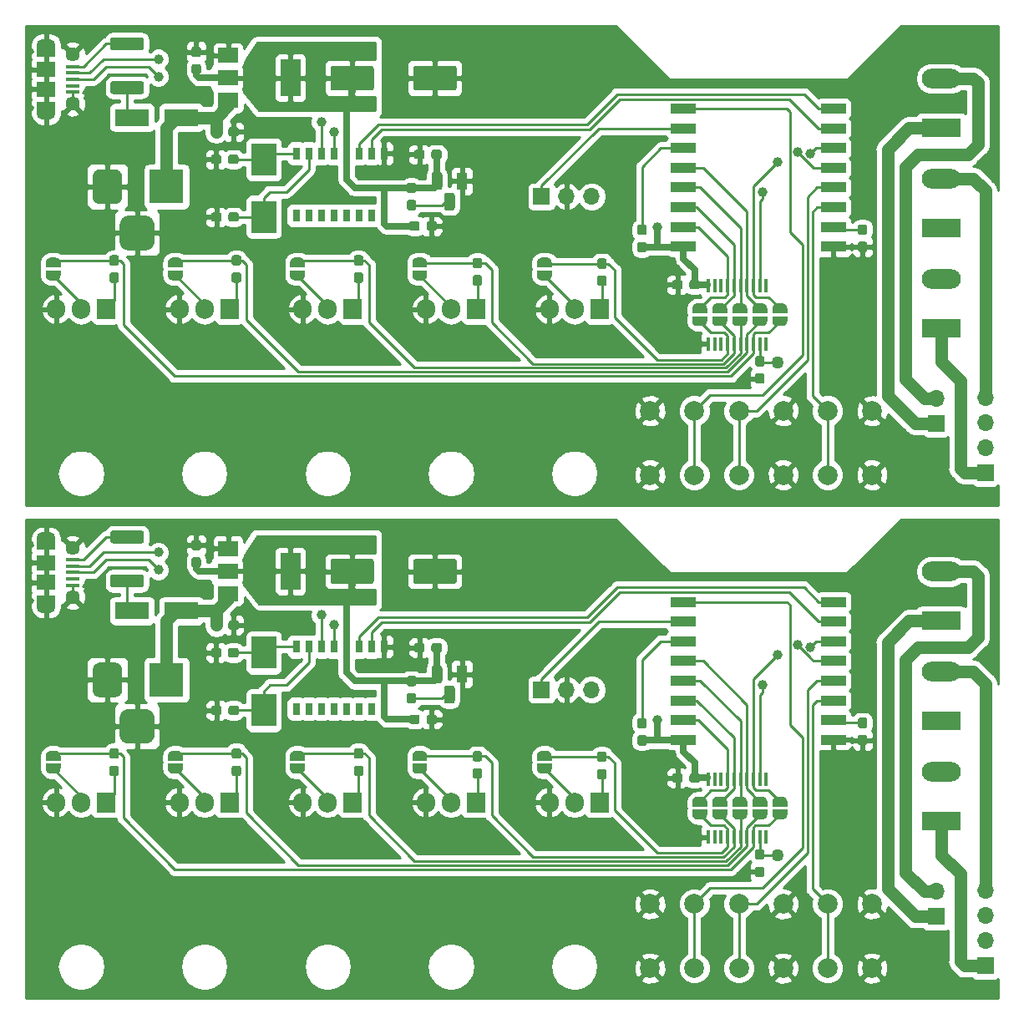
<source format=gtl>
G04 #@! TF.GenerationSoftware,KiCad,Pcbnew,5.0.2-bee76a0~70~ubuntu18.04.1*
G04 #@! TF.CreationDate,2019-01-17T01:44:12+01:00*
G04 #@! TF.ProjectId,ESPLED,4553504c-4544-42e6-9b69-6361645f7063,rev?*
G04 #@! TF.SameCoordinates,Original*
G04 #@! TF.FileFunction,Copper,L1,Top*
G04 #@! TF.FilePolarity,Positive*
%FSLAX46Y46*%
G04 Gerber Fmt 4.6, Leading zero omitted, Abs format (unit mm)*
G04 Created by KiCad (PCBNEW 5.0.2-bee76a0~70~ubuntu18.04.1) date Do 17 Jan 2019 01:44:12 CET*
%MOMM*%
%LPD*%
G01*
G04 APERTURE LIST*
G04 #@! TA.AperFunction,SMDPad,CuDef*
%ADD10R,0.800000X1.300000*%
G04 #@! TD*
G04 #@! TA.AperFunction,SMDPad,CuDef*
%ADD11C,0.500000*%
G04 #@! TD*
G04 #@! TA.AperFunction,Conductor*
%ADD12C,0.100000*%
G04 #@! TD*
G04 #@! TA.AperFunction,SMDPad,CuDef*
%ADD13C,0.950000*%
G04 #@! TD*
G04 #@! TA.AperFunction,SMDPad,CuDef*
%ADD14C,1.300000*%
G04 #@! TD*
G04 #@! TA.AperFunction,SMDPad,CuDef*
%ADD15C,2.500000*%
G04 #@! TD*
G04 #@! TA.AperFunction,SMDPad,CuDef*
%ADD16R,2.000000X1.500000*%
G04 #@! TD*
G04 #@! TA.AperFunction,SMDPad,CuDef*
%ADD17R,2.000000X3.800000*%
G04 #@! TD*
G04 #@! TA.AperFunction,ComponentPad*
%ADD18C,2.000000*%
G04 #@! TD*
G04 #@! TA.AperFunction,ComponentPad*
%ADD19O,1.905000X2.000000*%
G04 #@! TD*
G04 #@! TA.AperFunction,ComponentPad*
%ADD20R,1.905000X2.000000*%
G04 #@! TD*
G04 #@! TA.AperFunction,ComponentPad*
%ADD21O,3.960000X1.980000*%
G04 #@! TD*
G04 #@! TA.AperFunction,ComponentPad*
%ADD22R,3.960000X1.980000*%
G04 #@! TD*
G04 #@! TA.AperFunction,SMDPad,CuDef*
%ADD23R,2.500000X1.000000*%
G04 #@! TD*
G04 #@! TA.AperFunction,SMDPad,CuDef*
%ADD24R,1.900000X1.200000*%
G04 #@! TD*
G04 #@! TA.AperFunction,ComponentPad*
%ADD25O,1.900000X1.200000*%
G04 #@! TD*
G04 #@! TA.AperFunction,SMDPad,CuDef*
%ADD26R,1.900000X1.500000*%
G04 #@! TD*
G04 #@! TA.AperFunction,ComponentPad*
%ADD27C,1.450000*%
G04 #@! TD*
G04 #@! TA.AperFunction,SMDPad,CuDef*
%ADD28R,1.350000X0.400000*%
G04 #@! TD*
G04 #@! TA.AperFunction,SMDPad,CuDef*
%ADD29R,3.500000X1.800000*%
G04 #@! TD*
G04 #@! TA.AperFunction,SMDPad,CuDef*
%ADD30R,2.500000X3.325000*%
G04 #@! TD*
G04 #@! TA.AperFunction,ComponentPad*
%ADD31R,1.100000X1.800000*%
G04 #@! TD*
G04 #@! TA.AperFunction,ComponentPad*
%ADD32C,1.100000*%
G04 #@! TD*
G04 #@! TA.AperFunction,ComponentPad*
%ADD33O,1.700000X1.700000*%
G04 #@! TD*
G04 #@! TA.AperFunction,ComponentPad*
%ADD34R,1.700000X1.700000*%
G04 #@! TD*
G04 #@! TA.AperFunction,SMDPad,CuDef*
%ADD35R,0.450000X1.450000*%
G04 #@! TD*
G04 #@! TA.AperFunction,ComponentPad*
%ADD36C,3.500000*%
G04 #@! TD*
G04 #@! TA.AperFunction,ComponentPad*
%ADD37C,3.000000*%
G04 #@! TD*
G04 #@! TA.AperFunction,ComponentPad*
%ADD38R,3.500000X3.500000*%
G04 #@! TD*
G04 #@! TA.AperFunction,ViaPad*
%ADD39C,1.270000*%
G04 #@! TD*
G04 #@! TA.AperFunction,ViaPad*
%ADD40C,1.000000*%
G04 #@! TD*
G04 #@! TA.AperFunction,Conductor*
%ADD41C,1.270000*%
G04 #@! TD*
G04 #@! TA.AperFunction,Conductor*
%ADD42C,0.254000*%
G04 #@! TD*
G04 #@! TA.AperFunction,Conductor*
%ADD43C,0.635000*%
G04 #@! TD*
G04 APERTURE END LIST*
D10*
G04 #@! TO.P,U3,16*
G04 #@! TO.N,+3V3*
X129041792Y-64938000D03*
G04 #@! TO.P,U3,15*
G04 #@! TO.N,Net-(U3-Pad15)*
X127761792Y-64938000D03*
G04 #@! TO.P,U3,14*
G04 #@! TO.N,Net-(U3-Pad14)*
X126501792Y-64938000D03*
G04 #@! TO.P,U3,13*
G04 #@! TO.N,Net-(U3-Pad13)*
X125231792Y-64938000D03*
G04 #@! TO.P,U3,12*
G04 #@! TO.N,Net-(U3-Pad12)*
X123951792Y-64938000D03*
G04 #@! TO.P,U3,11*
G04 #@! TO.N,Net-(U3-Pad11)*
X122681792Y-64938000D03*
G04 #@! TO.P,U3,10*
G04 #@! TO.N,Net-(U3-Pad10)*
X121421792Y-64938000D03*
G04 #@! TO.P,U3,9*
G04 #@! TO.N,Net-(U3-Pad9)*
X120141792Y-64938000D03*
G04 #@! TO.P,U3,8*
G04 #@! TO.N,Net-(C5-Pad1)*
X120141792Y-58638000D03*
G04 #@! TO.P,U3,7*
G04 #@! TO.N,Net-(C6-Pad1)*
X121421792Y-58638000D03*
G04 #@! TO.P,U3,6*
G04 #@! TO.N,Net-(J1-Pad2)*
X122681792Y-58638000D03*
G04 #@! TO.P,U3,5*
G04 #@! TO.N,Net-(J1-Pad3)*
X123951792Y-58638000D03*
G04 #@! TO.P,U3,4*
G04 #@! TO.N,+3V3*
X125231792Y-58638000D03*
G04 #@! TO.P,U3,3*
G04 #@! TO.N,TXD*
X126501792Y-58638000D03*
G04 #@! TO.P,U3,2*
G04 #@! TO.N,RXD*
X127761792Y-58638000D03*
G04 #@! TO.P,U3,1*
G04 #@! TO.N,GND*
X129041792Y-58638000D03*
G04 #@! TD*
D11*
G04 #@! TO.P,JP3,1*
G04 #@! TO.N,/CH3*
X120265892Y-71000000D03*
D12*
G04 #@! TD*
G04 #@! TO.N,/CH3*
G04 #@! TO.C,JP3*
G36*
X121015892Y-70500000D02*
X121015892Y-71000000D01*
X121015290Y-71000000D01*
X121015290Y-71024534D01*
X121010480Y-71073365D01*
X121000908Y-71121490D01*
X120986664Y-71168445D01*
X120967887Y-71213778D01*
X120944756Y-71257051D01*
X120917496Y-71297850D01*
X120886368Y-71335779D01*
X120851671Y-71370476D01*
X120813742Y-71401604D01*
X120772943Y-71428864D01*
X120729670Y-71451995D01*
X120684337Y-71470772D01*
X120637382Y-71485016D01*
X120589257Y-71494588D01*
X120540426Y-71499398D01*
X120515892Y-71499398D01*
X120515892Y-71500000D01*
X120015892Y-71500000D01*
X120015892Y-71499398D01*
X119991358Y-71499398D01*
X119942527Y-71494588D01*
X119894402Y-71485016D01*
X119847447Y-71470772D01*
X119802114Y-71451995D01*
X119758841Y-71428864D01*
X119718042Y-71401604D01*
X119680113Y-71370476D01*
X119645416Y-71335779D01*
X119614288Y-71297850D01*
X119587028Y-71257051D01*
X119563897Y-71213778D01*
X119545120Y-71168445D01*
X119530876Y-71121490D01*
X119521304Y-71073365D01*
X119516494Y-71024534D01*
X119516494Y-71000000D01*
X119515892Y-71000000D01*
X119515892Y-70500000D01*
X121015892Y-70500000D01*
X121015892Y-70500000D01*
G37*
D11*
G04 #@! TO.P,JP3,2*
G04 #@! TO.N,HSIG3*
X120265892Y-69700000D03*
D12*
G04 #@! TD*
G04 #@! TO.N,HSIG3*
G04 #@! TO.C,JP3*
G36*
X119516494Y-69700000D02*
X119516494Y-69675466D01*
X119521304Y-69626635D01*
X119530876Y-69578510D01*
X119545120Y-69531555D01*
X119563897Y-69486222D01*
X119587028Y-69442949D01*
X119614288Y-69402150D01*
X119645416Y-69364221D01*
X119680113Y-69329524D01*
X119718042Y-69298396D01*
X119758841Y-69271136D01*
X119802114Y-69248005D01*
X119847447Y-69229228D01*
X119894402Y-69214984D01*
X119942527Y-69205412D01*
X119991358Y-69200602D01*
X120015892Y-69200602D01*
X120015892Y-69200000D01*
X120515892Y-69200000D01*
X120515892Y-69200602D01*
X120540426Y-69200602D01*
X120589257Y-69205412D01*
X120637382Y-69214984D01*
X120684337Y-69229228D01*
X120729670Y-69248005D01*
X120772943Y-69271136D01*
X120813742Y-69298396D01*
X120851671Y-69329524D01*
X120886368Y-69364221D01*
X120917496Y-69402150D01*
X120944756Y-69442949D01*
X120967887Y-69486222D01*
X120986664Y-69531555D01*
X121000908Y-69578510D01*
X121010480Y-69626635D01*
X121015290Y-69675466D01*
X121015290Y-69700000D01*
X121015892Y-69700000D01*
X121015892Y-70200000D01*
X119515892Y-70200000D01*
X119515892Y-69700000D01*
X119516494Y-69700000D01*
X119516494Y-69700000D01*
G37*
G04 #@! TO.N,GND*
G04 #@! TO.C,C8*
G36*
X167392779Y-80935144D02*
X167415834Y-80938563D01*
X167438443Y-80944227D01*
X167460387Y-80952079D01*
X167481457Y-80962044D01*
X167501448Y-80974026D01*
X167520168Y-80987910D01*
X167537438Y-81003562D01*
X167553090Y-81020832D01*
X167566974Y-81039552D01*
X167578956Y-81059543D01*
X167588921Y-81080613D01*
X167596773Y-81102557D01*
X167602437Y-81125166D01*
X167605856Y-81148221D01*
X167607000Y-81171500D01*
X167607000Y-81746500D01*
X167605856Y-81769779D01*
X167602437Y-81792834D01*
X167596773Y-81815443D01*
X167588921Y-81837387D01*
X167578956Y-81858457D01*
X167566974Y-81878448D01*
X167553090Y-81897168D01*
X167537438Y-81914438D01*
X167520168Y-81930090D01*
X167501448Y-81943974D01*
X167481457Y-81955956D01*
X167460387Y-81965921D01*
X167438443Y-81973773D01*
X167415834Y-81979437D01*
X167392779Y-81982856D01*
X167369500Y-81984000D01*
X166894500Y-81984000D01*
X166871221Y-81982856D01*
X166848166Y-81979437D01*
X166825557Y-81973773D01*
X166803613Y-81965921D01*
X166782543Y-81955956D01*
X166762552Y-81943974D01*
X166743832Y-81930090D01*
X166726562Y-81914438D01*
X166710910Y-81897168D01*
X166697026Y-81878448D01*
X166685044Y-81858457D01*
X166675079Y-81837387D01*
X166667227Y-81815443D01*
X166661563Y-81792834D01*
X166658144Y-81769779D01*
X166657000Y-81746500D01*
X166657000Y-81171500D01*
X166658144Y-81148221D01*
X166661563Y-81125166D01*
X166667227Y-81102557D01*
X166675079Y-81080613D01*
X166685044Y-81059543D01*
X166697026Y-81039552D01*
X166710910Y-81020832D01*
X166726562Y-81003562D01*
X166743832Y-80987910D01*
X166762552Y-80974026D01*
X166782543Y-80962044D01*
X166803613Y-80952079D01*
X166825557Y-80944227D01*
X166848166Y-80938563D01*
X166871221Y-80935144D01*
X166894500Y-80934000D01*
X167369500Y-80934000D01*
X167392779Y-80935144D01*
X167392779Y-80935144D01*
G37*
D13*
G04 #@! TD*
G04 #@! TO.P,C8,2*
G04 #@! TO.N,GND*
X167132000Y-81459000D03*
D12*
G04 #@! TO.N,+12V*
G04 #@! TO.C,C8*
G36*
X167392779Y-79185144D02*
X167415834Y-79188563D01*
X167438443Y-79194227D01*
X167460387Y-79202079D01*
X167481457Y-79212044D01*
X167501448Y-79224026D01*
X167520168Y-79237910D01*
X167537438Y-79253562D01*
X167553090Y-79270832D01*
X167566974Y-79289552D01*
X167578956Y-79309543D01*
X167588921Y-79330613D01*
X167596773Y-79352557D01*
X167602437Y-79375166D01*
X167605856Y-79398221D01*
X167607000Y-79421500D01*
X167607000Y-79996500D01*
X167605856Y-80019779D01*
X167602437Y-80042834D01*
X167596773Y-80065443D01*
X167588921Y-80087387D01*
X167578956Y-80108457D01*
X167566974Y-80128448D01*
X167553090Y-80147168D01*
X167537438Y-80164438D01*
X167520168Y-80180090D01*
X167501448Y-80193974D01*
X167481457Y-80205956D01*
X167460387Y-80215921D01*
X167438443Y-80223773D01*
X167415834Y-80229437D01*
X167392779Y-80232856D01*
X167369500Y-80234000D01*
X166894500Y-80234000D01*
X166871221Y-80232856D01*
X166848166Y-80229437D01*
X166825557Y-80223773D01*
X166803613Y-80215921D01*
X166782543Y-80205956D01*
X166762552Y-80193974D01*
X166743832Y-80180090D01*
X166726562Y-80164438D01*
X166710910Y-80147168D01*
X166697026Y-80128448D01*
X166685044Y-80108457D01*
X166675079Y-80087387D01*
X166667227Y-80065443D01*
X166661563Y-80042834D01*
X166658144Y-80019779D01*
X166657000Y-79996500D01*
X166657000Y-79421500D01*
X166658144Y-79398221D01*
X166661563Y-79375166D01*
X166667227Y-79352557D01*
X166675079Y-79330613D01*
X166685044Y-79309543D01*
X166697026Y-79289552D01*
X166710910Y-79270832D01*
X166726562Y-79253562D01*
X166743832Y-79237910D01*
X166762552Y-79224026D01*
X166782543Y-79212044D01*
X166803613Y-79202079D01*
X166825557Y-79194227D01*
X166848166Y-79188563D01*
X166871221Y-79185144D01*
X166894500Y-79184000D01*
X167369500Y-79184000D01*
X167392779Y-79185144D01*
X167392779Y-79185144D01*
G37*
D13*
G04 #@! TD*
G04 #@! TO.P,C8,1*
G04 #@! TO.N,+12V*
X167132000Y-79709000D03*
D12*
G04 #@! TO.N,+3V3*
G04 #@! TO.C,R8*
G36*
X132086779Y-61601144D02*
X132109834Y-61604563D01*
X132132443Y-61610227D01*
X132154387Y-61618079D01*
X132175457Y-61628044D01*
X132195448Y-61640026D01*
X132214168Y-61653910D01*
X132231438Y-61669562D01*
X132247090Y-61686832D01*
X132260974Y-61705552D01*
X132272956Y-61725543D01*
X132282921Y-61746613D01*
X132290773Y-61768557D01*
X132296437Y-61791166D01*
X132299856Y-61814221D01*
X132301000Y-61837500D01*
X132301000Y-62412500D01*
X132299856Y-62435779D01*
X132296437Y-62458834D01*
X132290773Y-62481443D01*
X132282921Y-62503387D01*
X132272956Y-62524457D01*
X132260974Y-62544448D01*
X132247090Y-62563168D01*
X132231438Y-62580438D01*
X132214168Y-62596090D01*
X132195448Y-62609974D01*
X132175457Y-62621956D01*
X132154387Y-62631921D01*
X132132443Y-62639773D01*
X132109834Y-62645437D01*
X132086779Y-62648856D01*
X132063500Y-62650000D01*
X131588500Y-62650000D01*
X131565221Y-62648856D01*
X131542166Y-62645437D01*
X131519557Y-62639773D01*
X131497613Y-62631921D01*
X131476543Y-62621956D01*
X131456552Y-62609974D01*
X131437832Y-62596090D01*
X131420562Y-62580438D01*
X131404910Y-62563168D01*
X131391026Y-62544448D01*
X131379044Y-62524457D01*
X131369079Y-62503387D01*
X131361227Y-62481443D01*
X131355563Y-62458834D01*
X131352144Y-62435779D01*
X131351000Y-62412500D01*
X131351000Y-61837500D01*
X131352144Y-61814221D01*
X131355563Y-61791166D01*
X131361227Y-61768557D01*
X131369079Y-61746613D01*
X131379044Y-61725543D01*
X131391026Y-61705552D01*
X131404910Y-61686832D01*
X131420562Y-61669562D01*
X131437832Y-61653910D01*
X131456552Y-61640026D01*
X131476543Y-61628044D01*
X131497613Y-61618079D01*
X131519557Y-61610227D01*
X131542166Y-61604563D01*
X131565221Y-61601144D01*
X131588500Y-61600000D01*
X132063500Y-61600000D01*
X132086779Y-61601144D01*
X132086779Y-61601144D01*
G37*
D13*
G04 #@! TD*
G04 #@! TO.P,R8,1*
G04 #@! TO.N,+3V3*
X131826000Y-62125000D03*
D12*
G04 #@! TO.N,Net-(R8-Pad2)*
G04 #@! TO.C,R8*
G36*
X132086779Y-63351144D02*
X132109834Y-63354563D01*
X132132443Y-63360227D01*
X132154387Y-63368079D01*
X132175457Y-63378044D01*
X132195448Y-63390026D01*
X132214168Y-63403910D01*
X132231438Y-63419562D01*
X132247090Y-63436832D01*
X132260974Y-63455552D01*
X132272956Y-63475543D01*
X132282921Y-63496613D01*
X132290773Y-63518557D01*
X132296437Y-63541166D01*
X132299856Y-63564221D01*
X132301000Y-63587500D01*
X132301000Y-64162500D01*
X132299856Y-64185779D01*
X132296437Y-64208834D01*
X132290773Y-64231443D01*
X132282921Y-64253387D01*
X132272956Y-64274457D01*
X132260974Y-64294448D01*
X132247090Y-64313168D01*
X132231438Y-64330438D01*
X132214168Y-64346090D01*
X132195448Y-64359974D01*
X132175457Y-64371956D01*
X132154387Y-64381921D01*
X132132443Y-64389773D01*
X132109834Y-64395437D01*
X132086779Y-64398856D01*
X132063500Y-64400000D01*
X131588500Y-64400000D01*
X131565221Y-64398856D01*
X131542166Y-64395437D01*
X131519557Y-64389773D01*
X131497613Y-64381921D01*
X131476543Y-64371956D01*
X131456552Y-64359974D01*
X131437832Y-64346090D01*
X131420562Y-64330438D01*
X131404910Y-64313168D01*
X131391026Y-64294448D01*
X131379044Y-64274457D01*
X131369079Y-64253387D01*
X131361227Y-64231443D01*
X131355563Y-64208834D01*
X131352144Y-64185779D01*
X131351000Y-64162500D01*
X131351000Y-63587500D01*
X131352144Y-63564221D01*
X131355563Y-63541166D01*
X131361227Y-63518557D01*
X131369079Y-63496613D01*
X131379044Y-63475543D01*
X131391026Y-63455552D01*
X131404910Y-63436832D01*
X131420562Y-63419562D01*
X131437832Y-63403910D01*
X131456552Y-63390026D01*
X131476543Y-63378044D01*
X131497613Y-63368079D01*
X131519557Y-63360227D01*
X131542166Y-63354563D01*
X131565221Y-63351144D01*
X131588500Y-63350000D01*
X132063500Y-63350000D01*
X132086779Y-63351144D01*
X132086779Y-63351144D01*
G37*
D13*
G04 #@! TD*
G04 #@! TO.P,R8,2*
G04 #@! TO.N,Net-(R8-Pad2)*
X131826000Y-63875000D03*
D12*
G04 #@! TO.N,Net-(Q3-Pad1)*
G04 #@! TO.C,R3*
G36*
X126718144Y-70701144D02*
X126741199Y-70704563D01*
X126763808Y-70710227D01*
X126785752Y-70718079D01*
X126806822Y-70728044D01*
X126826813Y-70740026D01*
X126845533Y-70753910D01*
X126862803Y-70769562D01*
X126878455Y-70786832D01*
X126892339Y-70805552D01*
X126904321Y-70825543D01*
X126914286Y-70846613D01*
X126922138Y-70868557D01*
X126927802Y-70891166D01*
X126931221Y-70914221D01*
X126932365Y-70937500D01*
X126932365Y-71512500D01*
X126931221Y-71535779D01*
X126927802Y-71558834D01*
X126922138Y-71581443D01*
X126914286Y-71603387D01*
X126904321Y-71624457D01*
X126892339Y-71644448D01*
X126878455Y-71663168D01*
X126862803Y-71680438D01*
X126845533Y-71696090D01*
X126826813Y-71709974D01*
X126806822Y-71721956D01*
X126785752Y-71731921D01*
X126763808Y-71739773D01*
X126741199Y-71745437D01*
X126718144Y-71748856D01*
X126694865Y-71750000D01*
X126219865Y-71750000D01*
X126196586Y-71748856D01*
X126173531Y-71745437D01*
X126150922Y-71739773D01*
X126128978Y-71731921D01*
X126107908Y-71721956D01*
X126087917Y-71709974D01*
X126069197Y-71696090D01*
X126051927Y-71680438D01*
X126036275Y-71663168D01*
X126022391Y-71644448D01*
X126010409Y-71624457D01*
X126000444Y-71603387D01*
X125992592Y-71581443D01*
X125986928Y-71558834D01*
X125983509Y-71535779D01*
X125982365Y-71512500D01*
X125982365Y-70937500D01*
X125983509Y-70914221D01*
X125986928Y-70891166D01*
X125992592Y-70868557D01*
X126000444Y-70846613D01*
X126010409Y-70825543D01*
X126022391Y-70805552D01*
X126036275Y-70786832D01*
X126051927Y-70769562D01*
X126069197Y-70753910D01*
X126087917Y-70740026D01*
X126107908Y-70728044D01*
X126128978Y-70718079D01*
X126150922Y-70710227D01*
X126173531Y-70704563D01*
X126196586Y-70701144D01*
X126219865Y-70700000D01*
X126694865Y-70700000D01*
X126718144Y-70701144D01*
X126718144Y-70701144D01*
G37*
D13*
G04 #@! TD*
G04 #@! TO.P,R3,1*
G04 #@! TO.N,Net-(Q3-Pad1)*
X126457365Y-71225000D03*
D12*
G04 #@! TO.N,HSIG3*
G04 #@! TO.C,R3*
G36*
X126718144Y-68951144D02*
X126741199Y-68954563D01*
X126763808Y-68960227D01*
X126785752Y-68968079D01*
X126806822Y-68978044D01*
X126826813Y-68990026D01*
X126845533Y-69003910D01*
X126862803Y-69019562D01*
X126878455Y-69036832D01*
X126892339Y-69055552D01*
X126904321Y-69075543D01*
X126914286Y-69096613D01*
X126922138Y-69118557D01*
X126927802Y-69141166D01*
X126931221Y-69164221D01*
X126932365Y-69187500D01*
X126932365Y-69762500D01*
X126931221Y-69785779D01*
X126927802Y-69808834D01*
X126922138Y-69831443D01*
X126914286Y-69853387D01*
X126904321Y-69874457D01*
X126892339Y-69894448D01*
X126878455Y-69913168D01*
X126862803Y-69930438D01*
X126845533Y-69946090D01*
X126826813Y-69959974D01*
X126806822Y-69971956D01*
X126785752Y-69981921D01*
X126763808Y-69989773D01*
X126741199Y-69995437D01*
X126718144Y-69998856D01*
X126694865Y-70000000D01*
X126219865Y-70000000D01*
X126196586Y-69998856D01*
X126173531Y-69995437D01*
X126150922Y-69989773D01*
X126128978Y-69981921D01*
X126107908Y-69971956D01*
X126087917Y-69959974D01*
X126069197Y-69946090D01*
X126051927Y-69930438D01*
X126036275Y-69913168D01*
X126022391Y-69894448D01*
X126010409Y-69874457D01*
X126000444Y-69853387D01*
X125992592Y-69831443D01*
X125986928Y-69808834D01*
X125983509Y-69785779D01*
X125982365Y-69762500D01*
X125982365Y-69187500D01*
X125983509Y-69164221D01*
X125986928Y-69141166D01*
X125992592Y-69118557D01*
X126000444Y-69096613D01*
X126010409Y-69075543D01*
X126022391Y-69055552D01*
X126036275Y-69036832D01*
X126051927Y-69019562D01*
X126069197Y-69003910D01*
X126087917Y-68990026D01*
X126107908Y-68978044D01*
X126128978Y-68968079D01*
X126150922Y-68960227D01*
X126173531Y-68954563D01*
X126196586Y-68951144D01*
X126219865Y-68950000D01*
X126694865Y-68950000D01*
X126718144Y-68951144D01*
X126718144Y-68951144D01*
G37*
D13*
G04 #@! TD*
G04 #@! TO.P,R3,2*
G04 #@! TO.N,HSIG3*
X126457365Y-69475000D03*
D11*
G04 #@! TO.P,JP10,2*
G04 #@! TO.N,SIG5*
X161036000Y-74346000D03*
D12*
G04 #@! TD*
G04 #@! TO.N,SIG5*
G04 #@! TO.C,JP10*
G36*
X160286602Y-74346000D02*
X160286602Y-74321466D01*
X160291412Y-74272635D01*
X160300984Y-74224510D01*
X160315228Y-74177555D01*
X160334005Y-74132222D01*
X160357136Y-74088949D01*
X160384396Y-74048150D01*
X160415524Y-74010221D01*
X160450221Y-73975524D01*
X160488150Y-73944396D01*
X160528949Y-73917136D01*
X160572222Y-73894005D01*
X160617555Y-73875228D01*
X160664510Y-73860984D01*
X160712635Y-73851412D01*
X160761466Y-73846602D01*
X160786000Y-73846602D01*
X160786000Y-73846000D01*
X161286000Y-73846000D01*
X161286000Y-73846602D01*
X161310534Y-73846602D01*
X161359365Y-73851412D01*
X161407490Y-73860984D01*
X161454445Y-73875228D01*
X161499778Y-73894005D01*
X161543051Y-73917136D01*
X161583850Y-73944396D01*
X161621779Y-73975524D01*
X161656476Y-74010221D01*
X161687604Y-74048150D01*
X161714864Y-74088949D01*
X161737995Y-74132222D01*
X161756772Y-74177555D01*
X161771016Y-74224510D01*
X161780588Y-74272635D01*
X161785398Y-74321466D01*
X161785398Y-74346000D01*
X161786000Y-74346000D01*
X161786000Y-74846000D01*
X160286000Y-74846000D01*
X160286000Y-74346000D01*
X160286602Y-74346000D01*
X160286602Y-74346000D01*
G37*
D11*
G04 #@! TO.P,JP10,1*
G04 #@! TO.N,HSIG5*
X161036000Y-75646000D03*
D12*
G04 #@! TD*
G04 #@! TO.N,HSIG5*
G04 #@! TO.C,JP10*
G36*
X161786000Y-75146000D02*
X161786000Y-75646000D01*
X161785398Y-75646000D01*
X161785398Y-75670534D01*
X161780588Y-75719365D01*
X161771016Y-75767490D01*
X161756772Y-75814445D01*
X161737995Y-75859778D01*
X161714864Y-75903051D01*
X161687604Y-75943850D01*
X161656476Y-75981779D01*
X161621779Y-76016476D01*
X161583850Y-76047604D01*
X161543051Y-76074864D01*
X161499778Y-76097995D01*
X161454445Y-76116772D01*
X161407490Y-76131016D01*
X161359365Y-76140588D01*
X161310534Y-76145398D01*
X161286000Y-76145398D01*
X161286000Y-76146000D01*
X160786000Y-76146000D01*
X160786000Y-76145398D01*
X160761466Y-76145398D01*
X160712635Y-76140588D01*
X160664510Y-76131016D01*
X160617555Y-76116772D01*
X160572222Y-76097995D01*
X160528949Y-76074864D01*
X160488150Y-76047604D01*
X160450221Y-76016476D01*
X160415524Y-75981779D01*
X160384396Y-75943850D01*
X160357136Y-75903051D01*
X160334005Y-75859778D01*
X160315228Y-75814445D01*
X160300984Y-75767490D01*
X160291412Y-75719365D01*
X160286602Y-75670534D01*
X160286602Y-75646000D01*
X160286000Y-75646000D01*
X160286000Y-75146000D01*
X161786000Y-75146000D01*
X161786000Y-75146000D01*
G37*
G04 #@! TO.N,HSIG5*
G04 #@! TO.C,R5*
G36*
X151390779Y-69279144D02*
X151413834Y-69282563D01*
X151436443Y-69288227D01*
X151458387Y-69296079D01*
X151479457Y-69306044D01*
X151499448Y-69318026D01*
X151518168Y-69331910D01*
X151535438Y-69347562D01*
X151551090Y-69364832D01*
X151564974Y-69383552D01*
X151576956Y-69403543D01*
X151586921Y-69424613D01*
X151594773Y-69446557D01*
X151600437Y-69469166D01*
X151603856Y-69492221D01*
X151605000Y-69515500D01*
X151605000Y-70090500D01*
X151603856Y-70113779D01*
X151600437Y-70136834D01*
X151594773Y-70159443D01*
X151586921Y-70181387D01*
X151576956Y-70202457D01*
X151564974Y-70222448D01*
X151551090Y-70241168D01*
X151535438Y-70258438D01*
X151518168Y-70274090D01*
X151499448Y-70287974D01*
X151479457Y-70299956D01*
X151458387Y-70309921D01*
X151436443Y-70317773D01*
X151413834Y-70323437D01*
X151390779Y-70326856D01*
X151367500Y-70328000D01*
X150892500Y-70328000D01*
X150869221Y-70326856D01*
X150846166Y-70323437D01*
X150823557Y-70317773D01*
X150801613Y-70309921D01*
X150780543Y-70299956D01*
X150760552Y-70287974D01*
X150741832Y-70274090D01*
X150724562Y-70258438D01*
X150708910Y-70241168D01*
X150695026Y-70222448D01*
X150683044Y-70202457D01*
X150673079Y-70181387D01*
X150665227Y-70159443D01*
X150659563Y-70136834D01*
X150656144Y-70113779D01*
X150655000Y-70090500D01*
X150655000Y-69515500D01*
X150656144Y-69492221D01*
X150659563Y-69469166D01*
X150665227Y-69446557D01*
X150673079Y-69424613D01*
X150683044Y-69403543D01*
X150695026Y-69383552D01*
X150708910Y-69364832D01*
X150724562Y-69347562D01*
X150741832Y-69331910D01*
X150760552Y-69318026D01*
X150780543Y-69306044D01*
X150801613Y-69296079D01*
X150823557Y-69288227D01*
X150846166Y-69282563D01*
X150869221Y-69279144D01*
X150892500Y-69278000D01*
X151367500Y-69278000D01*
X151390779Y-69279144D01*
X151390779Y-69279144D01*
G37*
D13*
G04 #@! TD*
G04 #@! TO.P,R5,2*
G04 #@! TO.N,HSIG5*
X151130000Y-69803000D03*
D12*
G04 #@! TO.N,Net-(Q5-Pad1)*
G04 #@! TO.C,R5*
G36*
X151390779Y-71029144D02*
X151413834Y-71032563D01*
X151436443Y-71038227D01*
X151458387Y-71046079D01*
X151479457Y-71056044D01*
X151499448Y-71068026D01*
X151518168Y-71081910D01*
X151535438Y-71097562D01*
X151551090Y-71114832D01*
X151564974Y-71133552D01*
X151576956Y-71153543D01*
X151586921Y-71174613D01*
X151594773Y-71196557D01*
X151600437Y-71219166D01*
X151603856Y-71242221D01*
X151605000Y-71265500D01*
X151605000Y-71840500D01*
X151603856Y-71863779D01*
X151600437Y-71886834D01*
X151594773Y-71909443D01*
X151586921Y-71931387D01*
X151576956Y-71952457D01*
X151564974Y-71972448D01*
X151551090Y-71991168D01*
X151535438Y-72008438D01*
X151518168Y-72024090D01*
X151499448Y-72037974D01*
X151479457Y-72049956D01*
X151458387Y-72059921D01*
X151436443Y-72067773D01*
X151413834Y-72073437D01*
X151390779Y-72076856D01*
X151367500Y-72078000D01*
X150892500Y-72078000D01*
X150869221Y-72076856D01*
X150846166Y-72073437D01*
X150823557Y-72067773D01*
X150801613Y-72059921D01*
X150780543Y-72049956D01*
X150760552Y-72037974D01*
X150741832Y-72024090D01*
X150724562Y-72008438D01*
X150708910Y-71991168D01*
X150695026Y-71972448D01*
X150683044Y-71952457D01*
X150673079Y-71931387D01*
X150665227Y-71909443D01*
X150659563Y-71886834D01*
X150656144Y-71863779D01*
X150655000Y-71840500D01*
X150655000Y-71265500D01*
X150656144Y-71242221D01*
X150659563Y-71219166D01*
X150665227Y-71196557D01*
X150673079Y-71174613D01*
X150683044Y-71153543D01*
X150695026Y-71133552D01*
X150708910Y-71114832D01*
X150724562Y-71097562D01*
X150741832Y-71081910D01*
X150760552Y-71068026D01*
X150780543Y-71056044D01*
X150801613Y-71046079D01*
X150823557Y-71038227D01*
X150846166Y-71032563D01*
X150869221Y-71029144D01*
X150892500Y-71028000D01*
X151367500Y-71028000D01*
X151390779Y-71029144D01*
X151390779Y-71029144D01*
G37*
D13*
G04 #@! TD*
G04 #@! TO.P,R5,1*
G04 #@! TO.N,Net-(Q5-Pad1)*
X151130000Y-71553000D03*
D12*
G04 #@! TO.N,VUSB*
G04 #@! TO.C,F1*
G36*
X104474504Y-46866204D02*
X104498773Y-46869804D01*
X104522571Y-46875765D01*
X104545671Y-46884030D01*
X104567849Y-46894520D01*
X104588893Y-46907133D01*
X104608598Y-46921747D01*
X104626777Y-46938223D01*
X104643253Y-46956402D01*
X104657867Y-46976107D01*
X104670480Y-46997151D01*
X104680970Y-47019329D01*
X104689235Y-47042429D01*
X104695196Y-47066227D01*
X104698796Y-47090496D01*
X104700000Y-47115000D01*
X104700000Y-47915000D01*
X104698796Y-47939504D01*
X104695196Y-47963773D01*
X104689235Y-47987571D01*
X104680970Y-48010671D01*
X104670480Y-48032849D01*
X104657867Y-48053893D01*
X104643253Y-48073598D01*
X104626777Y-48091777D01*
X104608598Y-48108253D01*
X104588893Y-48122867D01*
X104567849Y-48135480D01*
X104545671Y-48145970D01*
X104522571Y-48154235D01*
X104498773Y-48160196D01*
X104474504Y-48163796D01*
X104450000Y-48165000D01*
X101550000Y-48165000D01*
X101525496Y-48163796D01*
X101501227Y-48160196D01*
X101477429Y-48154235D01*
X101454329Y-48145970D01*
X101432151Y-48135480D01*
X101411107Y-48122867D01*
X101391402Y-48108253D01*
X101373223Y-48091777D01*
X101356747Y-48073598D01*
X101342133Y-48053893D01*
X101329520Y-48032849D01*
X101319030Y-48010671D01*
X101310765Y-47987571D01*
X101304804Y-47963773D01*
X101301204Y-47939504D01*
X101300000Y-47915000D01*
X101300000Y-47115000D01*
X101301204Y-47090496D01*
X101304804Y-47066227D01*
X101310765Y-47042429D01*
X101319030Y-47019329D01*
X101329520Y-46997151D01*
X101342133Y-46976107D01*
X101356747Y-46956402D01*
X101373223Y-46938223D01*
X101391402Y-46921747D01*
X101411107Y-46907133D01*
X101432151Y-46894520D01*
X101454329Y-46884030D01*
X101477429Y-46875765D01*
X101501227Y-46869804D01*
X101525496Y-46866204D01*
X101550000Y-46865000D01*
X104450000Y-46865000D01*
X104474504Y-46866204D01*
X104474504Y-46866204D01*
G37*
D14*
G04 #@! TD*
G04 #@! TO.P,F1,2*
G04 #@! TO.N,VUSB*
X103000000Y-47515000D03*
D12*
G04 #@! TO.N,Net-(D1-Pad2)*
G04 #@! TO.C,F1*
G36*
X104474504Y-51316204D02*
X104498773Y-51319804D01*
X104522571Y-51325765D01*
X104545671Y-51334030D01*
X104567849Y-51344520D01*
X104588893Y-51357133D01*
X104608598Y-51371747D01*
X104626777Y-51388223D01*
X104643253Y-51406402D01*
X104657867Y-51426107D01*
X104670480Y-51447151D01*
X104680970Y-51469329D01*
X104689235Y-51492429D01*
X104695196Y-51516227D01*
X104698796Y-51540496D01*
X104700000Y-51565000D01*
X104700000Y-52365000D01*
X104698796Y-52389504D01*
X104695196Y-52413773D01*
X104689235Y-52437571D01*
X104680970Y-52460671D01*
X104670480Y-52482849D01*
X104657867Y-52503893D01*
X104643253Y-52523598D01*
X104626777Y-52541777D01*
X104608598Y-52558253D01*
X104588893Y-52572867D01*
X104567849Y-52585480D01*
X104545671Y-52595970D01*
X104522571Y-52604235D01*
X104498773Y-52610196D01*
X104474504Y-52613796D01*
X104450000Y-52615000D01*
X101550000Y-52615000D01*
X101525496Y-52613796D01*
X101501227Y-52610196D01*
X101477429Y-52604235D01*
X101454329Y-52595970D01*
X101432151Y-52585480D01*
X101411107Y-52572867D01*
X101391402Y-52558253D01*
X101373223Y-52541777D01*
X101356747Y-52523598D01*
X101342133Y-52503893D01*
X101329520Y-52482849D01*
X101319030Y-52460671D01*
X101310765Y-52437571D01*
X101304804Y-52413773D01*
X101301204Y-52389504D01*
X101300000Y-52365000D01*
X101300000Y-51565000D01*
X101301204Y-51540496D01*
X101304804Y-51516227D01*
X101310765Y-51492429D01*
X101319030Y-51469329D01*
X101329520Y-51447151D01*
X101342133Y-51426107D01*
X101356747Y-51406402D01*
X101373223Y-51388223D01*
X101391402Y-51371747D01*
X101411107Y-51357133D01*
X101432151Y-51344520D01*
X101454329Y-51334030D01*
X101477429Y-51325765D01*
X101501227Y-51319804D01*
X101525496Y-51316204D01*
X101550000Y-51315000D01*
X104450000Y-51315000D01*
X104474504Y-51316204D01*
X104474504Y-51316204D01*
G37*
D14*
G04 #@! TD*
G04 #@! TO.P,F1,1*
G04 #@! TO.N,Net-(D1-Pad2)*
X103000000Y-51965000D03*
D11*
G04 #@! TO.P,JP5,1*
G04 #@! TO.N,/CH5*
X145288000Y-71000000D03*
D12*
G04 #@! TD*
G04 #@! TO.N,/CH5*
G04 #@! TO.C,JP5*
G36*
X146038000Y-70500000D02*
X146038000Y-71000000D01*
X146037398Y-71000000D01*
X146037398Y-71024534D01*
X146032588Y-71073365D01*
X146023016Y-71121490D01*
X146008772Y-71168445D01*
X145989995Y-71213778D01*
X145966864Y-71257051D01*
X145939604Y-71297850D01*
X145908476Y-71335779D01*
X145873779Y-71370476D01*
X145835850Y-71401604D01*
X145795051Y-71428864D01*
X145751778Y-71451995D01*
X145706445Y-71470772D01*
X145659490Y-71485016D01*
X145611365Y-71494588D01*
X145562534Y-71499398D01*
X145538000Y-71499398D01*
X145538000Y-71500000D01*
X145038000Y-71500000D01*
X145038000Y-71499398D01*
X145013466Y-71499398D01*
X144964635Y-71494588D01*
X144916510Y-71485016D01*
X144869555Y-71470772D01*
X144824222Y-71451995D01*
X144780949Y-71428864D01*
X144740150Y-71401604D01*
X144702221Y-71370476D01*
X144667524Y-71335779D01*
X144636396Y-71297850D01*
X144609136Y-71257051D01*
X144586005Y-71213778D01*
X144567228Y-71168445D01*
X144552984Y-71121490D01*
X144543412Y-71073365D01*
X144538602Y-71024534D01*
X144538602Y-71000000D01*
X144538000Y-71000000D01*
X144538000Y-70500000D01*
X146038000Y-70500000D01*
X146038000Y-70500000D01*
G37*
D11*
G04 #@! TO.P,JP5,2*
G04 #@! TO.N,HSIG5*
X145288000Y-69700000D03*
D12*
G04 #@! TD*
G04 #@! TO.N,HSIG5*
G04 #@! TO.C,JP5*
G36*
X144538602Y-69700000D02*
X144538602Y-69675466D01*
X144543412Y-69626635D01*
X144552984Y-69578510D01*
X144567228Y-69531555D01*
X144586005Y-69486222D01*
X144609136Y-69442949D01*
X144636396Y-69402150D01*
X144667524Y-69364221D01*
X144702221Y-69329524D01*
X144740150Y-69298396D01*
X144780949Y-69271136D01*
X144824222Y-69248005D01*
X144869555Y-69229228D01*
X144916510Y-69214984D01*
X144964635Y-69205412D01*
X145013466Y-69200602D01*
X145038000Y-69200602D01*
X145038000Y-69200000D01*
X145538000Y-69200000D01*
X145538000Y-69200602D01*
X145562534Y-69200602D01*
X145611365Y-69205412D01*
X145659490Y-69214984D01*
X145706445Y-69229228D01*
X145751778Y-69248005D01*
X145795051Y-69271136D01*
X145835850Y-69298396D01*
X145873779Y-69329524D01*
X145908476Y-69364221D01*
X145939604Y-69402150D01*
X145966864Y-69442949D01*
X145989995Y-69486222D01*
X146008772Y-69531555D01*
X146023016Y-69578510D01*
X146032588Y-69626635D01*
X146037398Y-69675466D01*
X146037398Y-69700000D01*
X146038000Y-69700000D01*
X146038000Y-70200000D01*
X144538000Y-70200000D01*
X144538000Y-69700000D01*
X144538602Y-69700000D01*
X144538602Y-69700000D01*
G37*
G04 #@! TO.N,GND*
G04 #@! TO.C,C2*
G36*
X136174504Y-49751204D02*
X136198773Y-49754804D01*
X136222571Y-49760765D01*
X136245671Y-49769030D01*
X136267849Y-49779520D01*
X136288893Y-49792133D01*
X136308598Y-49806747D01*
X136326777Y-49823223D01*
X136343253Y-49841402D01*
X136357867Y-49861107D01*
X136370480Y-49882151D01*
X136380970Y-49904329D01*
X136389235Y-49927429D01*
X136395196Y-49951227D01*
X136398796Y-49975496D01*
X136400000Y-50000000D01*
X136400000Y-52000000D01*
X136398796Y-52024504D01*
X136395196Y-52048773D01*
X136389235Y-52072571D01*
X136380970Y-52095671D01*
X136370480Y-52117849D01*
X136357867Y-52138893D01*
X136343253Y-52158598D01*
X136326777Y-52176777D01*
X136308598Y-52193253D01*
X136288893Y-52207867D01*
X136267849Y-52220480D01*
X136245671Y-52230970D01*
X136222571Y-52239235D01*
X136198773Y-52245196D01*
X136174504Y-52248796D01*
X136150000Y-52250000D01*
X132250000Y-52250000D01*
X132225496Y-52248796D01*
X132201227Y-52245196D01*
X132177429Y-52239235D01*
X132154329Y-52230970D01*
X132132151Y-52220480D01*
X132111107Y-52207867D01*
X132091402Y-52193253D01*
X132073223Y-52176777D01*
X132056747Y-52158598D01*
X132042133Y-52138893D01*
X132029520Y-52117849D01*
X132019030Y-52095671D01*
X132010765Y-52072571D01*
X132004804Y-52048773D01*
X132001204Y-52024504D01*
X132000000Y-52000000D01*
X132000000Y-50000000D01*
X132001204Y-49975496D01*
X132004804Y-49951227D01*
X132010765Y-49927429D01*
X132019030Y-49904329D01*
X132029520Y-49882151D01*
X132042133Y-49861107D01*
X132056747Y-49841402D01*
X132073223Y-49823223D01*
X132091402Y-49806747D01*
X132111107Y-49792133D01*
X132132151Y-49779520D01*
X132154329Y-49769030D01*
X132177429Y-49760765D01*
X132201227Y-49754804D01*
X132225496Y-49751204D01*
X132250000Y-49750000D01*
X136150000Y-49750000D01*
X136174504Y-49751204D01*
X136174504Y-49751204D01*
G37*
D15*
G04 #@! TD*
G04 #@! TO.P,C2,2*
G04 #@! TO.N,GND*
X134200000Y-51000000D03*
D12*
G04 #@! TO.N,+3V3*
G04 #@! TO.C,C2*
G36*
X127774504Y-49751204D02*
X127798773Y-49754804D01*
X127822571Y-49760765D01*
X127845671Y-49769030D01*
X127867849Y-49779520D01*
X127888893Y-49792133D01*
X127908598Y-49806747D01*
X127926777Y-49823223D01*
X127943253Y-49841402D01*
X127957867Y-49861107D01*
X127970480Y-49882151D01*
X127980970Y-49904329D01*
X127989235Y-49927429D01*
X127995196Y-49951227D01*
X127998796Y-49975496D01*
X128000000Y-50000000D01*
X128000000Y-52000000D01*
X127998796Y-52024504D01*
X127995196Y-52048773D01*
X127989235Y-52072571D01*
X127980970Y-52095671D01*
X127970480Y-52117849D01*
X127957867Y-52138893D01*
X127943253Y-52158598D01*
X127926777Y-52176777D01*
X127908598Y-52193253D01*
X127888893Y-52207867D01*
X127867849Y-52220480D01*
X127845671Y-52230970D01*
X127822571Y-52239235D01*
X127798773Y-52245196D01*
X127774504Y-52248796D01*
X127750000Y-52250000D01*
X123850000Y-52250000D01*
X123825496Y-52248796D01*
X123801227Y-52245196D01*
X123777429Y-52239235D01*
X123754329Y-52230970D01*
X123732151Y-52220480D01*
X123711107Y-52207867D01*
X123691402Y-52193253D01*
X123673223Y-52176777D01*
X123656747Y-52158598D01*
X123642133Y-52138893D01*
X123629520Y-52117849D01*
X123619030Y-52095671D01*
X123610765Y-52072571D01*
X123604804Y-52048773D01*
X123601204Y-52024504D01*
X123600000Y-52000000D01*
X123600000Y-50000000D01*
X123601204Y-49975496D01*
X123604804Y-49951227D01*
X123610765Y-49927429D01*
X123619030Y-49904329D01*
X123629520Y-49882151D01*
X123642133Y-49861107D01*
X123656747Y-49841402D01*
X123673223Y-49823223D01*
X123691402Y-49806747D01*
X123711107Y-49792133D01*
X123732151Y-49779520D01*
X123754329Y-49769030D01*
X123777429Y-49760765D01*
X123801227Y-49754804D01*
X123825496Y-49751204D01*
X123850000Y-49750000D01*
X127750000Y-49750000D01*
X127774504Y-49751204D01*
X127774504Y-49751204D01*
G37*
D15*
G04 #@! TD*
G04 #@! TO.P,C2,1*
G04 #@! TO.N,+3V3*
X125800000Y-51000000D03*
D11*
G04 #@! TO.P,JP2,1*
G04 #@! TO.N,/CH2*
X107882946Y-71000000D03*
D12*
G04 #@! TD*
G04 #@! TO.N,/CH2*
G04 #@! TO.C,JP2*
G36*
X108632946Y-70500000D02*
X108632946Y-71000000D01*
X108632344Y-71000000D01*
X108632344Y-71024534D01*
X108627534Y-71073365D01*
X108617962Y-71121490D01*
X108603718Y-71168445D01*
X108584941Y-71213778D01*
X108561810Y-71257051D01*
X108534550Y-71297850D01*
X108503422Y-71335779D01*
X108468725Y-71370476D01*
X108430796Y-71401604D01*
X108389997Y-71428864D01*
X108346724Y-71451995D01*
X108301391Y-71470772D01*
X108254436Y-71485016D01*
X108206311Y-71494588D01*
X108157480Y-71499398D01*
X108132946Y-71499398D01*
X108132946Y-71500000D01*
X107632946Y-71500000D01*
X107632946Y-71499398D01*
X107608412Y-71499398D01*
X107559581Y-71494588D01*
X107511456Y-71485016D01*
X107464501Y-71470772D01*
X107419168Y-71451995D01*
X107375895Y-71428864D01*
X107335096Y-71401604D01*
X107297167Y-71370476D01*
X107262470Y-71335779D01*
X107231342Y-71297850D01*
X107204082Y-71257051D01*
X107180951Y-71213778D01*
X107162174Y-71168445D01*
X107147930Y-71121490D01*
X107138358Y-71073365D01*
X107133548Y-71024534D01*
X107133548Y-71000000D01*
X107132946Y-71000000D01*
X107132946Y-70500000D01*
X108632946Y-70500000D01*
X108632946Y-70500000D01*
G37*
D11*
G04 #@! TO.P,JP2,2*
G04 #@! TO.N,HSIG2*
X107882946Y-69700000D03*
D12*
G04 #@! TD*
G04 #@! TO.N,HSIG2*
G04 #@! TO.C,JP2*
G36*
X107133548Y-69700000D02*
X107133548Y-69675466D01*
X107138358Y-69626635D01*
X107147930Y-69578510D01*
X107162174Y-69531555D01*
X107180951Y-69486222D01*
X107204082Y-69442949D01*
X107231342Y-69402150D01*
X107262470Y-69364221D01*
X107297167Y-69329524D01*
X107335096Y-69298396D01*
X107375895Y-69271136D01*
X107419168Y-69248005D01*
X107464501Y-69229228D01*
X107511456Y-69214984D01*
X107559581Y-69205412D01*
X107608412Y-69200602D01*
X107632946Y-69200602D01*
X107632946Y-69200000D01*
X108132946Y-69200000D01*
X108132946Y-69200602D01*
X108157480Y-69200602D01*
X108206311Y-69205412D01*
X108254436Y-69214984D01*
X108301391Y-69229228D01*
X108346724Y-69248005D01*
X108389997Y-69271136D01*
X108430796Y-69298396D01*
X108468725Y-69329524D01*
X108503422Y-69364221D01*
X108534550Y-69402150D01*
X108561810Y-69442949D01*
X108584941Y-69486222D01*
X108603718Y-69531555D01*
X108617962Y-69578510D01*
X108627534Y-69626635D01*
X108632344Y-69675466D01*
X108632344Y-69700000D01*
X108632946Y-69700000D01*
X108632946Y-70200000D01*
X107132946Y-70200000D01*
X107132946Y-69700000D01*
X107133548Y-69700000D01*
X107133548Y-69700000D01*
G37*
D16*
G04 #@! TO.P,U1,1*
G04 #@! TO.N,GND*
X113240000Y-48680000D03*
G04 #@! TO.P,U1,3*
G04 #@! TO.N,+12V*
X113240000Y-53280000D03*
G04 #@! TO.P,U1,2*
G04 #@! TO.N,+3V3*
X113240000Y-50980000D03*
D17*
X119540000Y-50980000D03*
G04 #@! TD*
D12*
G04 #@! TO.N,Net-(Q4-Pad1)*
G04 #@! TO.C,R4*
G36*
X138760779Y-70976144D02*
X138783834Y-70979563D01*
X138806443Y-70985227D01*
X138828387Y-70993079D01*
X138849457Y-71003044D01*
X138869448Y-71015026D01*
X138888168Y-71028910D01*
X138905438Y-71044562D01*
X138921090Y-71061832D01*
X138934974Y-71080552D01*
X138946956Y-71100543D01*
X138956921Y-71121613D01*
X138964773Y-71143557D01*
X138970437Y-71166166D01*
X138973856Y-71189221D01*
X138975000Y-71212500D01*
X138975000Y-71787500D01*
X138973856Y-71810779D01*
X138970437Y-71833834D01*
X138964773Y-71856443D01*
X138956921Y-71878387D01*
X138946956Y-71899457D01*
X138934974Y-71919448D01*
X138921090Y-71938168D01*
X138905438Y-71955438D01*
X138888168Y-71971090D01*
X138869448Y-71984974D01*
X138849457Y-71996956D01*
X138828387Y-72006921D01*
X138806443Y-72014773D01*
X138783834Y-72020437D01*
X138760779Y-72023856D01*
X138737500Y-72025000D01*
X138262500Y-72025000D01*
X138239221Y-72023856D01*
X138216166Y-72020437D01*
X138193557Y-72014773D01*
X138171613Y-72006921D01*
X138150543Y-71996956D01*
X138130552Y-71984974D01*
X138111832Y-71971090D01*
X138094562Y-71955438D01*
X138078910Y-71938168D01*
X138065026Y-71919448D01*
X138053044Y-71899457D01*
X138043079Y-71878387D01*
X138035227Y-71856443D01*
X138029563Y-71833834D01*
X138026144Y-71810779D01*
X138025000Y-71787500D01*
X138025000Y-71212500D01*
X138026144Y-71189221D01*
X138029563Y-71166166D01*
X138035227Y-71143557D01*
X138043079Y-71121613D01*
X138053044Y-71100543D01*
X138065026Y-71080552D01*
X138078910Y-71061832D01*
X138094562Y-71044562D01*
X138111832Y-71028910D01*
X138130552Y-71015026D01*
X138150543Y-71003044D01*
X138171613Y-70993079D01*
X138193557Y-70985227D01*
X138216166Y-70979563D01*
X138239221Y-70976144D01*
X138262500Y-70975000D01*
X138737500Y-70975000D01*
X138760779Y-70976144D01*
X138760779Y-70976144D01*
G37*
D13*
G04 #@! TD*
G04 #@! TO.P,R4,1*
G04 #@! TO.N,Net-(Q4-Pad1)*
X138500000Y-71500000D03*
D12*
G04 #@! TO.N,HSIG4*
G04 #@! TO.C,R4*
G36*
X138760779Y-69226144D02*
X138783834Y-69229563D01*
X138806443Y-69235227D01*
X138828387Y-69243079D01*
X138849457Y-69253044D01*
X138869448Y-69265026D01*
X138888168Y-69278910D01*
X138905438Y-69294562D01*
X138921090Y-69311832D01*
X138934974Y-69330552D01*
X138946956Y-69350543D01*
X138956921Y-69371613D01*
X138964773Y-69393557D01*
X138970437Y-69416166D01*
X138973856Y-69439221D01*
X138975000Y-69462500D01*
X138975000Y-70037500D01*
X138973856Y-70060779D01*
X138970437Y-70083834D01*
X138964773Y-70106443D01*
X138956921Y-70128387D01*
X138946956Y-70149457D01*
X138934974Y-70169448D01*
X138921090Y-70188168D01*
X138905438Y-70205438D01*
X138888168Y-70221090D01*
X138869448Y-70234974D01*
X138849457Y-70246956D01*
X138828387Y-70256921D01*
X138806443Y-70264773D01*
X138783834Y-70270437D01*
X138760779Y-70273856D01*
X138737500Y-70275000D01*
X138262500Y-70275000D01*
X138239221Y-70273856D01*
X138216166Y-70270437D01*
X138193557Y-70264773D01*
X138171613Y-70256921D01*
X138150543Y-70246956D01*
X138130552Y-70234974D01*
X138111832Y-70221090D01*
X138094562Y-70205438D01*
X138078910Y-70188168D01*
X138065026Y-70169448D01*
X138053044Y-70149457D01*
X138043079Y-70128387D01*
X138035227Y-70106443D01*
X138029563Y-70083834D01*
X138026144Y-70060779D01*
X138025000Y-70037500D01*
X138025000Y-69462500D01*
X138026144Y-69439221D01*
X138029563Y-69416166D01*
X138035227Y-69393557D01*
X138043079Y-69371613D01*
X138053044Y-69350543D01*
X138065026Y-69330552D01*
X138078910Y-69311832D01*
X138094562Y-69294562D01*
X138111832Y-69278910D01*
X138130552Y-69265026D01*
X138150543Y-69253044D01*
X138171613Y-69243079D01*
X138193557Y-69235227D01*
X138216166Y-69229563D01*
X138239221Y-69226144D01*
X138262500Y-69225000D01*
X138737500Y-69225000D01*
X138760779Y-69226144D01*
X138760779Y-69226144D01*
G37*
D13*
G04 #@! TD*
G04 #@! TO.P,R4,2*
G04 #@! TO.N,HSIG4*
X138500000Y-69750000D03*
D18*
G04 #@! TO.P,SW2,1*
G04 #@! TO.N,Net-(SW2-Pad1)*
X165000000Y-84722000D03*
G04 #@! TO.P,SW2,2*
G04 #@! TO.N,GND*
X169500000Y-84722000D03*
G04 #@! TO.P,SW2,1*
G04 #@! TO.N,Net-(SW2-Pad1)*
X165000000Y-91222000D03*
G04 #@! TO.P,SW2,2*
G04 #@! TO.N,GND*
X169500000Y-91222000D03*
G04 #@! TD*
D12*
G04 #@! TO.N,+3V3*
G04 #@! TO.C,C7*
G36*
X132435779Y-65526144D02*
X132458834Y-65529563D01*
X132481443Y-65535227D01*
X132503387Y-65543079D01*
X132524457Y-65553044D01*
X132544448Y-65565026D01*
X132563168Y-65578910D01*
X132580438Y-65594562D01*
X132596090Y-65611832D01*
X132609974Y-65630552D01*
X132621956Y-65650543D01*
X132631921Y-65671613D01*
X132639773Y-65693557D01*
X132645437Y-65716166D01*
X132648856Y-65739221D01*
X132650000Y-65762500D01*
X132650000Y-66237500D01*
X132648856Y-66260779D01*
X132645437Y-66283834D01*
X132639773Y-66306443D01*
X132631921Y-66328387D01*
X132621956Y-66349457D01*
X132609974Y-66369448D01*
X132596090Y-66388168D01*
X132580438Y-66405438D01*
X132563168Y-66421090D01*
X132544448Y-66434974D01*
X132524457Y-66446956D01*
X132503387Y-66456921D01*
X132481443Y-66464773D01*
X132458834Y-66470437D01*
X132435779Y-66473856D01*
X132412500Y-66475000D01*
X131837500Y-66475000D01*
X131814221Y-66473856D01*
X131791166Y-66470437D01*
X131768557Y-66464773D01*
X131746613Y-66456921D01*
X131725543Y-66446956D01*
X131705552Y-66434974D01*
X131686832Y-66421090D01*
X131669562Y-66405438D01*
X131653910Y-66388168D01*
X131640026Y-66369448D01*
X131628044Y-66349457D01*
X131618079Y-66328387D01*
X131610227Y-66306443D01*
X131604563Y-66283834D01*
X131601144Y-66260779D01*
X131600000Y-66237500D01*
X131600000Y-65762500D01*
X131601144Y-65739221D01*
X131604563Y-65716166D01*
X131610227Y-65693557D01*
X131618079Y-65671613D01*
X131628044Y-65650543D01*
X131640026Y-65630552D01*
X131653910Y-65611832D01*
X131669562Y-65594562D01*
X131686832Y-65578910D01*
X131705552Y-65565026D01*
X131725543Y-65553044D01*
X131746613Y-65543079D01*
X131768557Y-65535227D01*
X131791166Y-65529563D01*
X131814221Y-65526144D01*
X131837500Y-65525000D01*
X132412500Y-65525000D01*
X132435779Y-65526144D01*
X132435779Y-65526144D01*
G37*
D13*
G04 #@! TD*
G04 #@! TO.P,C7,2*
G04 #@! TO.N,+3V3*
X132125000Y-66000000D03*
D12*
G04 #@! TO.N,GND*
G04 #@! TO.C,C7*
G36*
X134185779Y-65526144D02*
X134208834Y-65529563D01*
X134231443Y-65535227D01*
X134253387Y-65543079D01*
X134274457Y-65553044D01*
X134294448Y-65565026D01*
X134313168Y-65578910D01*
X134330438Y-65594562D01*
X134346090Y-65611832D01*
X134359974Y-65630552D01*
X134371956Y-65650543D01*
X134381921Y-65671613D01*
X134389773Y-65693557D01*
X134395437Y-65716166D01*
X134398856Y-65739221D01*
X134400000Y-65762500D01*
X134400000Y-66237500D01*
X134398856Y-66260779D01*
X134395437Y-66283834D01*
X134389773Y-66306443D01*
X134381921Y-66328387D01*
X134371956Y-66349457D01*
X134359974Y-66369448D01*
X134346090Y-66388168D01*
X134330438Y-66405438D01*
X134313168Y-66421090D01*
X134294448Y-66434974D01*
X134274457Y-66446956D01*
X134253387Y-66456921D01*
X134231443Y-66464773D01*
X134208834Y-66470437D01*
X134185779Y-66473856D01*
X134162500Y-66475000D01*
X133587500Y-66475000D01*
X133564221Y-66473856D01*
X133541166Y-66470437D01*
X133518557Y-66464773D01*
X133496613Y-66456921D01*
X133475543Y-66446956D01*
X133455552Y-66434974D01*
X133436832Y-66421090D01*
X133419562Y-66405438D01*
X133403910Y-66388168D01*
X133390026Y-66369448D01*
X133378044Y-66349457D01*
X133368079Y-66328387D01*
X133360227Y-66306443D01*
X133354563Y-66283834D01*
X133351144Y-66260779D01*
X133350000Y-66237500D01*
X133350000Y-65762500D01*
X133351144Y-65739221D01*
X133354563Y-65716166D01*
X133360227Y-65693557D01*
X133368079Y-65671613D01*
X133378044Y-65650543D01*
X133390026Y-65630552D01*
X133403910Y-65611832D01*
X133419562Y-65594562D01*
X133436832Y-65578910D01*
X133455552Y-65565026D01*
X133475543Y-65553044D01*
X133496613Y-65543079D01*
X133518557Y-65535227D01*
X133541166Y-65529563D01*
X133564221Y-65526144D01*
X133587500Y-65525000D01*
X134162500Y-65525000D01*
X134185779Y-65526144D01*
X134185779Y-65526144D01*
G37*
D13*
G04 #@! TD*
G04 #@! TO.P,C7,1*
G04 #@! TO.N,GND*
X133875000Y-66000000D03*
D12*
G04 #@! TO.N,+3V3*
G04 #@! TO.C,C3*
G36*
X110260779Y-49567144D02*
X110283834Y-49570563D01*
X110306443Y-49576227D01*
X110328387Y-49584079D01*
X110349457Y-49594044D01*
X110369448Y-49606026D01*
X110388168Y-49619910D01*
X110405438Y-49635562D01*
X110421090Y-49652832D01*
X110434974Y-49671552D01*
X110446956Y-49691543D01*
X110456921Y-49712613D01*
X110464773Y-49734557D01*
X110470437Y-49757166D01*
X110473856Y-49780221D01*
X110475000Y-49803500D01*
X110475000Y-50378500D01*
X110473856Y-50401779D01*
X110470437Y-50424834D01*
X110464773Y-50447443D01*
X110456921Y-50469387D01*
X110446956Y-50490457D01*
X110434974Y-50510448D01*
X110421090Y-50529168D01*
X110405438Y-50546438D01*
X110388168Y-50562090D01*
X110369448Y-50575974D01*
X110349457Y-50587956D01*
X110328387Y-50597921D01*
X110306443Y-50605773D01*
X110283834Y-50611437D01*
X110260779Y-50614856D01*
X110237500Y-50616000D01*
X109762500Y-50616000D01*
X109739221Y-50614856D01*
X109716166Y-50611437D01*
X109693557Y-50605773D01*
X109671613Y-50597921D01*
X109650543Y-50587956D01*
X109630552Y-50575974D01*
X109611832Y-50562090D01*
X109594562Y-50546438D01*
X109578910Y-50529168D01*
X109565026Y-50510448D01*
X109553044Y-50490457D01*
X109543079Y-50469387D01*
X109535227Y-50447443D01*
X109529563Y-50424834D01*
X109526144Y-50401779D01*
X109525000Y-50378500D01*
X109525000Y-49803500D01*
X109526144Y-49780221D01*
X109529563Y-49757166D01*
X109535227Y-49734557D01*
X109543079Y-49712613D01*
X109553044Y-49691543D01*
X109565026Y-49671552D01*
X109578910Y-49652832D01*
X109594562Y-49635562D01*
X109611832Y-49619910D01*
X109630552Y-49606026D01*
X109650543Y-49594044D01*
X109671613Y-49584079D01*
X109693557Y-49576227D01*
X109716166Y-49570563D01*
X109739221Y-49567144D01*
X109762500Y-49566000D01*
X110237500Y-49566000D01*
X110260779Y-49567144D01*
X110260779Y-49567144D01*
G37*
D13*
G04 #@! TD*
G04 #@! TO.P,C3,1*
G04 #@! TO.N,+3V3*
X110000000Y-50091000D03*
D12*
G04 #@! TO.N,GND*
G04 #@! TO.C,C3*
G36*
X110260779Y-47817144D02*
X110283834Y-47820563D01*
X110306443Y-47826227D01*
X110328387Y-47834079D01*
X110349457Y-47844044D01*
X110369448Y-47856026D01*
X110388168Y-47869910D01*
X110405438Y-47885562D01*
X110421090Y-47902832D01*
X110434974Y-47921552D01*
X110446956Y-47941543D01*
X110456921Y-47962613D01*
X110464773Y-47984557D01*
X110470437Y-48007166D01*
X110473856Y-48030221D01*
X110475000Y-48053500D01*
X110475000Y-48628500D01*
X110473856Y-48651779D01*
X110470437Y-48674834D01*
X110464773Y-48697443D01*
X110456921Y-48719387D01*
X110446956Y-48740457D01*
X110434974Y-48760448D01*
X110421090Y-48779168D01*
X110405438Y-48796438D01*
X110388168Y-48812090D01*
X110369448Y-48825974D01*
X110349457Y-48837956D01*
X110328387Y-48847921D01*
X110306443Y-48855773D01*
X110283834Y-48861437D01*
X110260779Y-48864856D01*
X110237500Y-48866000D01*
X109762500Y-48866000D01*
X109739221Y-48864856D01*
X109716166Y-48861437D01*
X109693557Y-48855773D01*
X109671613Y-48847921D01*
X109650543Y-48837956D01*
X109630552Y-48825974D01*
X109611832Y-48812090D01*
X109594562Y-48796438D01*
X109578910Y-48779168D01*
X109565026Y-48760448D01*
X109553044Y-48740457D01*
X109543079Y-48719387D01*
X109535227Y-48697443D01*
X109529563Y-48674834D01*
X109526144Y-48651779D01*
X109525000Y-48628500D01*
X109525000Y-48053500D01*
X109526144Y-48030221D01*
X109529563Y-48007166D01*
X109535227Y-47984557D01*
X109543079Y-47962613D01*
X109553044Y-47941543D01*
X109565026Y-47921552D01*
X109578910Y-47902832D01*
X109594562Y-47885562D01*
X109611832Y-47869910D01*
X109630552Y-47856026D01*
X109650543Y-47844044D01*
X109671613Y-47834079D01*
X109693557Y-47826227D01*
X109716166Y-47820563D01*
X109739221Y-47817144D01*
X109762500Y-47816000D01*
X110237500Y-47816000D01*
X110260779Y-47817144D01*
X110260779Y-47817144D01*
G37*
D13*
G04 #@! TD*
G04 #@! TO.P,C3,2*
G04 #@! TO.N,GND*
X110000000Y-48341000D03*
D12*
G04 #@! TO.N,Net-(R6-Pad2)*
G04 #@! TO.C,R6*
G36*
X155454779Y-65864144D02*
X155477834Y-65867563D01*
X155500443Y-65873227D01*
X155522387Y-65881079D01*
X155543457Y-65891044D01*
X155563448Y-65903026D01*
X155582168Y-65916910D01*
X155599438Y-65932562D01*
X155615090Y-65949832D01*
X155628974Y-65968552D01*
X155640956Y-65988543D01*
X155650921Y-66009613D01*
X155658773Y-66031557D01*
X155664437Y-66054166D01*
X155667856Y-66077221D01*
X155669000Y-66100500D01*
X155669000Y-66675500D01*
X155667856Y-66698779D01*
X155664437Y-66721834D01*
X155658773Y-66744443D01*
X155650921Y-66766387D01*
X155640956Y-66787457D01*
X155628974Y-66807448D01*
X155615090Y-66826168D01*
X155599438Y-66843438D01*
X155582168Y-66859090D01*
X155563448Y-66872974D01*
X155543457Y-66884956D01*
X155522387Y-66894921D01*
X155500443Y-66902773D01*
X155477834Y-66908437D01*
X155454779Y-66911856D01*
X155431500Y-66913000D01*
X154956500Y-66913000D01*
X154933221Y-66911856D01*
X154910166Y-66908437D01*
X154887557Y-66902773D01*
X154865613Y-66894921D01*
X154844543Y-66884956D01*
X154824552Y-66872974D01*
X154805832Y-66859090D01*
X154788562Y-66843438D01*
X154772910Y-66826168D01*
X154759026Y-66807448D01*
X154747044Y-66787457D01*
X154737079Y-66766387D01*
X154729227Y-66744443D01*
X154723563Y-66721834D01*
X154720144Y-66698779D01*
X154719000Y-66675500D01*
X154719000Y-66100500D01*
X154720144Y-66077221D01*
X154723563Y-66054166D01*
X154729227Y-66031557D01*
X154737079Y-66009613D01*
X154747044Y-65988543D01*
X154759026Y-65968552D01*
X154772910Y-65949832D01*
X154788562Y-65932562D01*
X154805832Y-65916910D01*
X154824552Y-65903026D01*
X154844543Y-65891044D01*
X154865613Y-65881079D01*
X154887557Y-65873227D01*
X154910166Y-65867563D01*
X154933221Y-65864144D01*
X154956500Y-65863000D01*
X155431500Y-65863000D01*
X155454779Y-65864144D01*
X155454779Y-65864144D01*
G37*
D13*
G04 #@! TD*
G04 #@! TO.P,R6,2*
G04 #@! TO.N,Net-(R6-Pad2)*
X155194000Y-66388000D03*
D12*
G04 #@! TO.N,+3V3*
G04 #@! TO.C,R6*
G36*
X155454779Y-67614144D02*
X155477834Y-67617563D01*
X155500443Y-67623227D01*
X155522387Y-67631079D01*
X155543457Y-67641044D01*
X155563448Y-67653026D01*
X155582168Y-67666910D01*
X155599438Y-67682562D01*
X155615090Y-67699832D01*
X155628974Y-67718552D01*
X155640956Y-67738543D01*
X155650921Y-67759613D01*
X155658773Y-67781557D01*
X155664437Y-67804166D01*
X155667856Y-67827221D01*
X155669000Y-67850500D01*
X155669000Y-68425500D01*
X155667856Y-68448779D01*
X155664437Y-68471834D01*
X155658773Y-68494443D01*
X155650921Y-68516387D01*
X155640956Y-68537457D01*
X155628974Y-68557448D01*
X155615090Y-68576168D01*
X155599438Y-68593438D01*
X155582168Y-68609090D01*
X155563448Y-68622974D01*
X155543457Y-68634956D01*
X155522387Y-68644921D01*
X155500443Y-68652773D01*
X155477834Y-68658437D01*
X155454779Y-68661856D01*
X155431500Y-68663000D01*
X154956500Y-68663000D01*
X154933221Y-68661856D01*
X154910166Y-68658437D01*
X154887557Y-68652773D01*
X154865613Y-68644921D01*
X154844543Y-68634956D01*
X154824552Y-68622974D01*
X154805832Y-68609090D01*
X154788562Y-68593438D01*
X154772910Y-68576168D01*
X154759026Y-68557448D01*
X154747044Y-68537457D01*
X154737079Y-68516387D01*
X154729227Y-68494443D01*
X154723563Y-68471834D01*
X154720144Y-68448779D01*
X154719000Y-68425500D01*
X154719000Y-67850500D01*
X154720144Y-67827221D01*
X154723563Y-67804166D01*
X154729227Y-67781557D01*
X154737079Y-67759613D01*
X154747044Y-67738543D01*
X154759026Y-67718552D01*
X154772910Y-67699832D01*
X154788562Y-67682562D01*
X154805832Y-67666910D01*
X154824552Y-67653026D01*
X154844543Y-67641044D01*
X154865613Y-67631079D01*
X154887557Y-67623227D01*
X154910166Y-67617563D01*
X154933221Y-67614144D01*
X154956500Y-67613000D01*
X155431500Y-67613000D01*
X155454779Y-67614144D01*
X155454779Y-67614144D01*
G37*
D13*
G04 #@! TD*
G04 #@! TO.P,R6,1*
G04 #@! TO.N,+3V3*
X155194000Y-68138000D03*
D18*
G04 #@! TO.P,SW3,1*
G04 #@! TO.N,Net-(SW3-Pad1)*
X174000000Y-84722000D03*
G04 #@! TO.P,SW3,2*
G04 #@! TO.N,GND*
X178500000Y-84722000D03*
G04 #@! TO.P,SW3,1*
G04 #@! TO.N,Net-(SW3-Pad1)*
X174000000Y-91222000D03*
G04 #@! TO.P,SW3,2*
G04 #@! TO.N,GND*
X178500000Y-91222000D03*
G04 #@! TD*
D19*
G04 #@! TO.P,Q3,3*
G04 #@! TO.N,GND*
X120781035Y-74420101D03*
G04 #@! TO.P,Q3,2*
G04 #@! TO.N,/CH3*
X123321035Y-74420101D03*
D20*
G04 #@! TO.P,Q3,1*
G04 #@! TO.N,Net-(Q3-Pad1)*
X125861035Y-74420101D03*
G04 #@! TD*
G04 #@! TO.P,Q5,1*
G04 #@! TO.N,Net-(Q5-Pad1)*
X150873785Y-74420101D03*
D19*
G04 #@! TO.P,Q5,2*
G04 #@! TO.N,/CH5*
X148333785Y-74420101D03*
G04 #@! TO.P,Q5,3*
G04 #@! TO.N,GND*
X145793785Y-74420101D03*
G04 #@! TD*
D12*
G04 #@! TO.N,HSIG2*
G04 #@! TO.C,R2*
G36*
X114335198Y-68951144D02*
X114358253Y-68954563D01*
X114380862Y-68960227D01*
X114402806Y-68968079D01*
X114423876Y-68978044D01*
X114443867Y-68990026D01*
X114462587Y-69003910D01*
X114479857Y-69019562D01*
X114495509Y-69036832D01*
X114509393Y-69055552D01*
X114521375Y-69075543D01*
X114531340Y-69096613D01*
X114539192Y-69118557D01*
X114544856Y-69141166D01*
X114548275Y-69164221D01*
X114549419Y-69187500D01*
X114549419Y-69762500D01*
X114548275Y-69785779D01*
X114544856Y-69808834D01*
X114539192Y-69831443D01*
X114531340Y-69853387D01*
X114521375Y-69874457D01*
X114509393Y-69894448D01*
X114495509Y-69913168D01*
X114479857Y-69930438D01*
X114462587Y-69946090D01*
X114443867Y-69959974D01*
X114423876Y-69971956D01*
X114402806Y-69981921D01*
X114380862Y-69989773D01*
X114358253Y-69995437D01*
X114335198Y-69998856D01*
X114311919Y-70000000D01*
X113836919Y-70000000D01*
X113813640Y-69998856D01*
X113790585Y-69995437D01*
X113767976Y-69989773D01*
X113746032Y-69981921D01*
X113724962Y-69971956D01*
X113704971Y-69959974D01*
X113686251Y-69946090D01*
X113668981Y-69930438D01*
X113653329Y-69913168D01*
X113639445Y-69894448D01*
X113627463Y-69874457D01*
X113617498Y-69853387D01*
X113609646Y-69831443D01*
X113603982Y-69808834D01*
X113600563Y-69785779D01*
X113599419Y-69762500D01*
X113599419Y-69187500D01*
X113600563Y-69164221D01*
X113603982Y-69141166D01*
X113609646Y-69118557D01*
X113617498Y-69096613D01*
X113627463Y-69075543D01*
X113639445Y-69055552D01*
X113653329Y-69036832D01*
X113668981Y-69019562D01*
X113686251Y-69003910D01*
X113704971Y-68990026D01*
X113724962Y-68978044D01*
X113746032Y-68968079D01*
X113767976Y-68960227D01*
X113790585Y-68954563D01*
X113813640Y-68951144D01*
X113836919Y-68950000D01*
X114311919Y-68950000D01*
X114335198Y-68951144D01*
X114335198Y-68951144D01*
G37*
D13*
G04 #@! TD*
G04 #@! TO.P,R2,2*
G04 #@! TO.N,HSIG2*
X114074419Y-69475000D03*
D12*
G04 #@! TO.N,Net-(Q2-Pad1)*
G04 #@! TO.C,R2*
G36*
X114335198Y-70701144D02*
X114358253Y-70704563D01*
X114380862Y-70710227D01*
X114402806Y-70718079D01*
X114423876Y-70728044D01*
X114443867Y-70740026D01*
X114462587Y-70753910D01*
X114479857Y-70769562D01*
X114495509Y-70786832D01*
X114509393Y-70805552D01*
X114521375Y-70825543D01*
X114531340Y-70846613D01*
X114539192Y-70868557D01*
X114544856Y-70891166D01*
X114548275Y-70914221D01*
X114549419Y-70937500D01*
X114549419Y-71512500D01*
X114548275Y-71535779D01*
X114544856Y-71558834D01*
X114539192Y-71581443D01*
X114531340Y-71603387D01*
X114521375Y-71624457D01*
X114509393Y-71644448D01*
X114495509Y-71663168D01*
X114479857Y-71680438D01*
X114462587Y-71696090D01*
X114443867Y-71709974D01*
X114423876Y-71721956D01*
X114402806Y-71731921D01*
X114380862Y-71739773D01*
X114358253Y-71745437D01*
X114335198Y-71748856D01*
X114311919Y-71750000D01*
X113836919Y-71750000D01*
X113813640Y-71748856D01*
X113790585Y-71745437D01*
X113767976Y-71739773D01*
X113746032Y-71731921D01*
X113724962Y-71721956D01*
X113704971Y-71709974D01*
X113686251Y-71696090D01*
X113668981Y-71680438D01*
X113653329Y-71663168D01*
X113639445Y-71644448D01*
X113627463Y-71624457D01*
X113617498Y-71603387D01*
X113609646Y-71581443D01*
X113603982Y-71558834D01*
X113600563Y-71535779D01*
X113599419Y-71512500D01*
X113599419Y-70937500D01*
X113600563Y-70914221D01*
X113603982Y-70891166D01*
X113609646Y-70868557D01*
X113617498Y-70846613D01*
X113627463Y-70825543D01*
X113639445Y-70805552D01*
X113653329Y-70786832D01*
X113668981Y-70769562D01*
X113686251Y-70753910D01*
X113704971Y-70740026D01*
X113724962Y-70728044D01*
X113746032Y-70718079D01*
X113767976Y-70710227D01*
X113790585Y-70704563D01*
X113813640Y-70701144D01*
X113836919Y-70700000D01*
X114311919Y-70700000D01*
X114335198Y-70701144D01*
X114335198Y-70701144D01*
G37*
D13*
G04 #@! TD*
G04 #@! TO.P,R2,1*
G04 #@! TO.N,Net-(Q2-Pad1)*
X114074419Y-71225000D03*
D21*
G04 #@! TO.P,P2,2*
G04 #@! TO.N,/CH3*
X185515000Y-61192000D03*
D22*
G04 #@! TO.P,P2,1*
G04 #@! TO.N,/CH2*
X185515000Y-66192000D03*
G04 #@! TD*
D21*
G04 #@! TO.P,P3,2*
G04 #@! TO.N,/CH1*
X185515000Y-71352000D03*
D22*
G04 #@! TO.P,P3,1*
G04 #@! TO.N,+12V*
X185515000Y-76352000D03*
G04 #@! TD*
D20*
G04 #@! TO.P,Q2,1*
G04 #@! TO.N,Net-(Q2-Pad1)*
X113364222Y-74420101D03*
D19*
G04 #@! TO.P,Q2,2*
G04 #@! TO.N,/CH2*
X110824222Y-74420101D03*
G04 #@! TO.P,Q2,3*
G04 #@! TO.N,GND*
X108284222Y-74420101D03*
G04 #@! TD*
D22*
G04 #@! TO.P,P1,1*
G04 #@! TO.N,/CH4*
X185515000Y-56032000D03*
D21*
G04 #@! TO.P,P1,2*
G04 #@! TO.N,/CH5*
X185515000Y-51032000D03*
G04 #@! TD*
D12*
G04 #@! TO.N,+12V*
G04 #@! TO.C,C1*
G36*
X112352779Y-55980144D02*
X112375834Y-55983563D01*
X112398443Y-55989227D01*
X112420387Y-55997079D01*
X112441457Y-56007044D01*
X112461448Y-56019026D01*
X112480168Y-56032910D01*
X112497438Y-56048562D01*
X112513090Y-56065832D01*
X112526974Y-56084552D01*
X112538956Y-56104543D01*
X112548921Y-56125613D01*
X112556773Y-56147557D01*
X112562437Y-56170166D01*
X112565856Y-56193221D01*
X112567000Y-56216500D01*
X112567000Y-56691500D01*
X112565856Y-56714779D01*
X112562437Y-56737834D01*
X112556773Y-56760443D01*
X112548921Y-56782387D01*
X112538956Y-56803457D01*
X112526974Y-56823448D01*
X112513090Y-56842168D01*
X112497438Y-56859438D01*
X112480168Y-56875090D01*
X112461448Y-56888974D01*
X112441457Y-56900956D01*
X112420387Y-56910921D01*
X112398443Y-56918773D01*
X112375834Y-56924437D01*
X112352779Y-56927856D01*
X112329500Y-56929000D01*
X111754500Y-56929000D01*
X111731221Y-56927856D01*
X111708166Y-56924437D01*
X111685557Y-56918773D01*
X111663613Y-56910921D01*
X111642543Y-56900956D01*
X111622552Y-56888974D01*
X111603832Y-56875090D01*
X111586562Y-56859438D01*
X111570910Y-56842168D01*
X111557026Y-56823448D01*
X111545044Y-56803457D01*
X111535079Y-56782387D01*
X111527227Y-56760443D01*
X111521563Y-56737834D01*
X111518144Y-56714779D01*
X111517000Y-56691500D01*
X111517000Y-56216500D01*
X111518144Y-56193221D01*
X111521563Y-56170166D01*
X111527227Y-56147557D01*
X111535079Y-56125613D01*
X111545044Y-56104543D01*
X111557026Y-56084552D01*
X111570910Y-56065832D01*
X111586562Y-56048562D01*
X111603832Y-56032910D01*
X111622552Y-56019026D01*
X111642543Y-56007044D01*
X111663613Y-55997079D01*
X111685557Y-55989227D01*
X111708166Y-55983563D01*
X111731221Y-55980144D01*
X111754500Y-55979000D01*
X112329500Y-55979000D01*
X112352779Y-55980144D01*
X112352779Y-55980144D01*
G37*
D13*
G04 #@! TD*
G04 #@! TO.P,C1,1*
G04 #@! TO.N,+12V*
X112042000Y-56454000D03*
D12*
G04 #@! TO.N,GND*
G04 #@! TO.C,C1*
G36*
X114102779Y-55980144D02*
X114125834Y-55983563D01*
X114148443Y-55989227D01*
X114170387Y-55997079D01*
X114191457Y-56007044D01*
X114211448Y-56019026D01*
X114230168Y-56032910D01*
X114247438Y-56048562D01*
X114263090Y-56065832D01*
X114276974Y-56084552D01*
X114288956Y-56104543D01*
X114298921Y-56125613D01*
X114306773Y-56147557D01*
X114312437Y-56170166D01*
X114315856Y-56193221D01*
X114317000Y-56216500D01*
X114317000Y-56691500D01*
X114315856Y-56714779D01*
X114312437Y-56737834D01*
X114306773Y-56760443D01*
X114298921Y-56782387D01*
X114288956Y-56803457D01*
X114276974Y-56823448D01*
X114263090Y-56842168D01*
X114247438Y-56859438D01*
X114230168Y-56875090D01*
X114211448Y-56888974D01*
X114191457Y-56900956D01*
X114170387Y-56910921D01*
X114148443Y-56918773D01*
X114125834Y-56924437D01*
X114102779Y-56927856D01*
X114079500Y-56929000D01*
X113504500Y-56929000D01*
X113481221Y-56927856D01*
X113458166Y-56924437D01*
X113435557Y-56918773D01*
X113413613Y-56910921D01*
X113392543Y-56900956D01*
X113372552Y-56888974D01*
X113353832Y-56875090D01*
X113336562Y-56859438D01*
X113320910Y-56842168D01*
X113307026Y-56823448D01*
X113295044Y-56803457D01*
X113285079Y-56782387D01*
X113277227Y-56760443D01*
X113271563Y-56737834D01*
X113268144Y-56714779D01*
X113267000Y-56691500D01*
X113267000Y-56216500D01*
X113268144Y-56193221D01*
X113271563Y-56170166D01*
X113277227Y-56147557D01*
X113285079Y-56125613D01*
X113295044Y-56104543D01*
X113307026Y-56084552D01*
X113320910Y-56065832D01*
X113336562Y-56048562D01*
X113353832Y-56032910D01*
X113372552Y-56019026D01*
X113392543Y-56007044D01*
X113413613Y-55997079D01*
X113435557Y-55989227D01*
X113458166Y-55983563D01*
X113481221Y-55980144D01*
X113504500Y-55979000D01*
X114079500Y-55979000D01*
X114102779Y-55980144D01*
X114102779Y-55980144D01*
G37*
D13*
G04 #@! TD*
G04 #@! TO.P,C1,2*
G04 #@! TO.N,GND*
X113792000Y-56454000D03*
D23*
G04 #@! TO.P,U2,1*
G04 #@! TO.N,Net-(SW1-Pad2)*
X159400000Y-54094000D03*
G04 #@! TO.P,U2,2*
G04 #@! TO.N,Net-(J4-Pad1)*
X159400000Y-56094000D03*
G04 #@! TO.P,U2,3*
G04 #@! TO.N,Net-(R6-Pad2)*
X159400000Y-58094000D03*
G04 #@! TO.P,U2,4*
G04 #@! TO.N,SIG2*
X159400000Y-60094000D03*
G04 #@! TO.P,U2,5*
G04 #@! TO.N,SIG3*
X159400000Y-62094000D03*
G04 #@! TO.P,U2,6*
G04 #@! TO.N,SIG4*
X159400000Y-64094000D03*
G04 #@! TO.P,U2,7*
G04 #@! TO.N,SIG5*
X159400000Y-66094000D03*
G04 #@! TO.P,U2,8*
G04 #@! TO.N,+3V3*
X159400000Y-68094000D03*
G04 #@! TO.P,U2,9*
G04 #@! TO.N,GND*
X174600000Y-68094000D03*
G04 #@! TO.P,U2,10*
G04 #@! TO.N,Net-(R7-Pad1)*
X174600000Y-66094000D03*
G04 #@! TO.P,U2,11*
G04 #@! TO.N,Net-(SW3-Pad1)*
X174600000Y-64094000D03*
G04 #@! TO.P,U2,12*
G04 #@! TO.N,Net-(SW2-Pad1)*
X174600000Y-62094000D03*
G04 #@! TO.P,U2,13*
G04 #@! TO.N,Net-(R8-Pad2)*
X174600000Y-60094000D03*
G04 #@! TO.P,U2,14*
G04 #@! TO.N,SIG1*
X174600000Y-58094000D03*
G04 #@! TO.P,U2,15*
G04 #@! TO.N,RXD*
X174600000Y-56094000D03*
G04 #@! TO.P,U2,16*
G04 #@! TO.N,TXD*
X174600000Y-54094000D03*
G04 #@! TD*
D12*
G04 #@! TO.N,GND*
G04 #@! TO.C,R7*
G36*
X177806779Y-67586144D02*
X177829834Y-67589563D01*
X177852443Y-67595227D01*
X177874387Y-67603079D01*
X177895457Y-67613044D01*
X177915448Y-67625026D01*
X177934168Y-67638910D01*
X177951438Y-67654562D01*
X177967090Y-67671832D01*
X177980974Y-67690552D01*
X177992956Y-67710543D01*
X178002921Y-67731613D01*
X178010773Y-67753557D01*
X178016437Y-67776166D01*
X178019856Y-67799221D01*
X178021000Y-67822500D01*
X178021000Y-68397500D01*
X178019856Y-68420779D01*
X178016437Y-68443834D01*
X178010773Y-68466443D01*
X178002921Y-68488387D01*
X177992956Y-68509457D01*
X177980974Y-68529448D01*
X177967090Y-68548168D01*
X177951438Y-68565438D01*
X177934168Y-68581090D01*
X177915448Y-68594974D01*
X177895457Y-68606956D01*
X177874387Y-68616921D01*
X177852443Y-68624773D01*
X177829834Y-68630437D01*
X177806779Y-68633856D01*
X177783500Y-68635000D01*
X177308500Y-68635000D01*
X177285221Y-68633856D01*
X177262166Y-68630437D01*
X177239557Y-68624773D01*
X177217613Y-68616921D01*
X177196543Y-68606956D01*
X177176552Y-68594974D01*
X177157832Y-68581090D01*
X177140562Y-68565438D01*
X177124910Y-68548168D01*
X177111026Y-68529448D01*
X177099044Y-68509457D01*
X177089079Y-68488387D01*
X177081227Y-68466443D01*
X177075563Y-68443834D01*
X177072144Y-68420779D01*
X177071000Y-68397500D01*
X177071000Y-67822500D01*
X177072144Y-67799221D01*
X177075563Y-67776166D01*
X177081227Y-67753557D01*
X177089079Y-67731613D01*
X177099044Y-67710543D01*
X177111026Y-67690552D01*
X177124910Y-67671832D01*
X177140562Y-67654562D01*
X177157832Y-67638910D01*
X177176552Y-67625026D01*
X177196543Y-67613044D01*
X177217613Y-67603079D01*
X177239557Y-67595227D01*
X177262166Y-67589563D01*
X177285221Y-67586144D01*
X177308500Y-67585000D01*
X177783500Y-67585000D01*
X177806779Y-67586144D01*
X177806779Y-67586144D01*
G37*
D13*
G04 #@! TD*
G04 #@! TO.P,R7,2*
G04 #@! TO.N,GND*
X177546000Y-68110000D03*
D12*
G04 #@! TO.N,Net-(R7-Pad1)*
G04 #@! TO.C,R7*
G36*
X177806779Y-65836144D02*
X177829834Y-65839563D01*
X177852443Y-65845227D01*
X177874387Y-65853079D01*
X177895457Y-65863044D01*
X177915448Y-65875026D01*
X177934168Y-65888910D01*
X177951438Y-65904562D01*
X177967090Y-65921832D01*
X177980974Y-65940552D01*
X177992956Y-65960543D01*
X178002921Y-65981613D01*
X178010773Y-66003557D01*
X178016437Y-66026166D01*
X178019856Y-66049221D01*
X178021000Y-66072500D01*
X178021000Y-66647500D01*
X178019856Y-66670779D01*
X178016437Y-66693834D01*
X178010773Y-66716443D01*
X178002921Y-66738387D01*
X177992956Y-66759457D01*
X177980974Y-66779448D01*
X177967090Y-66798168D01*
X177951438Y-66815438D01*
X177934168Y-66831090D01*
X177915448Y-66844974D01*
X177895457Y-66856956D01*
X177874387Y-66866921D01*
X177852443Y-66874773D01*
X177829834Y-66880437D01*
X177806779Y-66883856D01*
X177783500Y-66885000D01*
X177308500Y-66885000D01*
X177285221Y-66883856D01*
X177262166Y-66880437D01*
X177239557Y-66874773D01*
X177217613Y-66866921D01*
X177196543Y-66856956D01*
X177176552Y-66844974D01*
X177157832Y-66831090D01*
X177140562Y-66815438D01*
X177124910Y-66798168D01*
X177111026Y-66779448D01*
X177099044Y-66759457D01*
X177089079Y-66738387D01*
X177081227Y-66716443D01*
X177075563Y-66693834D01*
X177072144Y-66670779D01*
X177071000Y-66647500D01*
X177071000Y-66072500D01*
X177072144Y-66049221D01*
X177075563Y-66026166D01*
X177081227Y-66003557D01*
X177089079Y-65981613D01*
X177099044Y-65960543D01*
X177111026Y-65940552D01*
X177124910Y-65921832D01*
X177140562Y-65904562D01*
X177157832Y-65888910D01*
X177176552Y-65875026D01*
X177196543Y-65863044D01*
X177217613Y-65853079D01*
X177239557Y-65845227D01*
X177262166Y-65839563D01*
X177285221Y-65836144D01*
X177308500Y-65835000D01*
X177783500Y-65835000D01*
X177806779Y-65836144D01*
X177806779Y-65836144D01*
G37*
D13*
G04 #@! TD*
G04 #@! TO.P,R7,1*
G04 #@! TO.N,Net-(R7-Pad1)*
X177546000Y-66360000D03*
D19*
G04 #@! TO.P,Q4,3*
G04 #@! TO.N,GND*
X133290596Y-74420101D03*
G04 #@! TO.P,Q4,2*
G04 #@! TO.N,/CH4*
X135830596Y-74420101D03*
D20*
G04 #@! TO.P,Q4,1*
G04 #@! TO.N,Net-(Q4-Pad1)*
X138370596Y-74420101D03*
G04 #@! TD*
D24*
G04 #@! TO.P,J1,6*
G04 #@! TO.N,GND*
X94774500Y-48220000D03*
X94774500Y-54020000D03*
D25*
X94774500Y-54620000D03*
X94774500Y-47620000D03*
D26*
X94774500Y-50120000D03*
D27*
X97474500Y-53620000D03*
D28*
G04 #@! TO.P,J1,3*
G04 #@! TO.N,Net-(J1-Pad3)*
X97474500Y-51120000D03*
G04 #@! TO.P,J1,4*
G04 #@! TO.N,Net-(J1-Pad4)*
X97474500Y-51770000D03*
G04 #@! TO.P,J1,5*
G04 #@! TO.N,GND*
X97474500Y-52420000D03*
G04 #@! TO.P,J1,1*
G04 #@! TO.N,VUSB*
X97474500Y-49820000D03*
G04 #@! TO.P,J1,2*
G04 #@! TO.N,Net-(J1-Pad2)*
X97474500Y-50470000D03*
D27*
G04 #@! TO.P,J1,6*
G04 #@! TO.N,GND*
X97474500Y-48620000D03*
D26*
X94774500Y-52120000D03*
G04 #@! TD*
D29*
G04 #@! TO.P,D1,2*
G04 #@! TO.N,Net-(D1-Pad2)*
X103500000Y-55000000D03*
G04 #@! TO.P,D1,1*
G04 #@! TO.N,+12V*
X108500000Y-55000000D03*
G04 #@! TD*
D19*
G04 #@! TO.P,Q1,3*
G04 #@! TO.N,GND*
X95787409Y-74420101D03*
G04 #@! TO.P,Q1,2*
G04 #@! TO.N,/CH1*
X98327409Y-74420101D03*
D20*
G04 #@! TO.P,Q1,1*
G04 #@! TO.N,Net-(Q1-Pad1)*
X100867409Y-74420101D03*
G04 #@! TD*
D11*
G04 #@! TO.P,JP1,2*
G04 #@! TO.N,HSIG1*
X95500000Y-69700000D03*
D12*
G04 #@! TD*
G04 #@! TO.N,HSIG1*
G04 #@! TO.C,JP1*
G36*
X94750602Y-69700000D02*
X94750602Y-69675466D01*
X94755412Y-69626635D01*
X94764984Y-69578510D01*
X94779228Y-69531555D01*
X94798005Y-69486222D01*
X94821136Y-69442949D01*
X94848396Y-69402150D01*
X94879524Y-69364221D01*
X94914221Y-69329524D01*
X94952150Y-69298396D01*
X94992949Y-69271136D01*
X95036222Y-69248005D01*
X95081555Y-69229228D01*
X95128510Y-69214984D01*
X95176635Y-69205412D01*
X95225466Y-69200602D01*
X95250000Y-69200602D01*
X95250000Y-69200000D01*
X95750000Y-69200000D01*
X95750000Y-69200602D01*
X95774534Y-69200602D01*
X95823365Y-69205412D01*
X95871490Y-69214984D01*
X95918445Y-69229228D01*
X95963778Y-69248005D01*
X96007051Y-69271136D01*
X96047850Y-69298396D01*
X96085779Y-69329524D01*
X96120476Y-69364221D01*
X96151604Y-69402150D01*
X96178864Y-69442949D01*
X96201995Y-69486222D01*
X96220772Y-69531555D01*
X96235016Y-69578510D01*
X96244588Y-69626635D01*
X96249398Y-69675466D01*
X96249398Y-69700000D01*
X96250000Y-69700000D01*
X96250000Y-70200000D01*
X94750000Y-70200000D01*
X94750000Y-69700000D01*
X94750602Y-69700000D01*
X94750602Y-69700000D01*
G37*
D11*
G04 #@! TO.P,JP1,1*
G04 #@! TO.N,/CH1*
X95500000Y-71000000D03*
D12*
G04 #@! TD*
G04 #@! TO.N,/CH1*
G04 #@! TO.C,JP1*
G36*
X96250000Y-70500000D02*
X96250000Y-71000000D01*
X96249398Y-71000000D01*
X96249398Y-71024534D01*
X96244588Y-71073365D01*
X96235016Y-71121490D01*
X96220772Y-71168445D01*
X96201995Y-71213778D01*
X96178864Y-71257051D01*
X96151604Y-71297850D01*
X96120476Y-71335779D01*
X96085779Y-71370476D01*
X96047850Y-71401604D01*
X96007051Y-71428864D01*
X95963778Y-71451995D01*
X95918445Y-71470772D01*
X95871490Y-71485016D01*
X95823365Y-71494588D01*
X95774534Y-71499398D01*
X95750000Y-71499398D01*
X95750000Y-71500000D01*
X95250000Y-71500000D01*
X95250000Y-71499398D01*
X95225466Y-71499398D01*
X95176635Y-71494588D01*
X95128510Y-71485016D01*
X95081555Y-71470772D01*
X95036222Y-71451995D01*
X94992949Y-71428864D01*
X94952150Y-71401604D01*
X94914221Y-71370476D01*
X94879524Y-71335779D01*
X94848396Y-71297850D01*
X94821136Y-71257051D01*
X94798005Y-71213778D01*
X94779228Y-71168445D01*
X94764984Y-71121490D01*
X94755412Y-71073365D01*
X94750602Y-71024534D01*
X94750602Y-71000000D01*
X94750000Y-71000000D01*
X94750000Y-70500000D01*
X96250000Y-70500000D01*
X96250000Y-70500000D01*
G37*
G04 #@! TO.N,Net-(Q1-Pad1)*
G04 #@! TO.C,R1*
G36*
X101952252Y-70701144D02*
X101975307Y-70704563D01*
X101997916Y-70710227D01*
X102019860Y-70718079D01*
X102040930Y-70728044D01*
X102060921Y-70740026D01*
X102079641Y-70753910D01*
X102096911Y-70769562D01*
X102112563Y-70786832D01*
X102126447Y-70805552D01*
X102138429Y-70825543D01*
X102148394Y-70846613D01*
X102156246Y-70868557D01*
X102161910Y-70891166D01*
X102165329Y-70914221D01*
X102166473Y-70937500D01*
X102166473Y-71512500D01*
X102165329Y-71535779D01*
X102161910Y-71558834D01*
X102156246Y-71581443D01*
X102148394Y-71603387D01*
X102138429Y-71624457D01*
X102126447Y-71644448D01*
X102112563Y-71663168D01*
X102096911Y-71680438D01*
X102079641Y-71696090D01*
X102060921Y-71709974D01*
X102040930Y-71721956D01*
X102019860Y-71731921D01*
X101997916Y-71739773D01*
X101975307Y-71745437D01*
X101952252Y-71748856D01*
X101928973Y-71750000D01*
X101453973Y-71750000D01*
X101430694Y-71748856D01*
X101407639Y-71745437D01*
X101385030Y-71739773D01*
X101363086Y-71731921D01*
X101342016Y-71721956D01*
X101322025Y-71709974D01*
X101303305Y-71696090D01*
X101286035Y-71680438D01*
X101270383Y-71663168D01*
X101256499Y-71644448D01*
X101244517Y-71624457D01*
X101234552Y-71603387D01*
X101226700Y-71581443D01*
X101221036Y-71558834D01*
X101217617Y-71535779D01*
X101216473Y-71512500D01*
X101216473Y-70937500D01*
X101217617Y-70914221D01*
X101221036Y-70891166D01*
X101226700Y-70868557D01*
X101234552Y-70846613D01*
X101244517Y-70825543D01*
X101256499Y-70805552D01*
X101270383Y-70786832D01*
X101286035Y-70769562D01*
X101303305Y-70753910D01*
X101322025Y-70740026D01*
X101342016Y-70728044D01*
X101363086Y-70718079D01*
X101385030Y-70710227D01*
X101407639Y-70704563D01*
X101430694Y-70701144D01*
X101453973Y-70700000D01*
X101928973Y-70700000D01*
X101952252Y-70701144D01*
X101952252Y-70701144D01*
G37*
D13*
G04 #@! TD*
G04 #@! TO.P,R1,1*
G04 #@! TO.N,Net-(Q1-Pad1)*
X101691473Y-71225000D03*
D12*
G04 #@! TO.N,HSIG1*
G04 #@! TO.C,R1*
G36*
X101952252Y-68951144D02*
X101975307Y-68954563D01*
X101997916Y-68960227D01*
X102019860Y-68968079D01*
X102040930Y-68978044D01*
X102060921Y-68990026D01*
X102079641Y-69003910D01*
X102096911Y-69019562D01*
X102112563Y-69036832D01*
X102126447Y-69055552D01*
X102138429Y-69075543D01*
X102148394Y-69096613D01*
X102156246Y-69118557D01*
X102161910Y-69141166D01*
X102165329Y-69164221D01*
X102166473Y-69187500D01*
X102166473Y-69762500D01*
X102165329Y-69785779D01*
X102161910Y-69808834D01*
X102156246Y-69831443D01*
X102148394Y-69853387D01*
X102138429Y-69874457D01*
X102126447Y-69894448D01*
X102112563Y-69913168D01*
X102096911Y-69930438D01*
X102079641Y-69946090D01*
X102060921Y-69959974D01*
X102040930Y-69971956D01*
X102019860Y-69981921D01*
X101997916Y-69989773D01*
X101975307Y-69995437D01*
X101952252Y-69998856D01*
X101928973Y-70000000D01*
X101453973Y-70000000D01*
X101430694Y-69998856D01*
X101407639Y-69995437D01*
X101385030Y-69989773D01*
X101363086Y-69981921D01*
X101342016Y-69971956D01*
X101322025Y-69959974D01*
X101303305Y-69946090D01*
X101286035Y-69930438D01*
X101270383Y-69913168D01*
X101256499Y-69894448D01*
X101244517Y-69874457D01*
X101234552Y-69853387D01*
X101226700Y-69831443D01*
X101221036Y-69808834D01*
X101217617Y-69785779D01*
X101216473Y-69762500D01*
X101216473Y-69187500D01*
X101217617Y-69164221D01*
X101221036Y-69141166D01*
X101226700Y-69118557D01*
X101234552Y-69096613D01*
X101244517Y-69075543D01*
X101256499Y-69055552D01*
X101270383Y-69036832D01*
X101286035Y-69019562D01*
X101303305Y-69003910D01*
X101322025Y-68990026D01*
X101342016Y-68978044D01*
X101363086Y-68968079D01*
X101385030Y-68960227D01*
X101407639Y-68954563D01*
X101430694Y-68951144D01*
X101453973Y-68950000D01*
X101928973Y-68950000D01*
X101952252Y-68951144D01*
X101952252Y-68951144D01*
G37*
D13*
G04 #@! TD*
G04 #@! TO.P,R1,2*
G04 #@! TO.N,HSIG1*
X101691473Y-69475000D03*
D30*
G04 #@! TO.P,Y1,2*
G04 #@! TO.N,Net-(C5-Pad1)*
X116840000Y-59248000D03*
G04 #@! TO.P,Y1,1*
G04 #@! TO.N,Net-(C6-Pad1)*
X116840000Y-65073000D03*
G04 #@! TD*
D31*
G04 #@! TO.P,U4,1*
G04 #@! TO.N,GND*
X136933500Y-61438000D03*
D12*
G04 #@! TD*
G04 #@! TO.N,+3V3*
G04 #@! TO.C,U4*
G36*
X134695455Y-60539324D02*
X134722150Y-60543284D01*
X134748328Y-60549841D01*
X134773738Y-60558933D01*
X134798134Y-60570472D01*
X134821282Y-60584346D01*
X134842958Y-60600422D01*
X134862954Y-60618546D01*
X134881078Y-60638542D01*
X134897154Y-60660218D01*
X134911028Y-60683366D01*
X134922567Y-60707762D01*
X134931659Y-60733172D01*
X134938216Y-60759350D01*
X134942176Y-60786045D01*
X134943500Y-60813000D01*
X134943500Y-62063000D01*
X134942176Y-62089955D01*
X134938216Y-62116650D01*
X134931659Y-62142828D01*
X134922567Y-62168238D01*
X134911028Y-62192634D01*
X134897154Y-62215782D01*
X134881078Y-62237458D01*
X134862954Y-62257454D01*
X134842958Y-62275578D01*
X134821282Y-62291654D01*
X134798134Y-62305528D01*
X134773738Y-62317067D01*
X134748328Y-62326159D01*
X134722150Y-62332716D01*
X134695455Y-62336676D01*
X134668500Y-62338000D01*
X134118500Y-62338000D01*
X134091545Y-62336676D01*
X134064850Y-62332716D01*
X134038672Y-62326159D01*
X134013262Y-62317067D01*
X133988866Y-62305528D01*
X133965718Y-62291654D01*
X133944042Y-62275578D01*
X133924046Y-62257454D01*
X133905922Y-62237458D01*
X133889846Y-62215782D01*
X133875972Y-62192634D01*
X133864433Y-62168238D01*
X133855341Y-62142828D01*
X133848784Y-62116650D01*
X133844824Y-62089955D01*
X133843500Y-62063000D01*
X133843500Y-60813000D01*
X133844824Y-60786045D01*
X133848784Y-60759350D01*
X133855341Y-60733172D01*
X133864433Y-60707762D01*
X133875972Y-60683366D01*
X133889846Y-60660218D01*
X133905922Y-60638542D01*
X133924046Y-60618546D01*
X133944042Y-60600422D01*
X133965718Y-60584346D01*
X133988866Y-60570472D01*
X134013262Y-60558933D01*
X134038672Y-60549841D01*
X134064850Y-60543284D01*
X134091545Y-60539324D01*
X134118500Y-60538000D01*
X134668500Y-60538000D01*
X134695455Y-60539324D01*
X134695455Y-60539324D01*
G37*
D32*
G04 #@! TO.P,U4,3*
G04 #@! TO.N,+3V3*
X134393500Y-61438000D03*
D12*
G04 #@! TD*
G04 #@! TO.N,Net-(R8-Pad2)*
G04 #@! TO.C,U4*
G36*
X135965455Y-62609324D02*
X135992150Y-62613284D01*
X136018328Y-62619841D01*
X136043738Y-62628933D01*
X136068134Y-62640472D01*
X136091282Y-62654346D01*
X136112958Y-62670422D01*
X136132954Y-62688546D01*
X136151078Y-62708542D01*
X136167154Y-62730218D01*
X136181028Y-62753366D01*
X136192567Y-62777762D01*
X136201659Y-62803172D01*
X136208216Y-62829350D01*
X136212176Y-62856045D01*
X136213500Y-62883000D01*
X136213500Y-64133000D01*
X136212176Y-64159955D01*
X136208216Y-64186650D01*
X136201659Y-64212828D01*
X136192567Y-64238238D01*
X136181028Y-64262634D01*
X136167154Y-64285782D01*
X136151078Y-64307458D01*
X136132954Y-64327454D01*
X136112958Y-64345578D01*
X136091282Y-64361654D01*
X136068134Y-64375528D01*
X136043738Y-64387067D01*
X136018328Y-64396159D01*
X135992150Y-64402716D01*
X135965455Y-64406676D01*
X135938500Y-64408000D01*
X135388500Y-64408000D01*
X135361545Y-64406676D01*
X135334850Y-64402716D01*
X135308672Y-64396159D01*
X135283262Y-64387067D01*
X135258866Y-64375528D01*
X135235718Y-64361654D01*
X135214042Y-64345578D01*
X135194046Y-64327454D01*
X135175922Y-64307458D01*
X135159846Y-64285782D01*
X135145972Y-64262634D01*
X135134433Y-64238238D01*
X135125341Y-64212828D01*
X135118784Y-64186650D01*
X135114824Y-64159955D01*
X135113500Y-64133000D01*
X135113500Y-62883000D01*
X135114824Y-62856045D01*
X135118784Y-62829350D01*
X135125341Y-62803172D01*
X135134433Y-62777762D01*
X135145972Y-62753366D01*
X135159846Y-62730218D01*
X135175922Y-62708542D01*
X135194046Y-62688546D01*
X135214042Y-62670422D01*
X135235718Y-62654346D01*
X135258866Y-62640472D01*
X135283262Y-62628933D01*
X135308672Y-62619841D01*
X135334850Y-62613284D01*
X135361545Y-62609324D01*
X135388500Y-62608000D01*
X135938500Y-62608000D01*
X135965455Y-62609324D01*
X135965455Y-62609324D01*
G37*
D32*
G04 #@! TO.P,U4,2*
G04 #@! TO.N,Net-(R8-Pad2)*
X135663500Y-63508000D03*
G04 #@! TD*
D11*
G04 #@! TO.P,JP4,1*
G04 #@! TO.N,/CH4*
X132648838Y-71000000D03*
D12*
G04 #@! TD*
G04 #@! TO.N,/CH4*
G04 #@! TO.C,JP4*
G36*
X133398838Y-70500000D02*
X133398838Y-71000000D01*
X133398236Y-71000000D01*
X133398236Y-71024534D01*
X133393426Y-71073365D01*
X133383854Y-71121490D01*
X133369610Y-71168445D01*
X133350833Y-71213778D01*
X133327702Y-71257051D01*
X133300442Y-71297850D01*
X133269314Y-71335779D01*
X133234617Y-71370476D01*
X133196688Y-71401604D01*
X133155889Y-71428864D01*
X133112616Y-71451995D01*
X133067283Y-71470772D01*
X133020328Y-71485016D01*
X132972203Y-71494588D01*
X132923372Y-71499398D01*
X132898838Y-71499398D01*
X132898838Y-71500000D01*
X132398838Y-71500000D01*
X132398838Y-71499398D01*
X132374304Y-71499398D01*
X132325473Y-71494588D01*
X132277348Y-71485016D01*
X132230393Y-71470772D01*
X132185060Y-71451995D01*
X132141787Y-71428864D01*
X132100988Y-71401604D01*
X132063059Y-71370476D01*
X132028362Y-71335779D01*
X131997234Y-71297850D01*
X131969974Y-71257051D01*
X131946843Y-71213778D01*
X131928066Y-71168445D01*
X131913822Y-71121490D01*
X131904250Y-71073365D01*
X131899440Y-71024534D01*
X131899440Y-71000000D01*
X131898838Y-71000000D01*
X131898838Y-70500000D01*
X133398838Y-70500000D01*
X133398838Y-70500000D01*
G37*
D11*
G04 #@! TO.P,JP4,2*
G04 #@! TO.N,HSIG4*
X132648838Y-69700000D03*
D12*
G04 #@! TD*
G04 #@! TO.N,HSIG4*
G04 #@! TO.C,JP4*
G36*
X131899440Y-69700000D02*
X131899440Y-69675466D01*
X131904250Y-69626635D01*
X131913822Y-69578510D01*
X131928066Y-69531555D01*
X131946843Y-69486222D01*
X131969974Y-69442949D01*
X131997234Y-69402150D01*
X132028362Y-69364221D01*
X132063059Y-69329524D01*
X132100988Y-69298396D01*
X132141787Y-69271136D01*
X132185060Y-69248005D01*
X132230393Y-69229228D01*
X132277348Y-69214984D01*
X132325473Y-69205412D01*
X132374304Y-69200602D01*
X132398838Y-69200602D01*
X132398838Y-69200000D01*
X132898838Y-69200000D01*
X132898838Y-69200602D01*
X132923372Y-69200602D01*
X132972203Y-69205412D01*
X133020328Y-69214984D01*
X133067283Y-69229228D01*
X133112616Y-69248005D01*
X133155889Y-69271136D01*
X133196688Y-69298396D01*
X133234617Y-69329524D01*
X133269314Y-69364221D01*
X133300442Y-69402150D01*
X133327702Y-69442949D01*
X133350833Y-69486222D01*
X133369610Y-69531555D01*
X133383854Y-69578510D01*
X133393426Y-69626635D01*
X133398236Y-69675466D01*
X133398236Y-69700000D01*
X133398838Y-69700000D01*
X133398838Y-70200000D01*
X131898838Y-70200000D01*
X131898838Y-69700000D01*
X131899440Y-69700000D01*
X131899440Y-69700000D01*
G37*
D33*
G04 #@! TO.P,J4,3*
G04 #@! TO.N,+3V3*
X150080000Y-63000000D03*
G04 #@! TO.P,J4,2*
G04 #@! TO.N,GND*
X147540000Y-63000000D03*
D34*
G04 #@! TO.P,J4,1*
G04 #@! TO.N,Net-(J4-Pad1)*
X145000000Y-63000000D03*
G04 #@! TD*
D33*
G04 #@! TO.P,J3,2*
G04 #@! TO.N,/CH5*
X185000000Y-83460000D03*
D34*
G04 #@! TO.P,J3,1*
G04 #@! TO.N,/CH4*
X185000000Y-86000000D03*
G04 #@! TD*
D33*
G04 #@! TO.P,J2,4*
G04 #@! TO.N,/CH3*
X190000000Y-83380000D03*
G04 #@! TO.P,J2,3*
G04 #@! TO.N,/CH2*
X190000000Y-85920000D03*
G04 #@! TO.P,J2,2*
G04 #@! TO.N,/CH1*
X190000000Y-88460000D03*
D34*
G04 #@! TO.P,J2,1*
G04 #@! TO.N,+12V*
X190000000Y-91000000D03*
G04 #@! TD*
D11*
G04 #@! TO.P,JP9,1*
G04 #@! TO.N,HSIG4*
X163068000Y-75646000D03*
D12*
G04 #@! TD*
G04 #@! TO.N,HSIG4*
G04 #@! TO.C,JP9*
G36*
X163818000Y-75146000D02*
X163818000Y-75646000D01*
X163817398Y-75646000D01*
X163817398Y-75670534D01*
X163812588Y-75719365D01*
X163803016Y-75767490D01*
X163788772Y-75814445D01*
X163769995Y-75859778D01*
X163746864Y-75903051D01*
X163719604Y-75943850D01*
X163688476Y-75981779D01*
X163653779Y-76016476D01*
X163615850Y-76047604D01*
X163575051Y-76074864D01*
X163531778Y-76097995D01*
X163486445Y-76116772D01*
X163439490Y-76131016D01*
X163391365Y-76140588D01*
X163342534Y-76145398D01*
X163318000Y-76145398D01*
X163318000Y-76146000D01*
X162818000Y-76146000D01*
X162818000Y-76145398D01*
X162793466Y-76145398D01*
X162744635Y-76140588D01*
X162696510Y-76131016D01*
X162649555Y-76116772D01*
X162604222Y-76097995D01*
X162560949Y-76074864D01*
X162520150Y-76047604D01*
X162482221Y-76016476D01*
X162447524Y-75981779D01*
X162416396Y-75943850D01*
X162389136Y-75903051D01*
X162366005Y-75859778D01*
X162347228Y-75814445D01*
X162332984Y-75767490D01*
X162323412Y-75719365D01*
X162318602Y-75670534D01*
X162318602Y-75646000D01*
X162318000Y-75646000D01*
X162318000Y-75146000D01*
X163818000Y-75146000D01*
X163818000Y-75146000D01*
G37*
D11*
G04 #@! TO.P,JP9,2*
G04 #@! TO.N,SIG4*
X163068000Y-74346000D03*
D12*
G04 #@! TD*
G04 #@! TO.N,SIG4*
G04 #@! TO.C,JP9*
G36*
X162318602Y-74346000D02*
X162318602Y-74321466D01*
X162323412Y-74272635D01*
X162332984Y-74224510D01*
X162347228Y-74177555D01*
X162366005Y-74132222D01*
X162389136Y-74088949D01*
X162416396Y-74048150D01*
X162447524Y-74010221D01*
X162482221Y-73975524D01*
X162520150Y-73944396D01*
X162560949Y-73917136D01*
X162604222Y-73894005D01*
X162649555Y-73875228D01*
X162696510Y-73860984D01*
X162744635Y-73851412D01*
X162793466Y-73846602D01*
X162818000Y-73846602D01*
X162818000Y-73846000D01*
X163318000Y-73846000D01*
X163318000Y-73846602D01*
X163342534Y-73846602D01*
X163391365Y-73851412D01*
X163439490Y-73860984D01*
X163486445Y-73875228D01*
X163531778Y-73894005D01*
X163575051Y-73917136D01*
X163615850Y-73944396D01*
X163653779Y-73975524D01*
X163688476Y-74010221D01*
X163719604Y-74048150D01*
X163746864Y-74088949D01*
X163769995Y-74132222D01*
X163788772Y-74177555D01*
X163803016Y-74224510D01*
X163812588Y-74272635D01*
X163817398Y-74321466D01*
X163817398Y-74346000D01*
X163818000Y-74346000D01*
X163818000Y-74846000D01*
X162318000Y-74846000D01*
X162318000Y-74346000D01*
X162318602Y-74346000D01*
X162318602Y-74346000D01*
G37*
D35*
G04 #@! TO.P,U5,20*
G04 #@! TO.N,Net-(U5-Pad20)*
X167771000Y-77946000D03*
G04 #@! TO.P,U5,19*
G04 #@! TO.N,+12V*
X167121000Y-77946000D03*
G04 #@! TO.P,U5,18*
G04 #@! TO.N,HSIG1*
X166471000Y-77946000D03*
G04 #@! TO.P,U5,17*
G04 #@! TO.N,HSIG2*
X165821000Y-77946000D03*
G04 #@! TO.P,U5,16*
G04 #@! TO.N,HSIG3*
X165171000Y-77946000D03*
G04 #@! TO.P,U5,15*
G04 #@! TO.N,HSIG4*
X164521000Y-77946000D03*
G04 #@! TO.P,U5,14*
G04 #@! TO.N,HSIG5*
X163871000Y-77946000D03*
G04 #@! TO.P,U5,13*
G04 #@! TO.N,Net-(U5-Pad13)*
X163221000Y-77946000D03*
G04 #@! TO.P,U5,12*
G04 #@! TO.N,Net-(U5-Pad12)*
X162571000Y-77946000D03*
G04 #@! TO.P,U5,11*
G04 #@! TO.N,GND*
X161921000Y-77946000D03*
G04 #@! TO.P,U5,10*
G04 #@! TO.N,+3V3*
X161921000Y-72046000D03*
G04 #@! TO.P,U5,9*
G04 #@! TO.N,Net-(U5-Pad9)*
X162571000Y-72046000D03*
G04 #@! TO.P,U5,8*
G04 #@! TO.N,Net-(U5-Pad8)*
X163221000Y-72046000D03*
G04 #@! TO.P,U5,7*
G04 #@! TO.N,SIG5*
X163871000Y-72046000D03*
G04 #@! TO.P,U5,6*
G04 #@! TO.N,SIG4*
X164521000Y-72046000D03*
G04 #@! TO.P,U5,5*
G04 #@! TO.N,SIG3*
X165171000Y-72046000D03*
G04 #@! TO.P,U5,4*
G04 #@! TO.N,SIG2*
X165821000Y-72046000D03*
G04 #@! TO.P,U5,3*
G04 #@! TO.N,SIG1*
X166471000Y-72046000D03*
G04 #@! TO.P,U5,2*
G04 #@! TO.N,+3V3*
X167121000Y-72046000D03*
G04 #@! TO.P,U5,1*
G04 #@! TO.N,Net-(U5-Pad1)*
X167771000Y-72046000D03*
G04 #@! TD*
D11*
G04 #@! TO.P,JP8,2*
G04 #@! TO.N,SIG3*
X165100000Y-74346000D03*
D12*
G04 #@! TD*
G04 #@! TO.N,SIG3*
G04 #@! TO.C,JP8*
G36*
X164350602Y-74346000D02*
X164350602Y-74321466D01*
X164355412Y-74272635D01*
X164364984Y-74224510D01*
X164379228Y-74177555D01*
X164398005Y-74132222D01*
X164421136Y-74088949D01*
X164448396Y-74048150D01*
X164479524Y-74010221D01*
X164514221Y-73975524D01*
X164552150Y-73944396D01*
X164592949Y-73917136D01*
X164636222Y-73894005D01*
X164681555Y-73875228D01*
X164728510Y-73860984D01*
X164776635Y-73851412D01*
X164825466Y-73846602D01*
X164850000Y-73846602D01*
X164850000Y-73846000D01*
X165350000Y-73846000D01*
X165350000Y-73846602D01*
X165374534Y-73846602D01*
X165423365Y-73851412D01*
X165471490Y-73860984D01*
X165518445Y-73875228D01*
X165563778Y-73894005D01*
X165607051Y-73917136D01*
X165647850Y-73944396D01*
X165685779Y-73975524D01*
X165720476Y-74010221D01*
X165751604Y-74048150D01*
X165778864Y-74088949D01*
X165801995Y-74132222D01*
X165820772Y-74177555D01*
X165835016Y-74224510D01*
X165844588Y-74272635D01*
X165849398Y-74321466D01*
X165849398Y-74346000D01*
X165850000Y-74346000D01*
X165850000Y-74846000D01*
X164350000Y-74846000D01*
X164350000Y-74346000D01*
X164350602Y-74346000D01*
X164350602Y-74346000D01*
G37*
D11*
G04 #@! TO.P,JP8,1*
G04 #@! TO.N,HSIG3*
X165100000Y-75646000D03*
D12*
G04 #@! TD*
G04 #@! TO.N,HSIG3*
G04 #@! TO.C,JP8*
G36*
X165850000Y-75146000D02*
X165850000Y-75646000D01*
X165849398Y-75646000D01*
X165849398Y-75670534D01*
X165844588Y-75719365D01*
X165835016Y-75767490D01*
X165820772Y-75814445D01*
X165801995Y-75859778D01*
X165778864Y-75903051D01*
X165751604Y-75943850D01*
X165720476Y-75981779D01*
X165685779Y-76016476D01*
X165647850Y-76047604D01*
X165607051Y-76074864D01*
X165563778Y-76097995D01*
X165518445Y-76116772D01*
X165471490Y-76131016D01*
X165423365Y-76140588D01*
X165374534Y-76145398D01*
X165350000Y-76145398D01*
X165350000Y-76146000D01*
X164850000Y-76146000D01*
X164850000Y-76145398D01*
X164825466Y-76145398D01*
X164776635Y-76140588D01*
X164728510Y-76131016D01*
X164681555Y-76116772D01*
X164636222Y-76097995D01*
X164592949Y-76074864D01*
X164552150Y-76047604D01*
X164514221Y-76016476D01*
X164479524Y-75981779D01*
X164448396Y-75943850D01*
X164421136Y-75903051D01*
X164398005Y-75859778D01*
X164379228Y-75814445D01*
X164364984Y-75767490D01*
X164355412Y-75719365D01*
X164350602Y-75670534D01*
X164350602Y-75646000D01*
X164350000Y-75646000D01*
X164350000Y-75146000D01*
X165850000Y-75146000D01*
X165850000Y-75146000D01*
G37*
D11*
G04 #@! TO.P,JP7,2*
G04 #@! TO.N,SIG2*
X167132000Y-74346000D03*
D12*
G04 #@! TD*
G04 #@! TO.N,SIG2*
G04 #@! TO.C,JP7*
G36*
X166382602Y-74346000D02*
X166382602Y-74321466D01*
X166387412Y-74272635D01*
X166396984Y-74224510D01*
X166411228Y-74177555D01*
X166430005Y-74132222D01*
X166453136Y-74088949D01*
X166480396Y-74048150D01*
X166511524Y-74010221D01*
X166546221Y-73975524D01*
X166584150Y-73944396D01*
X166624949Y-73917136D01*
X166668222Y-73894005D01*
X166713555Y-73875228D01*
X166760510Y-73860984D01*
X166808635Y-73851412D01*
X166857466Y-73846602D01*
X166882000Y-73846602D01*
X166882000Y-73846000D01*
X167382000Y-73846000D01*
X167382000Y-73846602D01*
X167406534Y-73846602D01*
X167455365Y-73851412D01*
X167503490Y-73860984D01*
X167550445Y-73875228D01*
X167595778Y-73894005D01*
X167639051Y-73917136D01*
X167679850Y-73944396D01*
X167717779Y-73975524D01*
X167752476Y-74010221D01*
X167783604Y-74048150D01*
X167810864Y-74088949D01*
X167833995Y-74132222D01*
X167852772Y-74177555D01*
X167867016Y-74224510D01*
X167876588Y-74272635D01*
X167881398Y-74321466D01*
X167881398Y-74346000D01*
X167882000Y-74346000D01*
X167882000Y-74846000D01*
X166382000Y-74846000D01*
X166382000Y-74346000D01*
X166382602Y-74346000D01*
X166382602Y-74346000D01*
G37*
D11*
G04 #@! TO.P,JP7,1*
G04 #@! TO.N,HSIG2*
X167132000Y-75646000D03*
D12*
G04 #@! TD*
G04 #@! TO.N,HSIG2*
G04 #@! TO.C,JP7*
G36*
X167882000Y-75146000D02*
X167882000Y-75646000D01*
X167881398Y-75646000D01*
X167881398Y-75670534D01*
X167876588Y-75719365D01*
X167867016Y-75767490D01*
X167852772Y-75814445D01*
X167833995Y-75859778D01*
X167810864Y-75903051D01*
X167783604Y-75943850D01*
X167752476Y-75981779D01*
X167717779Y-76016476D01*
X167679850Y-76047604D01*
X167639051Y-76074864D01*
X167595778Y-76097995D01*
X167550445Y-76116772D01*
X167503490Y-76131016D01*
X167455365Y-76140588D01*
X167406534Y-76145398D01*
X167382000Y-76145398D01*
X167382000Y-76146000D01*
X166882000Y-76146000D01*
X166882000Y-76145398D01*
X166857466Y-76145398D01*
X166808635Y-76140588D01*
X166760510Y-76131016D01*
X166713555Y-76116772D01*
X166668222Y-76097995D01*
X166624949Y-76074864D01*
X166584150Y-76047604D01*
X166546221Y-76016476D01*
X166511524Y-75981779D01*
X166480396Y-75943850D01*
X166453136Y-75903051D01*
X166430005Y-75859778D01*
X166411228Y-75814445D01*
X166396984Y-75767490D01*
X166387412Y-75719365D01*
X166382602Y-75670534D01*
X166382602Y-75646000D01*
X166382000Y-75646000D01*
X166382000Y-75146000D01*
X167882000Y-75146000D01*
X167882000Y-75146000D01*
G37*
D11*
G04 #@! TO.P,JP6,1*
G04 #@! TO.N,HSIG1*
X169164000Y-75646000D03*
D12*
G04 #@! TD*
G04 #@! TO.N,HSIG1*
G04 #@! TO.C,JP6*
G36*
X169914000Y-75146000D02*
X169914000Y-75646000D01*
X169913398Y-75646000D01*
X169913398Y-75670534D01*
X169908588Y-75719365D01*
X169899016Y-75767490D01*
X169884772Y-75814445D01*
X169865995Y-75859778D01*
X169842864Y-75903051D01*
X169815604Y-75943850D01*
X169784476Y-75981779D01*
X169749779Y-76016476D01*
X169711850Y-76047604D01*
X169671051Y-76074864D01*
X169627778Y-76097995D01*
X169582445Y-76116772D01*
X169535490Y-76131016D01*
X169487365Y-76140588D01*
X169438534Y-76145398D01*
X169414000Y-76145398D01*
X169414000Y-76146000D01*
X168914000Y-76146000D01*
X168914000Y-76145398D01*
X168889466Y-76145398D01*
X168840635Y-76140588D01*
X168792510Y-76131016D01*
X168745555Y-76116772D01*
X168700222Y-76097995D01*
X168656949Y-76074864D01*
X168616150Y-76047604D01*
X168578221Y-76016476D01*
X168543524Y-75981779D01*
X168512396Y-75943850D01*
X168485136Y-75903051D01*
X168462005Y-75859778D01*
X168443228Y-75814445D01*
X168428984Y-75767490D01*
X168419412Y-75719365D01*
X168414602Y-75670534D01*
X168414602Y-75646000D01*
X168414000Y-75646000D01*
X168414000Y-75146000D01*
X169914000Y-75146000D01*
X169914000Y-75146000D01*
G37*
D11*
G04 #@! TO.P,JP6,2*
G04 #@! TO.N,SIG1*
X169164000Y-74346000D03*
D12*
G04 #@! TD*
G04 #@! TO.N,SIG1*
G04 #@! TO.C,JP6*
G36*
X168414602Y-74346000D02*
X168414602Y-74321466D01*
X168419412Y-74272635D01*
X168428984Y-74224510D01*
X168443228Y-74177555D01*
X168462005Y-74132222D01*
X168485136Y-74088949D01*
X168512396Y-74048150D01*
X168543524Y-74010221D01*
X168578221Y-73975524D01*
X168616150Y-73944396D01*
X168656949Y-73917136D01*
X168700222Y-73894005D01*
X168745555Y-73875228D01*
X168792510Y-73860984D01*
X168840635Y-73851412D01*
X168889466Y-73846602D01*
X168914000Y-73846602D01*
X168914000Y-73846000D01*
X169414000Y-73846000D01*
X169414000Y-73846602D01*
X169438534Y-73846602D01*
X169487365Y-73851412D01*
X169535490Y-73860984D01*
X169582445Y-73875228D01*
X169627778Y-73894005D01*
X169671051Y-73917136D01*
X169711850Y-73944396D01*
X169749779Y-73975524D01*
X169784476Y-74010221D01*
X169815604Y-74048150D01*
X169842864Y-74088949D01*
X169865995Y-74132222D01*
X169884772Y-74177555D01*
X169899016Y-74224510D01*
X169908588Y-74272635D01*
X169913398Y-74321466D01*
X169913398Y-74346000D01*
X169914000Y-74346000D01*
X169914000Y-74846000D01*
X168414000Y-74846000D01*
X168414000Y-74346000D01*
X168414602Y-74346000D01*
X168414602Y-74346000D01*
G37*
G04 #@! TO.N,GND*
G04 #@! TO.C,C9*
G36*
X159088779Y-71474144D02*
X159111834Y-71477563D01*
X159134443Y-71483227D01*
X159156387Y-71491079D01*
X159177457Y-71501044D01*
X159197448Y-71513026D01*
X159216168Y-71526910D01*
X159233438Y-71542562D01*
X159249090Y-71559832D01*
X159262974Y-71578552D01*
X159274956Y-71598543D01*
X159284921Y-71619613D01*
X159292773Y-71641557D01*
X159298437Y-71664166D01*
X159301856Y-71687221D01*
X159303000Y-71710500D01*
X159303000Y-72185500D01*
X159301856Y-72208779D01*
X159298437Y-72231834D01*
X159292773Y-72254443D01*
X159284921Y-72276387D01*
X159274956Y-72297457D01*
X159262974Y-72317448D01*
X159249090Y-72336168D01*
X159233438Y-72353438D01*
X159216168Y-72369090D01*
X159197448Y-72382974D01*
X159177457Y-72394956D01*
X159156387Y-72404921D01*
X159134443Y-72412773D01*
X159111834Y-72418437D01*
X159088779Y-72421856D01*
X159065500Y-72423000D01*
X158490500Y-72423000D01*
X158467221Y-72421856D01*
X158444166Y-72418437D01*
X158421557Y-72412773D01*
X158399613Y-72404921D01*
X158378543Y-72394956D01*
X158358552Y-72382974D01*
X158339832Y-72369090D01*
X158322562Y-72353438D01*
X158306910Y-72336168D01*
X158293026Y-72317448D01*
X158281044Y-72297457D01*
X158271079Y-72276387D01*
X158263227Y-72254443D01*
X158257563Y-72231834D01*
X158254144Y-72208779D01*
X158253000Y-72185500D01*
X158253000Y-71710500D01*
X158254144Y-71687221D01*
X158257563Y-71664166D01*
X158263227Y-71641557D01*
X158271079Y-71619613D01*
X158281044Y-71598543D01*
X158293026Y-71578552D01*
X158306910Y-71559832D01*
X158322562Y-71542562D01*
X158339832Y-71526910D01*
X158358552Y-71513026D01*
X158378543Y-71501044D01*
X158399613Y-71491079D01*
X158421557Y-71483227D01*
X158444166Y-71477563D01*
X158467221Y-71474144D01*
X158490500Y-71473000D01*
X159065500Y-71473000D01*
X159088779Y-71474144D01*
X159088779Y-71474144D01*
G37*
D13*
G04 #@! TD*
G04 #@! TO.P,C9,1*
G04 #@! TO.N,GND*
X158778000Y-71948000D03*
D12*
G04 #@! TO.N,+3V3*
G04 #@! TO.C,C9*
G36*
X160838779Y-71474144D02*
X160861834Y-71477563D01*
X160884443Y-71483227D01*
X160906387Y-71491079D01*
X160927457Y-71501044D01*
X160947448Y-71513026D01*
X160966168Y-71526910D01*
X160983438Y-71542562D01*
X160999090Y-71559832D01*
X161012974Y-71578552D01*
X161024956Y-71598543D01*
X161034921Y-71619613D01*
X161042773Y-71641557D01*
X161048437Y-71664166D01*
X161051856Y-71687221D01*
X161053000Y-71710500D01*
X161053000Y-72185500D01*
X161051856Y-72208779D01*
X161048437Y-72231834D01*
X161042773Y-72254443D01*
X161034921Y-72276387D01*
X161024956Y-72297457D01*
X161012974Y-72317448D01*
X160999090Y-72336168D01*
X160983438Y-72353438D01*
X160966168Y-72369090D01*
X160947448Y-72382974D01*
X160927457Y-72394956D01*
X160906387Y-72404921D01*
X160884443Y-72412773D01*
X160861834Y-72418437D01*
X160838779Y-72421856D01*
X160815500Y-72423000D01*
X160240500Y-72423000D01*
X160217221Y-72421856D01*
X160194166Y-72418437D01*
X160171557Y-72412773D01*
X160149613Y-72404921D01*
X160128543Y-72394956D01*
X160108552Y-72382974D01*
X160089832Y-72369090D01*
X160072562Y-72353438D01*
X160056910Y-72336168D01*
X160043026Y-72317448D01*
X160031044Y-72297457D01*
X160021079Y-72276387D01*
X160013227Y-72254443D01*
X160007563Y-72231834D01*
X160004144Y-72208779D01*
X160003000Y-72185500D01*
X160003000Y-71710500D01*
X160004144Y-71687221D01*
X160007563Y-71664166D01*
X160013227Y-71641557D01*
X160021079Y-71619613D01*
X160031044Y-71598543D01*
X160043026Y-71578552D01*
X160056910Y-71559832D01*
X160072562Y-71542562D01*
X160089832Y-71526910D01*
X160108552Y-71513026D01*
X160128543Y-71501044D01*
X160149613Y-71491079D01*
X160171557Y-71483227D01*
X160194166Y-71477563D01*
X160217221Y-71474144D01*
X160240500Y-71473000D01*
X160815500Y-71473000D01*
X160838779Y-71474144D01*
X160838779Y-71474144D01*
G37*
D13*
G04 #@! TD*
G04 #@! TO.P,C9,2*
G04 #@! TO.N,+3V3*
X160528000Y-71948000D03*
D12*
G04 #@! TO.N,GND*
G04 #@! TO.C,CON1*
G36*
X104960765Y-64954213D02*
X105045704Y-64966813D01*
X105128999Y-64987677D01*
X105209848Y-65016605D01*
X105287472Y-65053319D01*
X105361124Y-65097464D01*
X105430094Y-65148616D01*
X105493718Y-65206282D01*
X105551384Y-65269906D01*
X105602536Y-65338876D01*
X105646681Y-65412528D01*
X105683395Y-65490152D01*
X105712323Y-65571001D01*
X105733187Y-65654296D01*
X105745787Y-65739235D01*
X105750000Y-65825000D01*
X105750000Y-67575000D01*
X105745787Y-67660765D01*
X105733187Y-67745704D01*
X105712323Y-67828999D01*
X105683395Y-67909848D01*
X105646681Y-67987472D01*
X105602536Y-68061124D01*
X105551384Y-68130094D01*
X105493718Y-68193718D01*
X105430094Y-68251384D01*
X105361124Y-68302536D01*
X105287472Y-68346681D01*
X105209848Y-68383395D01*
X105128999Y-68412323D01*
X105045704Y-68433187D01*
X104960765Y-68445787D01*
X104875000Y-68450000D01*
X103125000Y-68450000D01*
X103039235Y-68445787D01*
X102954296Y-68433187D01*
X102871001Y-68412323D01*
X102790152Y-68383395D01*
X102712528Y-68346681D01*
X102638876Y-68302536D01*
X102569906Y-68251384D01*
X102506282Y-68193718D01*
X102448616Y-68130094D01*
X102397464Y-68061124D01*
X102353319Y-67987472D01*
X102316605Y-67909848D01*
X102287677Y-67828999D01*
X102266813Y-67745704D01*
X102254213Y-67660765D01*
X102250000Y-67575000D01*
X102250000Y-65825000D01*
X102254213Y-65739235D01*
X102266813Y-65654296D01*
X102287677Y-65571001D01*
X102316605Y-65490152D01*
X102353319Y-65412528D01*
X102397464Y-65338876D01*
X102448616Y-65269906D01*
X102506282Y-65206282D01*
X102569906Y-65148616D01*
X102638876Y-65097464D01*
X102712528Y-65053319D01*
X102790152Y-65016605D01*
X102871001Y-64987677D01*
X102954296Y-64966813D01*
X103039235Y-64954213D01*
X103125000Y-64950000D01*
X104875000Y-64950000D01*
X104960765Y-64954213D01*
X104960765Y-64954213D01*
G37*
D36*
G04 #@! TD*
G04 #@! TO.P,CON1,3*
G04 #@! TO.N,GND*
X104000000Y-66700000D03*
D12*
G04 #@! TO.N,GND*
G04 #@! TO.C,CON1*
G36*
X101823513Y-60253611D02*
X101896318Y-60264411D01*
X101967714Y-60282295D01*
X102037013Y-60307090D01*
X102103548Y-60338559D01*
X102166678Y-60376398D01*
X102225795Y-60420242D01*
X102280330Y-60469670D01*
X102329758Y-60524205D01*
X102373602Y-60583322D01*
X102411441Y-60646452D01*
X102442910Y-60712987D01*
X102467705Y-60782286D01*
X102485589Y-60853682D01*
X102496389Y-60926487D01*
X102500000Y-61000000D01*
X102500000Y-63000000D01*
X102496389Y-63073513D01*
X102485589Y-63146318D01*
X102467705Y-63217714D01*
X102442910Y-63287013D01*
X102411441Y-63353548D01*
X102373602Y-63416678D01*
X102329758Y-63475795D01*
X102280330Y-63530330D01*
X102225795Y-63579758D01*
X102166678Y-63623602D01*
X102103548Y-63661441D01*
X102037013Y-63692910D01*
X101967714Y-63717705D01*
X101896318Y-63735589D01*
X101823513Y-63746389D01*
X101750000Y-63750000D01*
X100250000Y-63750000D01*
X100176487Y-63746389D01*
X100103682Y-63735589D01*
X100032286Y-63717705D01*
X99962987Y-63692910D01*
X99896452Y-63661441D01*
X99833322Y-63623602D01*
X99774205Y-63579758D01*
X99719670Y-63530330D01*
X99670242Y-63475795D01*
X99626398Y-63416678D01*
X99588559Y-63353548D01*
X99557090Y-63287013D01*
X99532295Y-63217714D01*
X99514411Y-63146318D01*
X99503611Y-63073513D01*
X99500000Y-63000000D01*
X99500000Y-61000000D01*
X99503611Y-60926487D01*
X99514411Y-60853682D01*
X99532295Y-60782286D01*
X99557090Y-60712987D01*
X99588559Y-60646452D01*
X99626398Y-60583322D01*
X99670242Y-60524205D01*
X99719670Y-60469670D01*
X99774205Y-60420242D01*
X99833322Y-60376398D01*
X99896452Y-60338559D01*
X99962987Y-60307090D01*
X100032286Y-60282295D01*
X100103682Y-60264411D01*
X100176487Y-60253611D01*
X100250000Y-60250000D01*
X101750000Y-60250000D01*
X101823513Y-60253611D01*
X101823513Y-60253611D01*
G37*
D37*
G04 #@! TD*
G04 #@! TO.P,CON1,2*
G04 #@! TO.N,GND*
X101000000Y-62000000D03*
D38*
G04 #@! TO.P,CON1,1*
G04 #@! TO.N,+12V*
X107000000Y-62000000D03*
G04 #@! TD*
D18*
G04 #@! TO.P,SW1,2*
G04 #@! TO.N,Net-(SW1-Pad2)*
X160500000Y-91222000D03*
G04 #@! TO.P,SW1,1*
G04 #@! TO.N,GND*
X156000000Y-91222000D03*
G04 #@! TO.P,SW1,2*
G04 #@! TO.N,Net-(SW1-Pad2)*
X160500000Y-84722000D03*
G04 #@! TO.P,SW1,1*
G04 #@! TO.N,GND*
X156000000Y-84722000D03*
G04 #@! TD*
D12*
G04 #@! TO.N,GND*
G04 #@! TO.C,C6*
G36*
X112352779Y-64616144D02*
X112375834Y-64619563D01*
X112398443Y-64625227D01*
X112420387Y-64633079D01*
X112441457Y-64643044D01*
X112461448Y-64655026D01*
X112480168Y-64668910D01*
X112497438Y-64684562D01*
X112513090Y-64701832D01*
X112526974Y-64720552D01*
X112538956Y-64740543D01*
X112548921Y-64761613D01*
X112556773Y-64783557D01*
X112562437Y-64806166D01*
X112565856Y-64829221D01*
X112567000Y-64852500D01*
X112567000Y-65327500D01*
X112565856Y-65350779D01*
X112562437Y-65373834D01*
X112556773Y-65396443D01*
X112548921Y-65418387D01*
X112538956Y-65439457D01*
X112526974Y-65459448D01*
X112513090Y-65478168D01*
X112497438Y-65495438D01*
X112480168Y-65511090D01*
X112461448Y-65524974D01*
X112441457Y-65536956D01*
X112420387Y-65546921D01*
X112398443Y-65554773D01*
X112375834Y-65560437D01*
X112352779Y-65563856D01*
X112329500Y-65565000D01*
X111754500Y-65565000D01*
X111731221Y-65563856D01*
X111708166Y-65560437D01*
X111685557Y-65554773D01*
X111663613Y-65546921D01*
X111642543Y-65536956D01*
X111622552Y-65524974D01*
X111603832Y-65511090D01*
X111586562Y-65495438D01*
X111570910Y-65478168D01*
X111557026Y-65459448D01*
X111545044Y-65439457D01*
X111535079Y-65418387D01*
X111527227Y-65396443D01*
X111521563Y-65373834D01*
X111518144Y-65350779D01*
X111517000Y-65327500D01*
X111517000Y-64852500D01*
X111518144Y-64829221D01*
X111521563Y-64806166D01*
X111527227Y-64783557D01*
X111535079Y-64761613D01*
X111545044Y-64740543D01*
X111557026Y-64720552D01*
X111570910Y-64701832D01*
X111586562Y-64684562D01*
X111603832Y-64668910D01*
X111622552Y-64655026D01*
X111642543Y-64643044D01*
X111663613Y-64633079D01*
X111685557Y-64625227D01*
X111708166Y-64619563D01*
X111731221Y-64616144D01*
X111754500Y-64615000D01*
X112329500Y-64615000D01*
X112352779Y-64616144D01*
X112352779Y-64616144D01*
G37*
D13*
G04 #@! TD*
G04 #@! TO.P,C6,2*
G04 #@! TO.N,GND*
X112042000Y-65090000D03*
D12*
G04 #@! TO.N,Net-(C6-Pad1)*
G04 #@! TO.C,C6*
G36*
X114102779Y-64616144D02*
X114125834Y-64619563D01*
X114148443Y-64625227D01*
X114170387Y-64633079D01*
X114191457Y-64643044D01*
X114211448Y-64655026D01*
X114230168Y-64668910D01*
X114247438Y-64684562D01*
X114263090Y-64701832D01*
X114276974Y-64720552D01*
X114288956Y-64740543D01*
X114298921Y-64761613D01*
X114306773Y-64783557D01*
X114312437Y-64806166D01*
X114315856Y-64829221D01*
X114317000Y-64852500D01*
X114317000Y-65327500D01*
X114315856Y-65350779D01*
X114312437Y-65373834D01*
X114306773Y-65396443D01*
X114298921Y-65418387D01*
X114288956Y-65439457D01*
X114276974Y-65459448D01*
X114263090Y-65478168D01*
X114247438Y-65495438D01*
X114230168Y-65511090D01*
X114211448Y-65524974D01*
X114191457Y-65536956D01*
X114170387Y-65546921D01*
X114148443Y-65554773D01*
X114125834Y-65560437D01*
X114102779Y-65563856D01*
X114079500Y-65565000D01*
X113504500Y-65565000D01*
X113481221Y-65563856D01*
X113458166Y-65560437D01*
X113435557Y-65554773D01*
X113413613Y-65546921D01*
X113392543Y-65536956D01*
X113372552Y-65524974D01*
X113353832Y-65511090D01*
X113336562Y-65495438D01*
X113320910Y-65478168D01*
X113307026Y-65459448D01*
X113295044Y-65439457D01*
X113285079Y-65418387D01*
X113277227Y-65396443D01*
X113271563Y-65373834D01*
X113268144Y-65350779D01*
X113267000Y-65327500D01*
X113267000Y-64852500D01*
X113268144Y-64829221D01*
X113271563Y-64806166D01*
X113277227Y-64783557D01*
X113285079Y-64761613D01*
X113295044Y-64740543D01*
X113307026Y-64720552D01*
X113320910Y-64701832D01*
X113336562Y-64684562D01*
X113353832Y-64668910D01*
X113372552Y-64655026D01*
X113392543Y-64643044D01*
X113413613Y-64633079D01*
X113435557Y-64625227D01*
X113458166Y-64619563D01*
X113481221Y-64616144D01*
X113504500Y-64615000D01*
X114079500Y-64615000D01*
X114102779Y-64616144D01*
X114102779Y-64616144D01*
G37*
D13*
G04 #@! TD*
G04 #@! TO.P,C6,1*
G04 #@! TO.N,Net-(C6-Pad1)*
X113792000Y-65090000D03*
D12*
G04 #@! TO.N,+3V3*
G04 #@! TO.C,C4*
G36*
X134676779Y-58266144D02*
X134699834Y-58269563D01*
X134722443Y-58275227D01*
X134744387Y-58283079D01*
X134765457Y-58293044D01*
X134785448Y-58305026D01*
X134804168Y-58318910D01*
X134821438Y-58334562D01*
X134837090Y-58351832D01*
X134850974Y-58370552D01*
X134862956Y-58390543D01*
X134872921Y-58411613D01*
X134880773Y-58433557D01*
X134886437Y-58456166D01*
X134889856Y-58479221D01*
X134891000Y-58502500D01*
X134891000Y-58977500D01*
X134889856Y-59000779D01*
X134886437Y-59023834D01*
X134880773Y-59046443D01*
X134872921Y-59068387D01*
X134862956Y-59089457D01*
X134850974Y-59109448D01*
X134837090Y-59128168D01*
X134821438Y-59145438D01*
X134804168Y-59161090D01*
X134785448Y-59174974D01*
X134765457Y-59186956D01*
X134744387Y-59196921D01*
X134722443Y-59204773D01*
X134699834Y-59210437D01*
X134676779Y-59213856D01*
X134653500Y-59215000D01*
X134078500Y-59215000D01*
X134055221Y-59213856D01*
X134032166Y-59210437D01*
X134009557Y-59204773D01*
X133987613Y-59196921D01*
X133966543Y-59186956D01*
X133946552Y-59174974D01*
X133927832Y-59161090D01*
X133910562Y-59145438D01*
X133894910Y-59128168D01*
X133881026Y-59109448D01*
X133869044Y-59089457D01*
X133859079Y-59068387D01*
X133851227Y-59046443D01*
X133845563Y-59023834D01*
X133842144Y-59000779D01*
X133841000Y-58977500D01*
X133841000Y-58502500D01*
X133842144Y-58479221D01*
X133845563Y-58456166D01*
X133851227Y-58433557D01*
X133859079Y-58411613D01*
X133869044Y-58390543D01*
X133881026Y-58370552D01*
X133894910Y-58351832D01*
X133910562Y-58334562D01*
X133927832Y-58318910D01*
X133946552Y-58305026D01*
X133966543Y-58293044D01*
X133987613Y-58283079D01*
X134009557Y-58275227D01*
X134032166Y-58269563D01*
X134055221Y-58266144D01*
X134078500Y-58265000D01*
X134653500Y-58265000D01*
X134676779Y-58266144D01*
X134676779Y-58266144D01*
G37*
D13*
G04 #@! TD*
G04 #@! TO.P,C4,2*
G04 #@! TO.N,+3V3*
X134366000Y-58740000D03*
D12*
G04 #@! TO.N,GND*
G04 #@! TO.C,C4*
G36*
X132926779Y-58266144D02*
X132949834Y-58269563D01*
X132972443Y-58275227D01*
X132994387Y-58283079D01*
X133015457Y-58293044D01*
X133035448Y-58305026D01*
X133054168Y-58318910D01*
X133071438Y-58334562D01*
X133087090Y-58351832D01*
X133100974Y-58370552D01*
X133112956Y-58390543D01*
X133122921Y-58411613D01*
X133130773Y-58433557D01*
X133136437Y-58456166D01*
X133139856Y-58479221D01*
X133141000Y-58502500D01*
X133141000Y-58977500D01*
X133139856Y-59000779D01*
X133136437Y-59023834D01*
X133130773Y-59046443D01*
X133122921Y-59068387D01*
X133112956Y-59089457D01*
X133100974Y-59109448D01*
X133087090Y-59128168D01*
X133071438Y-59145438D01*
X133054168Y-59161090D01*
X133035448Y-59174974D01*
X133015457Y-59186956D01*
X132994387Y-59196921D01*
X132972443Y-59204773D01*
X132949834Y-59210437D01*
X132926779Y-59213856D01*
X132903500Y-59215000D01*
X132328500Y-59215000D01*
X132305221Y-59213856D01*
X132282166Y-59210437D01*
X132259557Y-59204773D01*
X132237613Y-59196921D01*
X132216543Y-59186956D01*
X132196552Y-59174974D01*
X132177832Y-59161090D01*
X132160562Y-59145438D01*
X132144910Y-59128168D01*
X132131026Y-59109448D01*
X132119044Y-59089457D01*
X132109079Y-59068387D01*
X132101227Y-59046443D01*
X132095563Y-59023834D01*
X132092144Y-59000779D01*
X132091000Y-58977500D01*
X132091000Y-58502500D01*
X132092144Y-58479221D01*
X132095563Y-58456166D01*
X132101227Y-58433557D01*
X132109079Y-58411613D01*
X132119044Y-58390543D01*
X132131026Y-58370552D01*
X132144910Y-58351832D01*
X132160562Y-58334562D01*
X132177832Y-58318910D01*
X132196552Y-58305026D01*
X132216543Y-58293044D01*
X132237613Y-58283079D01*
X132259557Y-58275227D01*
X132282166Y-58269563D01*
X132305221Y-58266144D01*
X132328500Y-58265000D01*
X132903500Y-58265000D01*
X132926779Y-58266144D01*
X132926779Y-58266144D01*
G37*
D13*
G04 #@! TD*
G04 #@! TO.P,C4,1*
G04 #@! TO.N,GND*
X132616000Y-58740000D03*
D12*
G04 #@! TO.N,Net-(C5-Pad1)*
G04 #@! TO.C,C5*
G36*
X114074779Y-58774144D02*
X114097834Y-58777563D01*
X114120443Y-58783227D01*
X114142387Y-58791079D01*
X114163457Y-58801044D01*
X114183448Y-58813026D01*
X114202168Y-58826910D01*
X114219438Y-58842562D01*
X114235090Y-58859832D01*
X114248974Y-58878552D01*
X114260956Y-58898543D01*
X114270921Y-58919613D01*
X114278773Y-58941557D01*
X114284437Y-58964166D01*
X114287856Y-58987221D01*
X114289000Y-59010500D01*
X114289000Y-59485500D01*
X114287856Y-59508779D01*
X114284437Y-59531834D01*
X114278773Y-59554443D01*
X114270921Y-59576387D01*
X114260956Y-59597457D01*
X114248974Y-59617448D01*
X114235090Y-59636168D01*
X114219438Y-59653438D01*
X114202168Y-59669090D01*
X114183448Y-59682974D01*
X114163457Y-59694956D01*
X114142387Y-59704921D01*
X114120443Y-59712773D01*
X114097834Y-59718437D01*
X114074779Y-59721856D01*
X114051500Y-59723000D01*
X113476500Y-59723000D01*
X113453221Y-59721856D01*
X113430166Y-59718437D01*
X113407557Y-59712773D01*
X113385613Y-59704921D01*
X113364543Y-59694956D01*
X113344552Y-59682974D01*
X113325832Y-59669090D01*
X113308562Y-59653438D01*
X113292910Y-59636168D01*
X113279026Y-59617448D01*
X113267044Y-59597457D01*
X113257079Y-59576387D01*
X113249227Y-59554443D01*
X113243563Y-59531834D01*
X113240144Y-59508779D01*
X113239000Y-59485500D01*
X113239000Y-59010500D01*
X113240144Y-58987221D01*
X113243563Y-58964166D01*
X113249227Y-58941557D01*
X113257079Y-58919613D01*
X113267044Y-58898543D01*
X113279026Y-58878552D01*
X113292910Y-58859832D01*
X113308562Y-58842562D01*
X113325832Y-58826910D01*
X113344552Y-58813026D01*
X113364543Y-58801044D01*
X113385613Y-58791079D01*
X113407557Y-58783227D01*
X113430166Y-58777563D01*
X113453221Y-58774144D01*
X113476500Y-58773000D01*
X114051500Y-58773000D01*
X114074779Y-58774144D01*
X114074779Y-58774144D01*
G37*
D13*
G04 #@! TD*
G04 #@! TO.P,C5,1*
G04 #@! TO.N,Net-(C5-Pad1)*
X113764000Y-59248000D03*
D12*
G04 #@! TO.N,GND*
G04 #@! TO.C,C5*
G36*
X112324779Y-58774144D02*
X112347834Y-58777563D01*
X112370443Y-58783227D01*
X112392387Y-58791079D01*
X112413457Y-58801044D01*
X112433448Y-58813026D01*
X112452168Y-58826910D01*
X112469438Y-58842562D01*
X112485090Y-58859832D01*
X112498974Y-58878552D01*
X112510956Y-58898543D01*
X112520921Y-58919613D01*
X112528773Y-58941557D01*
X112534437Y-58964166D01*
X112537856Y-58987221D01*
X112539000Y-59010500D01*
X112539000Y-59485500D01*
X112537856Y-59508779D01*
X112534437Y-59531834D01*
X112528773Y-59554443D01*
X112520921Y-59576387D01*
X112510956Y-59597457D01*
X112498974Y-59617448D01*
X112485090Y-59636168D01*
X112469438Y-59653438D01*
X112452168Y-59669090D01*
X112433448Y-59682974D01*
X112413457Y-59694956D01*
X112392387Y-59704921D01*
X112370443Y-59712773D01*
X112347834Y-59718437D01*
X112324779Y-59721856D01*
X112301500Y-59723000D01*
X111726500Y-59723000D01*
X111703221Y-59721856D01*
X111680166Y-59718437D01*
X111657557Y-59712773D01*
X111635613Y-59704921D01*
X111614543Y-59694956D01*
X111594552Y-59682974D01*
X111575832Y-59669090D01*
X111558562Y-59653438D01*
X111542910Y-59636168D01*
X111529026Y-59617448D01*
X111517044Y-59597457D01*
X111507079Y-59576387D01*
X111499227Y-59554443D01*
X111493563Y-59531834D01*
X111490144Y-59508779D01*
X111489000Y-59485500D01*
X111489000Y-59010500D01*
X111490144Y-58987221D01*
X111493563Y-58964166D01*
X111499227Y-58941557D01*
X111507079Y-58919613D01*
X111517044Y-58898543D01*
X111529026Y-58878552D01*
X111542910Y-58859832D01*
X111558562Y-58842562D01*
X111575832Y-58826910D01*
X111594552Y-58813026D01*
X111614543Y-58801044D01*
X111635613Y-58791079D01*
X111657557Y-58783227D01*
X111680166Y-58777563D01*
X111703221Y-58774144D01*
X111726500Y-58773000D01*
X112301500Y-58773000D01*
X112324779Y-58774144D01*
X112324779Y-58774144D01*
G37*
D13*
G04 #@! TD*
G04 #@! TO.P,C5,2*
G04 #@! TO.N,GND*
X112014000Y-59248000D03*
D12*
G04 #@! TO.N,+12V*
G04 #@! TO.C,C8*
G36*
X167392779Y-129185144D02*
X167415834Y-129188563D01*
X167438443Y-129194227D01*
X167460387Y-129202079D01*
X167481457Y-129212044D01*
X167501448Y-129224026D01*
X167520168Y-129237910D01*
X167537438Y-129253562D01*
X167553090Y-129270832D01*
X167566974Y-129289552D01*
X167578956Y-129309543D01*
X167588921Y-129330613D01*
X167596773Y-129352557D01*
X167602437Y-129375166D01*
X167605856Y-129398221D01*
X167607000Y-129421500D01*
X167607000Y-129996500D01*
X167605856Y-130019779D01*
X167602437Y-130042834D01*
X167596773Y-130065443D01*
X167588921Y-130087387D01*
X167578956Y-130108457D01*
X167566974Y-130128448D01*
X167553090Y-130147168D01*
X167537438Y-130164438D01*
X167520168Y-130180090D01*
X167501448Y-130193974D01*
X167481457Y-130205956D01*
X167460387Y-130215921D01*
X167438443Y-130223773D01*
X167415834Y-130229437D01*
X167392779Y-130232856D01*
X167369500Y-130234000D01*
X166894500Y-130234000D01*
X166871221Y-130232856D01*
X166848166Y-130229437D01*
X166825557Y-130223773D01*
X166803613Y-130215921D01*
X166782543Y-130205956D01*
X166762552Y-130193974D01*
X166743832Y-130180090D01*
X166726562Y-130164438D01*
X166710910Y-130147168D01*
X166697026Y-130128448D01*
X166685044Y-130108457D01*
X166675079Y-130087387D01*
X166667227Y-130065443D01*
X166661563Y-130042834D01*
X166658144Y-130019779D01*
X166657000Y-129996500D01*
X166657000Y-129421500D01*
X166658144Y-129398221D01*
X166661563Y-129375166D01*
X166667227Y-129352557D01*
X166675079Y-129330613D01*
X166685044Y-129309543D01*
X166697026Y-129289552D01*
X166710910Y-129270832D01*
X166726562Y-129253562D01*
X166743832Y-129237910D01*
X166762552Y-129224026D01*
X166782543Y-129212044D01*
X166803613Y-129202079D01*
X166825557Y-129194227D01*
X166848166Y-129188563D01*
X166871221Y-129185144D01*
X166894500Y-129184000D01*
X167369500Y-129184000D01*
X167392779Y-129185144D01*
X167392779Y-129185144D01*
G37*
D13*
G04 #@! TD*
G04 #@! TO.P,C8,1*
G04 #@! TO.N,+12V*
X167132000Y-129709000D03*
D12*
G04 #@! TO.N,GND*
G04 #@! TO.C,C8*
G36*
X167392779Y-130935144D02*
X167415834Y-130938563D01*
X167438443Y-130944227D01*
X167460387Y-130952079D01*
X167481457Y-130962044D01*
X167501448Y-130974026D01*
X167520168Y-130987910D01*
X167537438Y-131003562D01*
X167553090Y-131020832D01*
X167566974Y-131039552D01*
X167578956Y-131059543D01*
X167588921Y-131080613D01*
X167596773Y-131102557D01*
X167602437Y-131125166D01*
X167605856Y-131148221D01*
X167607000Y-131171500D01*
X167607000Y-131746500D01*
X167605856Y-131769779D01*
X167602437Y-131792834D01*
X167596773Y-131815443D01*
X167588921Y-131837387D01*
X167578956Y-131858457D01*
X167566974Y-131878448D01*
X167553090Y-131897168D01*
X167537438Y-131914438D01*
X167520168Y-131930090D01*
X167501448Y-131943974D01*
X167481457Y-131955956D01*
X167460387Y-131965921D01*
X167438443Y-131973773D01*
X167415834Y-131979437D01*
X167392779Y-131982856D01*
X167369500Y-131984000D01*
X166894500Y-131984000D01*
X166871221Y-131982856D01*
X166848166Y-131979437D01*
X166825557Y-131973773D01*
X166803613Y-131965921D01*
X166782543Y-131955956D01*
X166762552Y-131943974D01*
X166743832Y-131930090D01*
X166726562Y-131914438D01*
X166710910Y-131897168D01*
X166697026Y-131878448D01*
X166685044Y-131858457D01*
X166675079Y-131837387D01*
X166667227Y-131815443D01*
X166661563Y-131792834D01*
X166658144Y-131769779D01*
X166657000Y-131746500D01*
X166657000Y-131171500D01*
X166658144Y-131148221D01*
X166661563Y-131125166D01*
X166667227Y-131102557D01*
X166675079Y-131080613D01*
X166685044Y-131059543D01*
X166697026Y-131039552D01*
X166710910Y-131020832D01*
X166726562Y-131003562D01*
X166743832Y-130987910D01*
X166762552Y-130974026D01*
X166782543Y-130962044D01*
X166803613Y-130952079D01*
X166825557Y-130944227D01*
X166848166Y-130938563D01*
X166871221Y-130935144D01*
X166894500Y-130934000D01*
X167369500Y-130934000D01*
X167392779Y-130935144D01*
X167392779Y-130935144D01*
G37*
D13*
G04 #@! TD*
G04 #@! TO.P,C8,2*
G04 #@! TO.N,GND*
X167132000Y-131459000D03*
D11*
G04 #@! TO.P,JP10,1*
G04 #@! TO.N,HSIG5*
X161036000Y-125646000D03*
D12*
G04 #@! TD*
G04 #@! TO.N,HSIG5*
G04 #@! TO.C,JP10*
G36*
X161786000Y-125146000D02*
X161786000Y-125646000D01*
X161785398Y-125646000D01*
X161785398Y-125670534D01*
X161780588Y-125719365D01*
X161771016Y-125767490D01*
X161756772Y-125814445D01*
X161737995Y-125859778D01*
X161714864Y-125903051D01*
X161687604Y-125943850D01*
X161656476Y-125981779D01*
X161621779Y-126016476D01*
X161583850Y-126047604D01*
X161543051Y-126074864D01*
X161499778Y-126097995D01*
X161454445Y-126116772D01*
X161407490Y-126131016D01*
X161359365Y-126140588D01*
X161310534Y-126145398D01*
X161286000Y-126145398D01*
X161286000Y-126146000D01*
X160786000Y-126146000D01*
X160786000Y-126145398D01*
X160761466Y-126145398D01*
X160712635Y-126140588D01*
X160664510Y-126131016D01*
X160617555Y-126116772D01*
X160572222Y-126097995D01*
X160528949Y-126074864D01*
X160488150Y-126047604D01*
X160450221Y-126016476D01*
X160415524Y-125981779D01*
X160384396Y-125943850D01*
X160357136Y-125903051D01*
X160334005Y-125859778D01*
X160315228Y-125814445D01*
X160300984Y-125767490D01*
X160291412Y-125719365D01*
X160286602Y-125670534D01*
X160286602Y-125646000D01*
X160286000Y-125646000D01*
X160286000Y-125146000D01*
X161786000Y-125146000D01*
X161786000Y-125146000D01*
G37*
D11*
G04 #@! TO.P,JP10,2*
G04 #@! TO.N,SIG5*
X161036000Y-124346000D03*
D12*
G04 #@! TD*
G04 #@! TO.N,SIG5*
G04 #@! TO.C,JP10*
G36*
X160286602Y-124346000D02*
X160286602Y-124321466D01*
X160291412Y-124272635D01*
X160300984Y-124224510D01*
X160315228Y-124177555D01*
X160334005Y-124132222D01*
X160357136Y-124088949D01*
X160384396Y-124048150D01*
X160415524Y-124010221D01*
X160450221Y-123975524D01*
X160488150Y-123944396D01*
X160528949Y-123917136D01*
X160572222Y-123894005D01*
X160617555Y-123875228D01*
X160664510Y-123860984D01*
X160712635Y-123851412D01*
X160761466Y-123846602D01*
X160786000Y-123846602D01*
X160786000Y-123846000D01*
X161286000Y-123846000D01*
X161286000Y-123846602D01*
X161310534Y-123846602D01*
X161359365Y-123851412D01*
X161407490Y-123860984D01*
X161454445Y-123875228D01*
X161499778Y-123894005D01*
X161543051Y-123917136D01*
X161583850Y-123944396D01*
X161621779Y-123975524D01*
X161656476Y-124010221D01*
X161687604Y-124048150D01*
X161714864Y-124088949D01*
X161737995Y-124132222D01*
X161756772Y-124177555D01*
X161771016Y-124224510D01*
X161780588Y-124272635D01*
X161785398Y-124321466D01*
X161785398Y-124346000D01*
X161786000Y-124346000D01*
X161786000Y-124846000D01*
X160286000Y-124846000D01*
X160286000Y-124346000D01*
X160286602Y-124346000D01*
X160286602Y-124346000D01*
G37*
G04 #@! TO.N,+3V3*
G04 #@! TO.C,C2*
G36*
X127774504Y-99751204D02*
X127798773Y-99754804D01*
X127822571Y-99760765D01*
X127845671Y-99769030D01*
X127867849Y-99779520D01*
X127888893Y-99792133D01*
X127908598Y-99806747D01*
X127926777Y-99823223D01*
X127943253Y-99841402D01*
X127957867Y-99861107D01*
X127970480Y-99882151D01*
X127980970Y-99904329D01*
X127989235Y-99927429D01*
X127995196Y-99951227D01*
X127998796Y-99975496D01*
X128000000Y-100000000D01*
X128000000Y-102000000D01*
X127998796Y-102024504D01*
X127995196Y-102048773D01*
X127989235Y-102072571D01*
X127980970Y-102095671D01*
X127970480Y-102117849D01*
X127957867Y-102138893D01*
X127943253Y-102158598D01*
X127926777Y-102176777D01*
X127908598Y-102193253D01*
X127888893Y-102207867D01*
X127867849Y-102220480D01*
X127845671Y-102230970D01*
X127822571Y-102239235D01*
X127798773Y-102245196D01*
X127774504Y-102248796D01*
X127750000Y-102250000D01*
X123850000Y-102250000D01*
X123825496Y-102248796D01*
X123801227Y-102245196D01*
X123777429Y-102239235D01*
X123754329Y-102230970D01*
X123732151Y-102220480D01*
X123711107Y-102207867D01*
X123691402Y-102193253D01*
X123673223Y-102176777D01*
X123656747Y-102158598D01*
X123642133Y-102138893D01*
X123629520Y-102117849D01*
X123619030Y-102095671D01*
X123610765Y-102072571D01*
X123604804Y-102048773D01*
X123601204Y-102024504D01*
X123600000Y-102000000D01*
X123600000Y-100000000D01*
X123601204Y-99975496D01*
X123604804Y-99951227D01*
X123610765Y-99927429D01*
X123619030Y-99904329D01*
X123629520Y-99882151D01*
X123642133Y-99861107D01*
X123656747Y-99841402D01*
X123673223Y-99823223D01*
X123691402Y-99806747D01*
X123711107Y-99792133D01*
X123732151Y-99779520D01*
X123754329Y-99769030D01*
X123777429Y-99760765D01*
X123801227Y-99754804D01*
X123825496Y-99751204D01*
X123850000Y-99750000D01*
X127750000Y-99750000D01*
X127774504Y-99751204D01*
X127774504Y-99751204D01*
G37*
D15*
G04 #@! TD*
G04 #@! TO.P,C2,1*
G04 #@! TO.N,+3V3*
X125800000Y-101000000D03*
D12*
G04 #@! TO.N,GND*
G04 #@! TO.C,C2*
G36*
X136174504Y-99751204D02*
X136198773Y-99754804D01*
X136222571Y-99760765D01*
X136245671Y-99769030D01*
X136267849Y-99779520D01*
X136288893Y-99792133D01*
X136308598Y-99806747D01*
X136326777Y-99823223D01*
X136343253Y-99841402D01*
X136357867Y-99861107D01*
X136370480Y-99882151D01*
X136380970Y-99904329D01*
X136389235Y-99927429D01*
X136395196Y-99951227D01*
X136398796Y-99975496D01*
X136400000Y-100000000D01*
X136400000Y-102000000D01*
X136398796Y-102024504D01*
X136395196Y-102048773D01*
X136389235Y-102072571D01*
X136380970Y-102095671D01*
X136370480Y-102117849D01*
X136357867Y-102138893D01*
X136343253Y-102158598D01*
X136326777Y-102176777D01*
X136308598Y-102193253D01*
X136288893Y-102207867D01*
X136267849Y-102220480D01*
X136245671Y-102230970D01*
X136222571Y-102239235D01*
X136198773Y-102245196D01*
X136174504Y-102248796D01*
X136150000Y-102250000D01*
X132250000Y-102250000D01*
X132225496Y-102248796D01*
X132201227Y-102245196D01*
X132177429Y-102239235D01*
X132154329Y-102230970D01*
X132132151Y-102220480D01*
X132111107Y-102207867D01*
X132091402Y-102193253D01*
X132073223Y-102176777D01*
X132056747Y-102158598D01*
X132042133Y-102138893D01*
X132029520Y-102117849D01*
X132019030Y-102095671D01*
X132010765Y-102072571D01*
X132004804Y-102048773D01*
X132001204Y-102024504D01*
X132000000Y-102000000D01*
X132000000Y-100000000D01*
X132001204Y-99975496D01*
X132004804Y-99951227D01*
X132010765Y-99927429D01*
X132019030Y-99904329D01*
X132029520Y-99882151D01*
X132042133Y-99861107D01*
X132056747Y-99841402D01*
X132073223Y-99823223D01*
X132091402Y-99806747D01*
X132111107Y-99792133D01*
X132132151Y-99779520D01*
X132154329Y-99769030D01*
X132177429Y-99760765D01*
X132201227Y-99754804D01*
X132225496Y-99751204D01*
X132250000Y-99750000D01*
X136150000Y-99750000D01*
X136174504Y-99751204D01*
X136174504Y-99751204D01*
G37*
D15*
G04 #@! TD*
G04 #@! TO.P,C2,2*
G04 #@! TO.N,GND*
X134200000Y-101000000D03*
D12*
G04 #@! TO.N,GND*
G04 #@! TO.C,C7*
G36*
X134185779Y-115526144D02*
X134208834Y-115529563D01*
X134231443Y-115535227D01*
X134253387Y-115543079D01*
X134274457Y-115553044D01*
X134294448Y-115565026D01*
X134313168Y-115578910D01*
X134330438Y-115594562D01*
X134346090Y-115611832D01*
X134359974Y-115630552D01*
X134371956Y-115650543D01*
X134381921Y-115671613D01*
X134389773Y-115693557D01*
X134395437Y-115716166D01*
X134398856Y-115739221D01*
X134400000Y-115762500D01*
X134400000Y-116237500D01*
X134398856Y-116260779D01*
X134395437Y-116283834D01*
X134389773Y-116306443D01*
X134381921Y-116328387D01*
X134371956Y-116349457D01*
X134359974Y-116369448D01*
X134346090Y-116388168D01*
X134330438Y-116405438D01*
X134313168Y-116421090D01*
X134294448Y-116434974D01*
X134274457Y-116446956D01*
X134253387Y-116456921D01*
X134231443Y-116464773D01*
X134208834Y-116470437D01*
X134185779Y-116473856D01*
X134162500Y-116475000D01*
X133587500Y-116475000D01*
X133564221Y-116473856D01*
X133541166Y-116470437D01*
X133518557Y-116464773D01*
X133496613Y-116456921D01*
X133475543Y-116446956D01*
X133455552Y-116434974D01*
X133436832Y-116421090D01*
X133419562Y-116405438D01*
X133403910Y-116388168D01*
X133390026Y-116369448D01*
X133378044Y-116349457D01*
X133368079Y-116328387D01*
X133360227Y-116306443D01*
X133354563Y-116283834D01*
X133351144Y-116260779D01*
X133350000Y-116237500D01*
X133350000Y-115762500D01*
X133351144Y-115739221D01*
X133354563Y-115716166D01*
X133360227Y-115693557D01*
X133368079Y-115671613D01*
X133378044Y-115650543D01*
X133390026Y-115630552D01*
X133403910Y-115611832D01*
X133419562Y-115594562D01*
X133436832Y-115578910D01*
X133455552Y-115565026D01*
X133475543Y-115553044D01*
X133496613Y-115543079D01*
X133518557Y-115535227D01*
X133541166Y-115529563D01*
X133564221Y-115526144D01*
X133587500Y-115525000D01*
X134162500Y-115525000D01*
X134185779Y-115526144D01*
X134185779Y-115526144D01*
G37*
D13*
G04 #@! TD*
G04 #@! TO.P,C7,1*
G04 #@! TO.N,GND*
X133875000Y-116000000D03*
D12*
G04 #@! TO.N,+3V3*
G04 #@! TO.C,C7*
G36*
X132435779Y-115526144D02*
X132458834Y-115529563D01*
X132481443Y-115535227D01*
X132503387Y-115543079D01*
X132524457Y-115553044D01*
X132544448Y-115565026D01*
X132563168Y-115578910D01*
X132580438Y-115594562D01*
X132596090Y-115611832D01*
X132609974Y-115630552D01*
X132621956Y-115650543D01*
X132631921Y-115671613D01*
X132639773Y-115693557D01*
X132645437Y-115716166D01*
X132648856Y-115739221D01*
X132650000Y-115762500D01*
X132650000Y-116237500D01*
X132648856Y-116260779D01*
X132645437Y-116283834D01*
X132639773Y-116306443D01*
X132631921Y-116328387D01*
X132621956Y-116349457D01*
X132609974Y-116369448D01*
X132596090Y-116388168D01*
X132580438Y-116405438D01*
X132563168Y-116421090D01*
X132544448Y-116434974D01*
X132524457Y-116446956D01*
X132503387Y-116456921D01*
X132481443Y-116464773D01*
X132458834Y-116470437D01*
X132435779Y-116473856D01*
X132412500Y-116475000D01*
X131837500Y-116475000D01*
X131814221Y-116473856D01*
X131791166Y-116470437D01*
X131768557Y-116464773D01*
X131746613Y-116456921D01*
X131725543Y-116446956D01*
X131705552Y-116434974D01*
X131686832Y-116421090D01*
X131669562Y-116405438D01*
X131653910Y-116388168D01*
X131640026Y-116369448D01*
X131628044Y-116349457D01*
X131618079Y-116328387D01*
X131610227Y-116306443D01*
X131604563Y-116283834D01*
X131601144Y-116260779D01*
X131600000Y-116237500D01*
X131600000Y-115762500D01*
X131601144Y-115739221D01*
X131604563Y-115716166D01*
X131610227Y-115693557D01*
X131618079Y-115671613D01*
X131628044Y-115650543D01*
X131640026Y-115630552D01*
X131653910Y-115611832D01*
X131669562Y-115594562D01*
X131686832Y-115578910D01*
X131705552Y-115565026D01*
X131725543Y-115553044D01*
X131746613Y-115543079D01*
X131768557Y-115535227D01*
X131791166Y-115529563D01*
X131814221Y-115526144D01*
X131837500Y-115525000D01*
X132412500Y-115525000D01*
X132435779Y-115526144D01*
X132435779Y-115526144D01*
G37*
D13*
G04 #@! TD*
G04 #@! TO.P,C7,2*
G04 #@! TO.N,+3V3*
X132125000Y-116000000D03*
D12*
G04 #@! TO.N,Net-(C6-Pad1)*
G04 #@! TO.C,C6*
G36*
X114102779Y-114616144D02*
X114125834Y-114619563D01*
X114148443Y-114625227D01*
X114170387Y-114633079D01*
X114191457Y-114643044D01*
X114211448Y-114655026D01*
X114230168Y-114668910D01*
X114247438Y-114684562D01*
X114263090Y-114701832D01*
X114276974Y-114720552D01*
X114288956Y-114740543D01*
X114298921Y-114761613D01*
X114306773Y-114783557D01*
X114312437Y-114806166D01*
X114315856Y-114829221D01*
X114317000Y-114852500D01*
X114317000Y-115327500D01*
X114315856Y-115350779D01*
X114312437Y-115373834D01*
X114306773Y-115396443D01*
X114298921Y-115418387D01*
X114288956Y-115439457D01*
X114276974Y-115459448D01*
X114263090Y-115478168D01*
X114247438Y-115495438D01*
X114230168Y-115511090D01*
X114211448Y-115524974D01*
X114191457Y-115536956D01*
X114170387Y-115546921D01*
X114148443Y-115554773D01*
X114125834Y-115560437D01*
X114102779Y-115563856D01*
X114079500Y-115565000D01*
X113504500Y-115565000D01*
X113481221Y-115563856D01*
X113458166Y-115560437D01*
X113435557Y-115554773D01*
X113413613Y-115546921D01*
X113392543Y-115536956D01*
X113372552Y-115524974D01*
X113353832Y-115511090D01*
X113336562Y-115495438D01*
X113320910Y-115478168D01*
X113307026Y-115459448D01*
X113295044Y-115439457D01*
X113285079Y-115418387D01*
X113277227Y-115396443D01*
X113271563Y-115373834D01*
X113268144Y-115350779D01*
X113267000Y-115327500D01*
X113267000Y-114852500D01*
X113268144Y-114829221D01*
X113271563Y-114806166D01*
X113277227Y-114783557D01*
X113285079Y-114761613D01*
X113295044Y-114740543D01*
X113307026Y-114720552D01*
X113320910Y-114701832D01*
X113336562Y-114684562D01*
X113353832Y-114668910D01*
X113372552Y-114655026D01*
X113392543Y-114643044D01*
X113413613Y-114633079D01*
X113435557Y-114625227D01*
X113458166Y-114619563D01*
X113481221Y-114616144D01*
X113504500Y-114615000D01*
X114079500Y-114615000D01*
X114102779Y-114616144D01*
X114102779Y-114616144D01*
G37*
D13*
G04 #@! TD*
G04 #@! TO.P,C6,1*
G04 #@! TO.N,Net-(C6-Pad1)*
X113792000Y-115090000D03*
D12*
G04 #@! TO.N,GND*
G04 #@! TO.C,C6*
G36*
X112352779Y-114616144D02*
X112375834Y-114619563D01*
X112398443Y-114625227D01*
X112420387Y-114633079D01*
X112441457Y-114643044D01*
X112461448Y-114655026D01*
X112480168Y-114668910D01*
X112497438Y-114684562D01*
X112513090Y-114701832D01*
X112526974Y-114720552D01*
X112538956Y-114740543D01*
X112548921Y-114761613D01*
X112556773Y-114783557D01*
X112562437Y-114806166D01*
X112565856Y-114829221D01*
X112567000Y-114852500D01*
X112567000Y-115327500D01*
X112565856Y-115350779D01*
X112562437Y-115373834D01*
X112556773Y-115396443D01*
X112548921Y-115418387D01*
X112538956Y-115439457D01*
X112526974Y-115459448D01*
X112513090Y-115478168D01*
X112497438Y-115495438D01*
X112480168Y-115511090D01*
X112461448Y-115524974D01*
X112441457Y-115536956D01*
X112420387Y-115546921D01*
X112398443Y-115554773D01*
X112375834Y-115560437D01*
X112352779Y-115563856D01*
X112329500Y-115565000D01*
X111754500Y-115565000D01*
X111731221Y-115563856D01*
X111708166Y-115560437D01*
X111685557Y-115554773D01*
X111663613Y-115546921D01*
X111642543Y-115536956D01*
X111622552Y-115524974D01*
X111603832Y-115511090D01*
X111586562Y-115495438D01*
X111570910Y-115478168D01*
X111557026Y-115459448D01*
X111545044Y-115439457D01*
X111535079Y-115418387D01*
X111527227Y-115396443D01*
X111521563Y-115373834D01*
X111518144Y-115350779D01*
X111517000Y-115327500D01*
X111517000Y-114852500D01*
X111518144Y-114829221D01*
X111521563Y-114806166D01*
X111527227Y-114783557D01*
X111535079Y-114761613D01*
X111545044Y-114740543D01*
X111557026Y-114720552D01*
X111570910Y-114701832D01*
X111586562Y-114684562D01*
X111603832Y-114668910D01*
X111622552Y-114655026D01*
X111642543Y-114643044D01*
X111663613Y-114633079D01*
X111685557Y-114625227D01*
X111708166Y-114619563D01*
X111731221Y-114616144D01*
X111754500Y-114615000D01*
X112329500Y-114615000D01*
X112352779Y-114616144D01*
X112352779Y-114616144D01*
G37*
D13*
G04 #@! TD*
G04 #@! TO.P,C6,2*
G04 #@! TO.N,GND*
X112042000Y-115090000D03*
D12*
G04 #@! TO.N,GND*
G04 #@! TO.C,C4*
G36*
X132926779Y-108266144D02*
X132949834Y-108269563D01*
X132972443Y-108275227D01*
X132994387Y-108283079D01*
X133015457Y-108293044D01*
X133035448Y-108305026D01*
X133054168Y-108318910D01*
X133071438Y-108334562D01*
X133087090Y-108351832D01*
X133100974Y-108370552D01*
X133112956Y-108390543D01*
X133122921Y-108411613D01*
X133130773Y-108433557D01*
X133136437Y-108456166D01*
X133139856Y-108479221D01*
X133141000Y-108502500D01*
X133141000Y-108977500D01*
X133139856Y-109000779D01*
X133136437Y-109023834D01*
X133130773Y-109046443D01*
X133122921Y-109068387D01*
X133112956Y-109089457D01*
X133100974Y-109109448D01*
X133087090Y-109128168D01*
X133071438Y-109145438D01*
X133054168Y-109161090D01*
X133035448Y-109174974D01*
X133015457Y-109186956D01*
X132994387Y-109196921D01*
X132972443Y-109204773D01*
X132949834Y-109210437D01*
X132926779Y-109213856D01*
X132903500Y-109215000D01*
X132328500Y-109215000D01*
X132305221Y-109213856D01*
X132282166Y-109210437D01*
X132259557Y-109204773D01*
X132237613Y-109196921D01*
X132216543Y-109186956D01*
X132196552Y-109174974D01*
X132177832Y-109161090D01*
X132160562Y-109145438D01*
X132144910Y-109128168D01*
X132131026Y-109109448D01*
X132119044Y-109089457D01*
X132109079Y-109068387D01*
X132101227Y-109046443D01*
X132095563Y-109023834D01*
X132092144Y-109000779D01*
X132091000Y-108977500D01*
X132091000Y-108502500D01*
X132092144Y-108479221D01*
X132095563Y-108456166D01*
X132101227Y-108433557D01*
X132109079Y-108411613D01*
X132119044Y-108390543D01*
X132131026Y-108370552D01*
X132144910Y-108351832D01*
X132160562Y-108334562D01*
X132177832Y-108318910D01*
X132196552Y-108305026D01*
X132216543Y-108293044D01*
X132237613Y-108283079D01*
X132259557Y-108275227D01*
X132282166Y-108269563D01*
X132305221Y-108266144D01*
X132328500Y-108265000D01*
X132903500Y-108265000D01*
X132926779Y-108266144D01*
X132926779Y-108266144D01*
G37*
D13*
G04 #@! TD*
G04 #@! TO.P,C4,1*
G04 #@! TO.N,GND*
X132616000Y-108740000D03*
D12*
G04 #@! TO.N,+3V3*
G04 #@! TO.C,C4*
G36*
X134676779Y-108266144D02*
X134699834Y-108269563D01*
X134722443Y-108275227D01*
X134744387Y-108283079D01*
X134765457Y-108293044D01*
X134785448Y-108305026D01*
X134804168Y-108318910D01*
X134821438Y-108334562D01*
X134837090Y-108351832D01*
X134850974Y-108370552D01*
X134862956Y-108390543D01*
X134872921Y-108411613D01*
X134880773Y-108433557D01*
X134886437Y-108456166D01*
X134889856Y-108479221D01*
X134891000Y-108502500D01*
X134891000Y-108977500D01*
X134889856Y-109000779D01*
X134886437Y-109023834D01*
X134880773Y-109046443D01*
X134872921Y-109068387D01*
X134862956Y-109089457D01*
X134850974Y-109109448D01*
X134837090Y-109128168D01*
X134821438Y-109145438D01*
X134804168Y-109161090D01*
X134785448Y-109174974D01*
X134765457Y-109186956D01*
X134744387Y-109196921D01*
X134722443Y-109204773D01*
X134699834Y-109210437D01*
X134676779Y-109213856D01*
X134653500Y-109215000D01*
X134078500Y-109215000D01*
X134055221Y-109213856D01*
X134032166Y-109210437D01*
X134009557Y-109204773D01*
X133987613Y-109196921D01*
X133966543Y-109186956D01*
X133946552Y-109174974D01*
X133927832Y-109161090D01*
X133910562Y-109145438D01*
X133894910Y-109128168D01*
X133881026Y-109109448D01*
X133869044Y-109089457D01*
X133859079Y-109068387D01*
X133851227Y-109046443D01*
X133845563Y-109023834D01*
X133842144Y-109000779D01*
X133841000Y-108977500D01*
X133841000Y-108502500D01*
X133842144Y-108479221D01*
X133845563Y-108456166D01*
X133851227Y-108433557D01*
X133859079Y-108411613D01*
X133869044Y-108390543D01*
X133881026Y-108370552D01*
X133894910Y-108351832D01*
X133910562Y-108334562D01*
X133927832Y-108318910D01*
X133946552Y-108305026D01*
X133966543Y-108293044D01*
X133987613Y-108283079D01*
X134009557Y-108275227D01*
X134032166Y-108269563D01*
X134055221Y-108266144D01*
X134078500Y-108265000D01*
X134653500Y-108265000D01*
X134676779Y-108266144D01*
X134676779Y-108266144D01*
G37*
D13*
G04 #@! TD*
G04 #@! TO.P,C4,2*
G04 #@! TO.N,+3V3*
X134366000Y-108740000D03*
D12*
G04 #@! TO.N,GND*
G04 #@! TO.C,C5*
G36*
X112324779Y-108774144D02*
X112347834Y-108777563D01*
X112370443Y-108783227D01*
X112392387Y-108791079D01*
X112413457Y-108801044D01*
X112433448Y-108813026D01*
X112452168Y-108826910D01*
X112469438Y-108842562D01*
X112485090Y-108859832D01*
X112498974Y-108878552D01*
X112510956Y-108898543D01*
X112520921Y-108919613D01*
X112528773Y-108941557D01*
X112534437Y-108964166D01*
X112537856Y-108987221D01*
X112539000Y-109010500D01*
X112539000Y-109485500D01*
X112537856Y-109508779D01*
X112534437Y-109531834D01*
X112528773Y-109554443D01*
X112520921Y-109576387D01*
X112510956Y-109597457D01*
X112498974Y-109617448D01*
X112485090Y-109636168D01*
X112469438Y-109653438D01*
X112452168Y-109669090D01*
X112433448Y-109682974D01*
X112413457Y-109694956D01*
X112392387Y-109704921D01*
X112370443Y-109712773D01*
X112347834Y-109718437D01*
X112324779Y-109721856D01*
X112301500Y-109723000D01*
X111726500Y-109723000D01*
X111703221Y-109721856D01*
X111680166Y-109718437D01*
X111657557Y-109712773D01*
X111635613Y-109704921D01*
X111614543Y-109694956D01*
X111594552Y-109682974D01*
X111575832Y-109669090D01*
X111558562Y-109653438D01*
X111542910Y-109636168D01*
X111529026Y-109617448D01*
X111517044Y-109597457D01*
X111507079Y-109576387D01*
X111499227Y-109554443D01*
X111493563Y-109531834D01*
X111490144Y-109508779D01*
X111489000Y-109485500D01*
X111489000Y-109010500D01*
X111490144Y-108987221D01*
X111493563Y-108964166D01*
X111499227Y-108941557D01*
X111507079Y-108919613D01*
X111517044Y-108898543D01*
X111529026Y-108878552D01*
X111542910Y-108859832D01*
X111558562Y-108842562D01*
X111575832Y-108826910D01*
X111594552Y-108813026D01*
X111614543Y-108801044D01*
X111635613Y-108791079D01*
X111657557Y-108783227D01*
X111680166Y-108777563D01*
X111703221Y-108774144D01*
X111726500Y-108773000D01*
X112301500Y-108773000D01*
X112324779Y-108774144D01*
X112324779Y-108774144D01*
G37*
D13*
G04 #@! TD*
G04 #@! TO.P,C5,2*
G04 #@! TO.N,GND*
X112014000Y-109248000D03*
D12*
G04 #@! TO.N,Net-(C5-Pad1)*
G04 #@! TO.C,C5*
G36*
X114074779Y-108774144D02*
X114097834Y-108777563D01*
X114120443Y-108783227D01*
X114142387Y-108791079D01*
X114163457Y-108801044D01*
X114183448Y-108813026D01*
X114202168Y-108826910D01*
X114219438Y-108842562D01*
X114235090Y-108859832D01*
X114248974Y-108878552D01*
X114260956Y-108898543D01*
X114270921Y-108919613D01*
X114278773Y-108941557D01*
X114284437Y-108964166D01*
X114287856Y-108987221D01*
X114289000Y-109010500D01*
X114289000Y-109485500D01*
X114287856Y-109508779D01*
X114284437Y-109531834D01*
X114278773Y-109554443D01*
X114270921Y-109576387D01*
X114260956Y-109597457D01*
X114248974Y-109617448D01*
X114235090Y-109636168D01*
X114219438Y-109653438D01*
X114202168Y-109669090D01*
X114183448Y-109682974D01*
X114163457Y-109694956D01*
X114142387Y-109704921D01*
X114120443Y-109712773D01*
X114097834Y-109718437D01*
X114074779Y-109721856D01*
X114051500Y-109723000D01*
X113476500Y-109723000D01*
X113453221Y-109721856D01*
X113430166Y-109718437D01*
X113407557Y-109712773D01*
X113385613Y-109704921D01*
X113364543Y-109694956D01*
X113344552Y-109682974D01*
X113325832Y-109669090D01*
X113308562Y-109653438D01*
X113292910Y-109636168D01*
X113279026Y-109617448D01*
X113267044Y-109597457D01*
X113257079Y-109576387D01*
X113249227Y-109554443D01*
X113243563Y-109531834D01*
X113240144Y-109508779D01*
X113239000Y-109485500D01*
X113239000Y-109010500D01*
X113240144Y-108987221D01*
X113243563Y-108964166D01*
X113249227Y-108941557D01*
X113257079Y-108919613D01*
X113267044Y-108898543D01*
X113279026Y-108878552D01*
X113292910Y-108859832D01*
X113308562Y-108842562D01*
X113325832Y-108826910D01*
X113344552Y-108813026D01*
X113364543Y-108801044D01*
X113385613Y-108791079D01*
X113407557Y-108783227D01*
X113430166Y-108777563D01*
X113453221Y-108774144D01*
X113476500Y-108773000D01*
X114051500Y-108773000D01*
X114074779Y-108774144D01*
X114074779Y-108774144D01*
G37*
D13*
G04 #@! TD*
G04 #@! TO.P,C5,1*
G04 #@! TO.N,Net-(C5-Pad1)*
X113764000Y-109248000D03*
D12*
G04 #@! TO.N,+3V3*
G04 #@! TO.C,R6*
G36*
X155454779Y-117614144D02*
X155477834Y-117617563D01*
X155500443Y-117623227D01*
X155522387Y-117631079D01*
X155543457Y-117641044D01*
X155563448Y-117653026D01*
X155582168Y-117666910D01*
X155599438Y-117682562D01*
X155615090Y-117699832D01*
X155628974Y-117718552D01*
X155640956Y-117738543D01*
X155650921Y-117759613D01*
X155658773Y-117781557D01*
X155664437Y-117804166D01*
X155667856Y-117827221D01*
X155669000Y-117850500D01*
X155669000Y-118425500D01*
X155667856Y-118448779D01*
X155664437Y-118471834D01*
X155658773Y-118494443D01*
X155650921Y-118516387D01*
X155640956Y-118537457D01*
X155628974Y-118557448D01*
X155615090Y-118576168D01*
X155599438Y-118593438D01*
X155582168Y-118609090D01*
X155563448Y-118622974D01*
X155543457Y-118634956D01*
X155522387Y-118644921D01*
X155500443Y-118652773D01*
X155477834Y-118658437D01*
X155454779Y-118661856D01*
X155431500Y-118663000D01*
X154956500Y-118663000D01*
X154933221Y-118661856D01*
X154910166Y-118658437D01*
X154887557Y-118652773D01*
X154865613Y-118644921D01*
X154844543Y-118634956D01*
X154824552Y-118622974D01*
X154805832Y-118609090D01*
X154788562Y-118593438D01*
X154772910Y-118576168D01*
X154759026Y-118557448D01*
X154747044Y-118537457D01*
X154737079Y-118516387D01*
X154729227Y-118494443D01*
X154723563Y-118471834D01*
X154720144Y-118448779D01*
X154719000Y-118425500D01*
X154719000Y-117850500D01*
X154720144Y-117827221D01*
X154723563Y-117804166D01*
X154729227Y-117781557D01*
X154737079Y-117759613D01*
X154747044Y-117738543D01*
X154759026Y-117718552D01*
X154772910Y-117699832D01*
X154788562Y-117682562D01*
X154805832Y-117666910D01*
X154824552Y-117653026D01*
X154844543Y-117641044D01*
X154865613Y-117631079D01*
X154887557Y-117623227D01*
X154910166Y-117617563D01*
X154933221Y-117614144D01*
X154956500Y-117613000D01*
X155431500Y-117613000D01*
X155454779Y-117614144D01*
X155454779Y-117614144D01*
G37*
D13*
G04 #@! TD*
G04 #@! TO.P,R6,1*
G04 #@! TO.N,+3V3*
X155194000Y-118138000D03*
D12*
G04 #@! TO.N,Net-(R6-Pad2)*
G04 #@! TO.C,R6*
G36*
X155454779Y-115864144D02*
X155477834Y-115867563D01*
X155500443Y-115873227D01*
X155522387Y-115881079D01*
X155543457Y-115891044D01*
X155563448Y-115903026D01*
X155582168Y-115916910D01*
X155599438Y-115932562D01*
X155615090Y-115949832D01*
X155628974Y-115968552D01*
X155640956Y-115988543D01*
X155650921Y-116009613D01*
X155658773Y-116031557D01*
X155664437Y-116054166D01*
X155667856Y-116077221D01*
X155669000Y-116100500D01*
X155669000Y-116675500D01*
X155667856Y-116698779D01*
X155664437Y-116721834D01*
X155658773Y-116744443D01*
X155650921Y-116766387D01*
X155640956Y-116787457D01*
X155628974Y-116807448D01*
X155615090Y-116826168D01*
X155599438Y-116843438D01*
X155582168Y-116859090D01*
X155563448Y-116872974D01*
X155543457Y-116884956D01*
X155522387Y-116894921D01*
X155500443Y-116902773D01*
X155477834Y-116908437D01*
X155454779Y-116911856D01*
X155431500Y-116913000D01*
X154956500Y-116913000D01*
X154933221Y-116911856D01*
X154910166Y-116908437D01*
X154887557Y-116902773D01*
X154865613Y-116894921D01*
X154844543Y-116884956D01*
X154824552Y-116872974D01*
X154805832Y-116859090D01*
X154788562Y-116843438D01*
X154772910Y-116826168D01*
X154759026Y-116807448D01*
X154747044Y-116787457D01*
X154737079Y-116766387D01*
X154729227Y-116744443D01*
X154723563Y-116721834D01*
X154720144Y-116698779D01*
X154719000Y-116675500D01*
X154719000Y-116100500D01*
X154720144Y-116077221D01*
X154723563Y-116054166D01*
X154729227Y-116031557D01*
X154737079Y-116009613D01*
X154747044Y-115988543D01*
X154759026Y-115968552D01*
X154772910Y-115949832D01*
X154788562Y-115932562D01*
X154805832Y-115916910D01*
X154824552Y-115903026D01*
X154844543Y-115891044D01*
X154865613Y-115881079D01*
X154887557Y-115873227D01*
X154910166Y-115867563D01*
X154933221Y-115864144D01*
X154956500Y-115863000D01*
X155431500Y-115863000D01*
X155454779Y-115864144D01*
X155454779Y-115864144D01*
G37*
D13*
G04 #@! TD*
G04 #@! TO.P,R6,2*
G04 #@! TO.N,Net-(R6-Pad2)*
X155194000Y-116388000D03*
D12*
G04 #@! TO.N,Net-(R7-Pad1)*
G04 #@! TO.C,R7*
G36*
X177806779Y-115836144D02*
X177829834Y-115839563D01*
X177852443Y-115845227D01*
X177874387Y-115853079D01*
X177895457Y-115863044D01*
X177915448Y-115875026D01*
X177934168Y-115888910D01*
X177951438Y-115904562D01*
X177967090Y-115921832D01*
X177980974Y-115940552D01*
X177992956Y-115960543D01*
X178002921Y-115981613D01*
X178010773Y-116003557D01*
X178016437Y-116026166D01*
X178019856Y-116049221D01*
X178021000Y-116072500D01*
X178021000Y-116647500D01*
X178019856Y-116670779D01*
X178016437Y-116693834D01*
X178010773Y-116716443D01*
X178002921Y-116738387D01*
X177992956Y-116759457D01*
X177980974Y-116779448D01*
X177967090Y-116798168D01*
X177951438Y-116815438D01*
X177934168Y-116831090D01*
X177915448Y-116844974D01*
X177895457Y-116856956D01*
X177874387Y-116866921D01*
X177852443Y-116874773D01*
X177829834Y-116880437D01*
X177806779Y-116883856D01*
X177783500Y-116885000D01*
X177308500Y-116885000D01*
X177285221Y-116883856D01*
X177262166Y-116880437D01*
X177239557Y-116874773D01*
X177217613Y-116866921D01*
X177196543Y-116856956D01*
X177176552Y-116844974D01*
X177157832Y-116831090D01*
X177140562Y-116815438D01*
X177124910Y-116798168D01*
X177111026Y-116779448D01*
X177099044Y-116759457D01*
X177089079Y-116738387D01*
X177081227Y-116716443D01*
X177075563Y-116693834D01*
X177072144Y-116670779D01*
X177071000Y-116647500D01*
X177071000Y-116072500D01*
X177072144Y-116049221D01*
X177075563Y-116026166D01*
X177081227Y-116003557D01*
X177089079Y-115981613D01*
X177099044Y-115960543D01*
X177111026Y-115940552D01*
X177124910Y-115921832D01*
X177140562Y-115904562D01*
X177157832Y-115888910D01*
X177176552Y-115875026D01*
X177196543Y-115863044D01*
X177217613Y-115853079D01*
X177239557Y-115845227D01*
X177262166Y-115839563D01*
X177285221Y-115836144D01*
X177308500Y-115835000D01*
X177783500Y-115835000D01*
X177806779Y-115836144D01*
X177806779Y-115836144D01*
G37*
D13*
G04 #@! TD*
G04 #@! TO.P,R7,1*
G04 #@! TO.N,Net-(R7-Pad1)*
X177546000Y-116360000D03*
D12*
G04 #@! TO.N,GND*
G04 #@! TO.C,R7*
G36*
X177806779Y-117586144D02*
X177829834Y-117589563D01*
X177852443Y-117595227D01*
X177874387Y-117603079D01*
X177895457Y-117613044D01*
X177915448Y-117625026D01*
X177934168Y-117638910D01*
X177951438Y-117654562D01*
X177967090Y-117671832D01*
X177980974Y-117690552D01*
X177992956Y-117710543D01*
X178002921Y-117731613D01*
X178010773Y-117753557D01*
X178016437Y-117776166D01*
X178019856Y-117799221D01*
X178021000Y-117822500D01*
X178021000Y-118397500D01*
X178019856Y-118420779D01*
X178016437Y-118443834D01*
X178010773Y-118466443D01*
X178002921Y-118488387D01*
X177992956Y-118509457D01*
X177980974Y-118529448D01*
X177967090Y-118548168D01*
X177951438Y-118565438D01*
X177934168Y-118581090D01*
X177915448Y-118594974D01*
X177895457Y-118606956D01*
X177874387Y-118616921D01*
X177852443Y-118624773D01*
X177829834Y-118630437D01*
X177806779Y-118633856D01*
X177783500Y-118635000D01*
X177308500Y-118635000D01*
X177285221Y-118633856D01*
X177262166Y-118630437D01*
X177239557Y-118624773D01*
X177217613Y-118616921D01*
X177196543Y-118606956D01*
X177176552Y-118594974D01*
X177157832Y-118581090D01*
X177140562Y-118565438D01*
X177124910Y-118548168D01*
X177111026Y-118529448D01*
X177099044Y-118509457D01*
X177089079Y-118488387D01*
X177081227Y-118466443D01*
X177075563Y-118443834D01*
X177072144Y-118420779D01*
X177071000Y-118397500D01*
X177071000Y-117822500D01*
X177072144Y-117799221D01*
X177075563Y-117776166D01*
X177081227Y-117753557D01*
X177089079Y-117731613D01*
X177099044Y-117710543D01*
X177111026Y-117690552D01*
X177124910Y-117671832D01*
X177140562Y-117654562D01*
X177157832Y-117638910D01*
X177176552Y-117625026D01*
X177196543Y-117613044D01*
X177217613Y-117603079D01*
X177239557Y-117595227D01*
X177262166Y-117589563D01*
X177285221Y-117586144D01*
X177308500Y-117585000D01*
X177783500Y-117585000D01*
X177806779Y-117586144D01*
X177806779Y-117586144D01*
G37*
D13*
G04 #@! TD*
G04 #@! TO.P,R7,2*
G04 #@! TO.N,GND*
X177546000Y-118110000D03*
D23*
G04 #@! TO.P,U2,16*
G04 #@! TO.N,TXD*
X174600000Y-104094000D03*
G04 #@! TO.P,U2,15*
G04 #@! TO.N,RXD*
X174600000Y-106094000D03*
G04 #@! TO.P,U2,14*
G04 #@! TO.N,SIG1*
X174600000Y-108094000D03*
G04 #@! TO.P,U2,13*
G04 #@! TO.N,Net-(R8-Pad2)*
X174600000Y-110094000D03*
G04 #@! TO.P,U2,12*
G04 #@! TO.N,Net-(SW2-Pad1)*
X174600000Y-112094000D03*
G04 #@! TO.P,U2,11*
G04 #@! TO.N,Net-(SW3-Pad1)*
X174600000Y-114094000D03*
G04 #@! TO.P,U2,10*
G04 #@! TO.N,Net-(R7-Pad1)*
X174600000Y-116094000D03*
G04 #@! TO.P,U2,9*
G04 #@! TO.N,GND*
X174600000Y-118094000D03*
G04 #@! TO.P,U2,8*
G04 #@! TO.N,+3V3*
X159400000Y-118094000D03*
G04 #@! TO.P,U2,7*
G04 #@! TO.N,SIG5*
X159400000Y-116094000D03*
G04 #@! TO.P,U2,6*
G04 #@! TO.N,SIG4*
X159400000Y-114094000D03*
G04 #@! TO.P,U2,5*
G04 #@! TO.N,SIG3*
X159400000Y-112094000D03*
G04 #@! TO.P,U2,4*
G04 #@! TO.N,SIG2*
X159400000Y-110094000D03*
G04 #@! TO.P,U2,3*
G04 #@! TO.N,Net-(R6-Pad2)*
X159400000Y-108094000D03*
G04 #@! TO.P,U2,2*
G04 #@! TO.N,Net-(J4-Pad1)*
X159400000Y-106094000D03*
G04 #@! TO.P,U2,1*
G04 #@! TO.N,Net-(SW1-Pad2)*
X159400000Y-104094000D03*
G04 #@! TD*
D11*
G04 #@! TO.P,JP1,1*
G04 #@! TO.N,/CH1*
X95500000Y-121000000D03*
D12*
G04 #@! TD*
G04 #@! TO.N,/CH1*
G04 #@! TO.C,JP1*
G36*
X96250000Y-120500000D02*
X96250000Y-121000000D01*
X96249398Y-121000000D01*
X96249398Y-121024534D01*
X96244588Y-121073365D01*
X96235016Y-121121490D01*
X96220772Y-121168445D01*
X96201995Y-121213778D01*
X96178864Y-121257051D01*
X96151604Y-121297850D01*
X96120476Y-121335779D01*
X96085779Y-121370476D01*
X96047850Y-121401604D01*
X96007051Y-121428864D01*
X95963778Y-121451995D01*
X95918445Y-121470772D01*
X95871490Y-121485016D01*
X95823365Y-121494588D01*
X95774534Y-121499398D01*
X95750000Y-121499398D01*
X95750000Y-121500000D01*
X95250000Y-121500000D01*
X95250000Y-121499398D01*
X95225466Y-121499398D01*
X95176635Y-121494588D01*
X95128510Y-121485016D01*
X95081555Y-121470772D01*
X95036222Y-121451995D01*
X94992949Y-121428864D01*
X94952150Y-121401604D01*
X94914221Y-121370476D01*
X94879524Y-121335779D01*
X94848396Y-121297850D01*
X94821136Y-121257051D01*
X94798005Y-121213778D01*
X94779228Y-121168445D01*
X94764984Y-121121490D01*
X94755412Y-121073365D01*
X94750602Y-121024534D01*
X94750602Y-121000000D01*
X94750000Y-121000000D01*
X94750000Y-120500000D01*
X96250000Y-120500000D01*
X96250000Y-120500000D01*
G37*
D11*
G04 #@! TO.P,JP1,2*
G04 #@! TO.N,HSIG1*
X95500000Y-119700000D03*
D12*
G04 #@! TD*
G04 #@! TO.N,HSIG1*
G04 #@! TO.C,JP1*
G36*
X94750602Y-119700000D02*
X94750602Y-119675466D01*
X94755412Y-119626635D01*
X94764984Y-119578510D01*
X94779228Y-119531555D01*
X94798005Y-119486222D01*
X94821136Y-119442949D01*
X94848396Y-119402150D01*
X94879524Y-119364221D01*
X94914221Y-119329524D01*
X94952150Y-119298396D01*
X94992949Y-119271136D01*
X95036222Y-119248005D01*
X95081555Y-119229228D01*
X95128510Y-119214984D01*
X95176635Y-119205412D01*
X95225466Y-119200602D01*
X95250000Y-119200602D01*
X95250000Y-119200000D01*
X95750000Y-119200000D01*
X95750000Y-119200602D01*
X95774534Y-119200602D01*
X95823365Y-119205412D01*
X95871490Y-119214984D01*
X95918445Y-119229228D01*
X95963778Y-119248005D01*
X96007051Y-119271136D01*
X96047850Y-119298396D01*
X96085779Y-119329524D01*
X96120476Y-119364221D01*
X96151604Y-119402150D01*
X96178864Y-119442949D01*
X96201995Y-119486222D01*
X96220772Y-119531555D01*
X96235016Y-119578510D01*
X96244588Y-119626635D01*
X96249398Y-119675466D01*
X96249398Y-119700000D01*
X96250000Y-119700000D01*
X96250000Y-120200000D01*
X94750000Y-120200000D01*
X94750000Y-119700000D01*
X94750602Y-119700000D01*
X94750602Y-119700000D01*
G37*
D18*
G04 #@! TO.P,SW1,1*
G04 #@! TO.N,GND*
X156000000Y-134722000D03*
G04 #@! TO.P,SW1,2*
G04 #@! TO.N,Net-(SW1-Pad2)*
X160500000Y-134722000D03*
G04 #@! TO.P,SW1,1*
G04 #@! TO.N,GND*
X156000000Y-141222000D03*
G04 #@! TO.P,SW1,2*
G04 #@! TO.N,Net-(SW1-Pad2)*
X160500000Y-141222000D03*
G04 #@! TD*
D21*
G04 #@! TO.P,P1,2*
G04 #@! TO.N,/CH5*
X185515000Y-101032000D03*
D22*
G04 #@! TO.P,P1,1*
G04 #@! TO.N,/CH4*
X185515000Y-106032000D03*
G04 #@! TD*
D19*
G04 #@! TO.P,Q5,3*
G04 #@! TO.N,GND*
X145793785Y-124420101D03*
G04 #@! TO.P,Q5,2*
G04 #@! TO.N,/CH5*
X148333785Y-124420101D03*
D20*
G04 #@! TO.P,Q5,1*
G04 #@! TO.N,Net-(Q5-Pad1)*
X150873785Y-124420101D03*
G04 #@! TD*
D11*
G04 #@! TO.P,JP5,2*
G04 #@! TO.N,HSIG5*
X145288000Y-119700000D03*
D12*
G04 #@! TD*
G04 #@! TO.N,HSIG5*
G04 #@! TO.C,JP5*
G36*
X144538602Y-119700000D02*
X144538602Y-119675466D01*
X144543412Y-119626635D01*
X144552984Y-119578510D01*
X144567228Y-119531555D01*
X144586005Y-119486222D01*
X144609136Y-119442949D01*
X144636396Y-119402150D01*
X144667524Y-119364221D01*
X144702221Y-119329524D01*
X144740150Y-119298396D01*
X144780949Y-119271136D01*
X144824222Y-119248005D01*
X144869555Y-119229228D01*
X144916510Y-119214984D01*
X144964635Y-119205412D01*
X145013466Y-119200602D01*
X145038000Y-119200602D01*
X145038000Y-119200000D01*
X145538000Y-119200000D01*
X145538000Y-119200602D01*
X145562534Y-119200602D01*
X145611365Y-119205412D01*
X145659490Y-119214984D01*
X145706445Y-119229228D01*
X145751778Y-119248005D01*
X145795051Y-119271136D01*
X145835850Y-119298396D01*
X145873779Y-119329524D01*
X145908476Y-119364221D01*
X145939604Y-119402150D01*
X145966864Y-119442949D01*
X145989995Y-119486222D01*
X146008772Y-119531555D01*
X146023016Y-119578510D01*
X146032588Y-119626635D01*
X146037398Y-119675466D01*
X146037398Y-119700000D01*
X146038000Y-119700000D01*
X146038000Y-120200000D01*
X144538000Y-120200000D01*
X144538000Y-119700000D01*
X144538602Y-119700000D01*
X144538602Y-119700000D01*
G37*
D11*
G04 #@! TO.P,JP5,1*
G04 #@! TO.N,/CH5*
X145288000Y-121000000D03*
D12*
G04 #@! TD*
G04 #@! TO.N,/CH5*
G04 #@! TO.C,JP5*
G36*
X146038000Y-120500000D02*
X146038000Y-121000000D01*
X146037398Y-121000000D01*
X146037398Y-121024534D01*
X146032588Y-121073365D01*
X146023016Y-121121490D01*
X146008772Y-121168445D01*
X145989995Y-121213778D01*
X145966864Y-121257051D01*
X145939604Y-121297850D01*
X145908476Y-121335779D01*
X145873779Y-121370476D01*
X145835850Y-121401604D01*
X145795051Y-121428864D01*
X145751778Y-121451995D01*
X145706445Y-121470772D01*
X145659490Y-121485016D01*
X145611365Y-121494588D01*
X145562534Y-121499398D01*
X145538000Y-121499398D01*
X145538000Y-121500000D01*
X145038000Y-121500000D01*
X145038000Y-121499398D01*
X145013466Y-121499398D01*
X144964635Y-121494588D01*
X144916510Y-121485016D01*
X144869555Y-121470772D01*
X144824222Y-121451995D01*
X144780949Y-121428864D01*
X144740150Y-121401604D01*
X144702221Y-121370476D01*
X144667524Y-121335779D01*
X144636396Y-121297850D01*
X144609136Y-121257051D01*
X144586005Y-121213778D01*
X144567228Y-121168445D01*
X144552984Y-121121490D01*
X144543412Y-121073365D01*
X144538602Y-121024534D01*
X144538602Y-121000000D01*
X144538000Y-121000000D01*
X144538000Y-120500000D01*
X146038000Y-120500000D01*
X146038000Y-120500000D01*
G37*
D18*
G04 #@! TO.P,SW2,2*
G04 #@! TO.N,GND*
X169500000Y-141222000D03*
G04 #@! TO.P,SW2,1*
G04 #@! TO.N,Net-(SW2-Pad1)*
X165000000Y-141222000D03*
G04 #@! TO.P,SW2,2*
G04 #@! TO.N,GND*
X169500000Y-134722000D03*
G04 #@! TO.P,SW2,1*
G04 #@! TO.N,Net-(SW2-Pad1)*
X165000000Y-134722000D03*
G04 #@! TD*
D12*
G04 #@! TO.N,HSIG4*
G04 #@! TO.C,R4*
G36*
X138760779Y-119226144D02*
X138783834Y-119229563D01*
X138806443Y-119235227D01*
X138828387Y-119243079D01*
X138849457Y-119253044D01*
X138869448Y-119265026D01*
X138888168Y-119278910D01*
X138905438Y-119294562D01*
X138921090Y-119311832D01*
X138934974Y-119330552D01*
X138946956Y-119350543D01*
X138956921Y-119371613D01*
X138964773Y-119393557D01*
X138970437Y-119416166D01*
X138973856Y-119439221D01*
X138975000Y-119462500D01*
X138975000Y-120037500D01*
X138973856Y-120060779D01*
X138970437Y-120083834D01*
X138964773Y-120106443D01*
X138956921Y-120128387D01*
X138946956Y-120149457D01*
X138934974Y-120169448D01*
X138921090Y-120188168D01*
X138905438Y-120205438D01*
X138888168Y-120221090D01*
X138869448Y-120234974D01*
X138849457Y-120246956D01*
X138828387Y-120256921D01*
X138806443Y-120264773D01*
X138783834Y-120270437D01*
X138760779Y-120273856D01*
X138737500Y-120275000D01*
X138262500Y-120275000D01*
X138239221Y-120273856D01*
X138216166Y-120270437D01*
X138193557Y-120264773D01*
X138171613Y-120256921D01*
X138150543Y-120246956D01*
X138130552Y-120234974D01*
X138111832Y-120221090D01*
X138094562Y-120205438D01*
X138078910Y-120188168D01*
X138065026Y-120169448D01*
X138053044Y-120149457D01*
X138043079Y-120128387D01*
X138035227Y-120106443D01*
X138029563Y-120083834D01*
X138026144Y-120060779D01*
X138025000Y-120037500D01*
X138025000Y-119462500D01*
X138026144Y-119439221D01*
X138029563Y-119416166D01*
X138035227Y-119393557D01*
X138043079Y-119371613D01*
X138053044Y-119350543D01*
X138065026Y-119330552D01*
X138078910Y-119311832D01*
X138094562Y-119294562D01*
X138111832Y-119278910D01*
X138130552Y-119265026D01*
X138150543Y-119253044D01*
X138171613Y-119243079D01*
X138193557Y-119235227D01*
X138216166Y-119229563D01*
X138239221Y-119226144D01*
X138262500Y-119225000D01*
X138737500Y-119225000D01*
X138760779Y-119226144D01*
X138760779Y-119226144D01*
G37*
D13*
G04 #@! TD*
G04 #@! TO.P,R4,2*
G04 #@! TO.N,HSIG4*
X138500000Y-119750000D03*
D12*
G04 #@! TO.N,Net-(Q4-Pad1)*
G04 #@! TO.C,R4*
G36*
X138760779Y-120976144D02*
X138783834Y-120979563D01*
X138806443Y-120985227D01*
X138828387Y-120993079D01*
X138849457Y-121003044D01*
X138869448Y-121015026D01*
X138888168Y-121028910D01*
X138905438Y-121044562D01*
X138921090Y-121061832D01*
X138934974Y-121080552D01*
X138946956Y-121100543D01*
X138956921Y-121121613D01*
X138964773Y-121143557D01*
X138970437Y-121166166D01*
X138973856Y-121189221D01*
X138975000Y-121212500D01*
X138975000Y-121787500D01*
X138973856Y-121810779D01*
X138970437Y-121833834D01*
X138964773Y-121856443D01*
X138956921Y-121878387D01*
X138946956Y-121899457D01*
X138934974Y-121919448D01*
X138921090Y-121938168D01*
X138905438Y-121955438D01*
X138888168Y-121971090D01*
X138869448Y-121984974D01*
X138849457Y-121996956D01*
X138828387Y-122006921D01*
X138806443Y-122014773D01*
X138783834Y-122020437D01*
X138760779Y-122023856D01*
X138737500Y-122025000D01*
X138262500Y-122025000D01*
X138239221Y-122023856D01*
X138216166Y-122020437D01*
X138193557Y-122014773D01*
X138171613Y-122006921D01*
X138150543Y-121996956D01*
X138130552Y-121984974D01*
X138111832Y-121971090D01*
X138094562Y-121955438D01*
X138078910Y-121938168D01*
X138065026Y-121919448D01*
X138053044Y-121899457D01*
X138043079Y-121878387D01*
X138035227Y-121856443D01*
X138029563Y-121833834D01*
X138026144Y-121810779D01*
X138025000Y-121787500D01*
X138025000Y-121212500D01*
X138026144Y-121189221D01*
X138029563Y-121166166D01*
X138035227Y-121143557D01*
X138043079Y-121121613D01*
X138053044Y-121100543D01*
X138065026Y-121080552D01*
X138078910Y-121061832D01*
X138094562Y-121044562D01*
X138111832Y-121028910D01*
X138130552Y-121015026D01*
X138150543Y-121003044D01*
X138171613Y-120993079D01*
X138193557Y-120985227D01*
X138216166Y-120979563D01*
X138239221Y-120976144D01*
X138262500Y-120975000D01*
X138737500Y-120975000D01*
X138760779Y-120976144D01*
X138760779Y-120976144D01*
G37*
D13*
G04 #@! TD*
G04 #@! TO.P,R4,1*
G04 #@! TO.N,Net-(Q4-Pad1)*
X138500000Y-121500000D03*
D12*
G04 #@! TO.N,Net-(R8-Pad2)*
G04 #@! TO.C,R8*
G36*
X132086779Y-113351144D02*
X132109834Y-113354563D01*
X132132443Y-113360227D01*
X132154387Y-113368079D01*
X132175457Y-113378044D01*
X132195448Y-113390026D01*
X132214168Y-113403910D01*
X132231438Y-113419562D01*
X132247090Y-113436832D01*
X132260974Y-113455552D01*
X132272956Y-113475543D01*
X132282921Y-113496613D01*
X132290773Y-113518557D01*
X132296437Y-113541166D01*
X132299856Y-113564221D01*
X132301000Y-113587500D01*
X132301000Y-114162500D01*
X132299856Y-114185779D01*
X132296437Y-114208834D01*
X132290773Y-114231443D01*
X132282921Y-114253387D01*
X132272956Y-114274457D01*
X132260974Y-114294448D01*
X132247090Y-114313168D01*
X132231438Y-114330438D01*
X132214168Y-114346090D01*
X132195448Y-114359974D01*
X132175457Y-114371956D01*
X132154387Y-114381921D01*
X132132443Y-114389773D01*
X132109834Y-114395437D01*
X132086779Y-114398856D01*
X132063500Y-114400000D01*
X131588500Y-114400000D01*
X131565221Y-114398856D01*
X131542166Y-114395437D01*
X131519557Y-114389773D01*
X131497613Y-114381921D01*
X131476543Y-114371956D01*
X131456552Y-114359974D01*
X131437832Y-114346090D01*
X131420562Y-114330438D01*
X131404910Y-114313168D01*
X131391026Y-114294448D01*
X131379044Y-114274457D01*
X131369079Y-114253387D01*
X131361227Y-114231443D01*
X131355563Y-114208834D01*
X131352144Y-114185779D01*
X131351000Y-114162500D01*
X131351000Y-113587500D01*
X131352144Y-113564221D01*
X131355563Y-113541166D01*
X131361227Y-113518557D01*
X131369079Y-113496613D01*
X131379044Y-113475543D01*
X131391026Y-113455552D01*
X131404910Y-113436832D01*
X131420562Y-113419562D01*
X131437832Y-113403910D01*
X131456552Y-113390026D01*
X131476543Y-113378044D01*
X131497613Y-113368079D01*
X131519557Y-113360227D01*
X131542166Y-113354563D01*
X131565221Y-113351144D01*
X131588500Y-113350000D01*
X132063500Y-113350000D01*
X132086779Y-113351144D01*
X132086779Y-113351144D01*
G37*
D13*
G04 #@! TD*
G04 #@! TO.P,R8,2*
G04 #@! TO.N,Net-(R8-Pad2)*
X131826000Y-113875000D03*
D12*
G04 #@! TO.N,+3V3*
G04 #@! TO.C,R8*
G36*
X132086779Y-111601144D02*
X132109834Y-111604563D01*
X132132443Y-111610227D01*
X132154387Y-111618079D01*
X132175457Y-111628044D01*
X132195448Y-111640026D01*
X132214168Y-111653910D01*
X132231438Y-111669562D01*
X132247090Y-111686832D01*
X132260974Y-111705552D01*
X132272956Y-111725543D01*
X132282921Y-111746613D01*
X132290773Y-111768557D01*
X132296437Y-111791166D01*
X132299856Y-111814221D01*
X132301000Y-111837500D01*
X132301000Y-112412500D01*
X132299856Y-112435779D01*
X132296437Y-112458834D01*
X132290773Y-112481443D01*
X132282921Y-112503387D01*
X132272956Y-112524457D01*
X132260974Y-112544448D01*
X132247090Y-112563168D01*
X132231438Y-112580438D01*
X132214168Y-112596090D01*
X132195448Y-112609974D01*
X132175457Y-112621956D01*
X132154387Y-112631921D01*
X132132443Y-112639773D01*
X132109834Y-112645437D01*
X132086779Y-112648856D01*
X132063500Y-112650000D01*
X131588500Y-112650000D01*
X131565221Y-112648856D01*
X131542166Y-112645437D01*
X131519557Y-112639773D01*
X131497613Y-112631921D01*
X131476543Y-112621956D01*
X131456552Y-112609974D01*
X131437832Y-112596090D01*
X131420562Y-112580438D01*
X131404910Y-112563168D01*
X131391026Y-112544448D01*
X131379044Y-112524457D01*
X131369079Y-112503387D01*
X131361227Y-112481443D01*
X131355563Y-112458834D01*
X131352144Y-112435779D01*
X131351000Y-112412500D01*
X131351000Y-111837500D01*
X131352144Y-111814221D01*
X131355563Y-111791166D01*
X131361227Y-111768557D01*
X131369079Y-111746613D01*
X131379044Y-111725543D01*
X131391026Y-111705552D01*
X131404910Y-111686832D01*
X131420562Y-111669562D01*
X131437832Y-111653910D01*
X131456552Y-111640026D01*
X131476543Y-111628044D01*
X131497613Y-111618079D01*
X131519557Y-111610227D01*
X131542166Y-111604563D01*
X131565221Y-111601144D01*
X131588500Y-111600000D01*
X132063500Y-111600000D01*
X132086779Y-111601144D01*
X132086779Y-111601144D01*
G37*
D13*
G04 #@! TD*
G04 #@! TO.P,R8,1*
G04 #@! TO.N,+3V3*
X131826000Y-112125000D03*
D22*
G04 #@! TO.P,P2,1*
G04 #@! TO.N,/CH2*
X185515000Y-116192000D03*
D21*
G04 #@! TO.P,P2,2*
G04 #@! TO.N,/CH3*
X185515000Y-111192000D03*
G04 #@! TD*
D20*
G04 #@! TO.P,Q4,1*
G04 #@! TO.N,Net-(Q4-Pad1)*
X138370596Y-124420101D03*
D19*
G04 #@! TO.P,Q4,2*
G04 #@! TO.N,/CH4*
X135830596Y-124420101D03*
G04 #@! TO.P,Q4,3*
G04 #@! TO.N,GND*
X133290596Y-124420101D03*
G04 #@! TD*
D12*
G04 #@! TO.N,HSIG3*
G04 #@! TO.C,R3*
G36*
X126718144Y-118951144D02*
X126741199Y-118954563D01*
X126763808Y-118960227D01*
X126785752Y-118968079D01*
X126806822Y-118978044D01*
X126826813Y-118990026D01*
X126845533Y-119003910D01*
X126862803Y-119019562D01*
X126878455Y-119036832D01*
X126892339Y-119055552D01*
X126904321Y-119075543D01*
X126914286Y-119096613D01*
X126922138Y-119118557D01*
X126927802Y-119141166D01*
X126931221Y-119164221D01*
X126932365Y-119187500D01*
X126932365Y-119762500D01*
X126931221Y-119785779D01*
X126927802Y-119808834D01*
X126922138Y-119831443D01*
X126914286Y-119853387D01*
X126904321Y-119874457D01*
X126892339Y-119894448D01*
X126878455Y-119913168D01*
X126862803Y-119930438D01*
X126845533Y-119946090D01*
X126826813Y-119959974D01*
X126806822Y-119971956D01*
X126785752Y-119981921D01*
X126763808Y-119989773D01*
X126741199Y-119995437D01*
X126718144Y-119998856D01*
X126694865Y-120000000D01*
X126219865Y-120000000D01*
X126196586Y-119998856D01*
X126173531Y-119995437D01*
X126150922Y-119989773D01*
X126128978Y-119981921D01*
X126107908Y-119971956D01*
X126087917Y-119959974D01*
X126069197Y-119946090D01*
X126051927Y-119930438D01*
X126036275Y-119913168D01*
X126022391Y-119894448D01*
X126010409Y-119874457D01*
X126000444Y-119853387D01*
X125992592Y-119831443D01*
X125986928Y-119808834D01*
X125983509Y-119785779D01*
X125982365Y-119762500D01*
X125982365Y-119187500D01*
X125983509Y-119164221D01*
X125986928Y-119141166D01*
X125992592Y-119118557D01*
X126000444Y-119096613D01*
X126010409Y-119075543D01*
X126022391Y-119055552D01*
X126036275Y-119036832D01*
X126051927Y-119019562D01*
X126069197Y-119003910D01*
X126087917Y-118990026D01*
X126107908Y-118978044D01*
X126128978Y-118968079D01*
X126150922Y-118960227D01*
X126173531Y-118954563D01*
X126196586Y-118951144D01*
X126219865Y-118950000D01*
X126694865Y-118950000D01*
X126718144Y-118951144D01*
X126718144Y-118951144D01*
G37*
D13*
G04 #@! TD*
G04 #@! TO.P,R3,2*
G04 #@! TO.N,HSIG3*
X126457365Y-119475000D03*
D12*
G04 #@! TO.N,Net-(Q3-Pad1)*
G04 #@! TO.C,R3*
G36*
X126718144Y-120701144D02*
X126741199Y-120704563D01*
X126763808Y-120710227D01*
X126785752Y-120718079D01*
X126806822Y-120728044D01*
X126826813Y-120740026D01*
X126845533Y-120753910D01*
X126862803Y-120769562D01*
X126878455Y-120786832D01*
X126892339Y-120805552D01*
X126904321Y-120825543D01*
X126914286Y-120846613D01*
X126922138Y-120868557D01*
X126927802Y-120891166D01*
X126931221Y-120914221D01*
X126932365Y-120937500D01*
X126932365Y-121512500D01*
X126931221Y-121535779D01*
X126927802Y-121558834D01*
X126922138Y-121581443D01*
X126914286Y-121603387D01*
X126904321Y-121624457D01*
X126892339Y-121644448D01*
X126878455Y-121663168D01*
X126862803Y-121680438D01*
X126845533Y-121696090D01*
X126826813Y-121709974D01*
X126806822Y-121721956D01*
X126785752Y-121731921D01*
X126763808Y-121739773D01*
X126741199Y-121745437D01*
X126718144Y-121748856D01*
X126694865Y-121750000D01*
X126219865Y-121750000D01*
X126196586Y-121748856D01*
X126173531Y-121745437D01*
X126150922Y-121739773D01*
X126128978Y-121731921D01*
X126107908Y-121721956D01*
X126087917Y-121709974D01*
X126069197Y-121696090D01*
X126051927Y-121680438D01*
X126036275Y-121663168D01*
X126022391Y-121644448D01*
X126010409Y-121624457D01*
X126000444Y-121603387D01*
X125992592Y-121581443D01*
X125986928Y-121558834D01*
X125983509Y-121535779D01*
X125982365Y-121512500D01*
X125982365Y-120937500D01*
X125983509Y-120914221D01*
X125986928Y-120891166D01*
X125992592Y-120868557D01*
X126000444Y-120846613D01*
X126010409Y-120825543D01*
X126022391Y-120805552D01*
X126036275Y-120786832D01*
X126051927Y-120769562D01*
X126069197Y-120753910D01*
X126087917Y-120740026D01*
X126107908Y-120728044D01*
X126128978Y-120718079D01*
X126150922Y-120710227D01*
X126173531Y-120704563D01*
X126196586Y-120701144D01*
X126219865Y-120700000D01*
X126694865Y-120700000D01*
X126718144Y-120701144D01*
X126718144Y-120701144D01*
G37*
D13*
G04 #@! TD*
G04 #@! TO.P,R3,1*
G04 #@! TO.N,Net-(Q3-Pad1)*
X126457365Y-121225000D03*
D11*
G04 #@! TO.P,JP3,2*
G04 #@! TO.N,HSIG3*
X120265892Y-119700000D03*
D12*
G04 #@! TD*
G04 #@! TO.N,HSIG3*
G04 #@! TO.C,JP3*
G36*
X119516494Y-119700000D02*
X119516494Y-119675466D01*
X119521304Y-119626635D01*
X119530876Y-119578510D01*
X119545120Y-119531555D01*
X119563897Y-119486222D01*
X119587028Y-119442949D01*
X119614288Y-119402150D01*
X119645416Y-119364221D01*
X119680113Y-119329524D01*
X119718042Y-119298396D01*
X119758841Y-119271136D01*
X119802114Y-119248005D01*
X119847447Y-119229228D01*
X119894402Y-119214984D01*
X119942527Y-119205412D01*
X119991358Y-119200602D01*
X120015892Y-119200602D01*
X120015892Y-119200000D01*
X120515892Y-119200000D01*
X120515892Y-119200602D01*
X120540426Y-119200602D01*
X120589257Y-119205412D01*
X120637382Y-119214984D01*
X120684337Y-119229228D01*
X120729670Y-119248005D01*
X120772943Y-119271136D01*
X120813742Y-119298396D01*
X120851671Y-119329524D01*
X120886368Y-119364221D01*
X120917496Y-119402150D01*
X120944756Y-119442949D01*
X120967887Y-119486222D01*
X120986664Y-119531555D01*
X121000908Y-119578510D01*
X121010480Y-119626635D01*
X121015290Y-119675466D01*
X121015290Y-119700000D01*
X121015892Y-119700000D01*
X121015892Y-120200000D01*
X119515892Y-120200000D01*
X119515892Y-119700000D01*
X119516494Y-119700000D01*
X119516494Y-119700000D01*
G37*
D11*
G04 #@! TO.P,JP3,1*
G04 #@! TO.N,/CH3*
X120265892Y-121000000D03*
D12*
G04 #@! TD*
G04 #@! TO.N,/CH3*
G04 #@! TO.C,JP3*
G36*
X121015892Y-120500000D02*
X121015892Y-121000000D01*
X121015290Y-121000000D01*
X121015290Y-121024534D01*
X121010480Y-121073365D01*
X121000908Y-121121490D01*
X120986664Y-121168445D01*
X120967887Y-121213778D01*
X120944756Y-121257051D01*
X120917496Y-121297850D01*
X120886368Y-121335779D01*
X120851671Y-121370476D01*
X120813742Y-121401604D01*
X120772943Y-121428864D01*
X120729670Y-121451995D01*
X120684337Y-121470772D01*
X120637382Y-121485016D01*
X120589257Y-121494588D01*
X120540426Y-121499398D01*
X120515892Y-121499398D01*
X120515892Y-121500000D01*
X120015892Y-121500000D01*
X120015892Y-121499398D01*
X119991358Y-121499398D01*
X119942527Y-121494588D01*
X119894402Y-121485016D01*
X119847447Y-121470772D01*
X119802114Y-121451995D01*
X119758841Y-121428864D01*
X119718042Y-121401604D01*
X119680113Y-121370476D01*
X119645416Y-121335779D01*
X119614288Y-121297850D01*
X119587028Y-121257051D01*
X119563897Y-121213778D01*
X119545120Y-121168445D01*
X119530876Y-121121490D01*
X119521304Y-121073365D01*
X119516494Y-121024534D01*
X119516494Y-121000000D01*
X119515892Y-121000000D01*
X119515892Y-120500000D01*
X121015892Y-120500000D01*
X121015892Y-120500000D01*
G37*
D11*
G04 #@! TO.P,JP2,2*
G04 #@! TO.N,HSIG2*
X107882946Y-119700000D03*
D12*
G04 #@! TD*
G04 #@! TO.N,HSIG2*
G04 #@! TO.C,JP2*
G36*
X107133548Y-119700000D02*
X107133548Y-119675466D01*
X107138358Y-119626635D01*
X107147930Y-119578510D01*
X107162174Y-119531555D01*
X107180951Y-119486222D01*
X107204082Y-119442949D01*
X107231342Y-119402150D01*
X107262470Y-119364221D01*
X107297167Y-119329524D01*
X107335096Y-119298396D01*
X107375895Y-119271136D01*
X107419168Y-119248005D01*
X107464501Y-119229228D01*
X107511456Y-119214984D01*
X107559581Y-119205412D01*
X107608412Y-119200602D01*
X107632946Y-119200602D01*
X107632946Y-119200000D01*
X108132946Y-119200000D01*
X108132946Y-119200602D01*
X108157480Y-119200602D01*
X108206311Y-119205412D01*
X108254436Y-119214984D01*
X108301391Y-119229228D01*
X108346724Y-119248005D01*
X108389997Y-119271136D01*
X108430796Y-119298396D01*
X108468725Y-119329524D01*
X108503422Y-119364221D01*
X108534550Y-119402150D01*
X108561810Y-119442949D01*
X108584941Y-119486222D01*
X108603718Y-119531555D01*
X108617962Y-119578510D01*
X108627534Y-119626635D01*
X108632344Y-119675466D01*
X108632344Y-119700000D01*
X108632946Y-119700000D01*
X108632946Y-120200000D01*
X107132946Y-120200000D01*
X107132946Y-119700000D01*
X107133548Y-119700000D01*
X107133548Y-119700000D01*
G37*
D11*
G04 #@! TO.P,JP2,1*
G04 #@! TO.N,/CH2*
X107882946Y-121000000D03*
D12*
G04 #@! TD*
G04 #@! TO.N,/CH2*
G04 #@! TO.C,JP2*
G36*
X108632946Y-120500000D02*
X108632946Y-121000000D01*
X108632344Y-121000000D01*
X108632344Y-121024534D01*
X108627534Y-121073365D01*
X108617962Y-121121490D01*
X108603718Y-121168445D01*
X108584941Y-121213778D01*
X108561810Y-121257051D01*
X108534550Y-121297850D01*
X108503422Y-121335779D01*
X108468725Y-121370476D01*
X108430796Y-121401604D01*
X108389997Y-121428864D01*
X108346724Y-121451995D01*
X108301391Y-121470772D01*
X108254436Y-121485016D01*
X108206311Y-121494588D01*
X108157480Y-121499398D01*
X108132946Y-121499398D01*
X108132946Y-121500000D01*
X107632946Y-121500000D01*
X107632946Y-121499398D01*
X107608412Y-121499398D01*
X107559581Y-121494588D01*
X107511456Y-121485016D01*
X107464501Y-121470772D01*
X107419168Y-121451995D01*
X107375895Y-121428864D01*
X107335096Y-121401604D01*
X107297167Y-121370476D01*
X107262470Y-121335779D01*
X107231342Y-121297850D01*
X107204082Y-121257051D01*
X107180951Y-121213778D01*
X107162174Y-121168445D01*
X107147930Y-121121490D01*
X107138358Y-121073365D01*
X107133548Y-121024534D01*
X107133548Y-121000000D01*
X107132946Y-121000000D01*
X107132946Y-120500000D01*
X108632946Y-120500000D01*
X108632946Y-120500000D01*
G37*
D17*
G04 #@! TO.P,U1,2*
G04 #@! TO.N,+3V3*
X119540000Y-100980000D03*
D16*
X113240000Y-100980000D03*
G04 #@! TO.P,U1,3*
G04 #@! TO.N,+12V*
X113240000Y-103280000D03*
G04 #@! TO.P,U1,1*
G04 #@! TO.N,GND*
X113240000Y-98680000D03*
G04 #@! TD*
D12*
G04 #@! TO.N,Net-(Q5-Pad1)*
G04 #@! TO.C,R5*
G36*
X151390779Y-121029144D02*
X151413834Y-121032563D01*
X151436443Y-121038227D01*
X151458387Y-121046079D01*
X151479457Y-121056044D01*
X151499448Y-121068026D01*
X151518168Y-121081910D01*
X151535438Y-121097562D01*
X151551090Y-121114832D01*
X151564974Y-121133552D01*
X151576956Y-121153543D01*
X151586921Y-121174613D01*
X151594773Y-121196557D01*
X151600437Y-121219166D01*
X151603856Y-121242221D01*
X151605000Y-121265500D01*
X151605000Y-121840500D01*
X151603856Y-121863779D01*
X151600437Y-121886834D01*
X151594773Y-121909443D01*
X151586921Y-121931387D01*
X151576956Y-121952457D01*
X151564974Y-121972448D01*
X151551090Y-121991168D01*
X151535438Y-122008438D01*
X151518168Y-122024090D01*
X151499448Y-122037974D01*
X151479457Y-122049956D01*
X151458387Y-122059921D01*
X151436443Y-122067773D01*
X151413834Y-122073437D01*
X151390779Y-122076856D01*
X151367500Y-122078000D01*
X150892500Y-122078000D01*
X150869221Y-122076856D01*
X150846166Y-122073437D01*
X150823557Y-122067773D01*
X150801613Y-122059921D01*
X150780543Y-122049956D01*
X150760552Y-122037974D01*
X150741832Y-122024090D01*
X150724562Y-122008438D01*
X150708910Y-121991168D01*
X150695026Y-121972448D01*
X150683044Y-121952457D01*
X150673079Y-121931387D01*
X150665227Y-121909443D01*
X150659563Y-121886834D01*
X150656144Y-121863779D01*
X150655000Y-121840500D01*
X150655000Y-121265500D01*
X150656144Y-121242221D01*
X150659563Y-121219166D01*
X150665227Y-121196557D01*
X150673079Y-121174613D01*
X150683044Y-121153543D01*
X150695026Y-121133552D01*
X150708910Y-121114832D01*
X150724562Y-121097562D01*
X150741832Y-121081910D01*
X150760552Y-121068026D01*
X150780543Y-121056044D01*
X150801613Y-121046079D01*
X150823557Y-121038227D01*
X150846166Y-121032563D01*
X150869221Y-121029144D01*
X150892500Y-121028000D01*
X151367500Y-121028000D01*
X151390779Y-121029144D01*
X151390779Y-121029144D01*
G37*
D13*
G04 #@! TD*
G04 #@! TO.P,R5,1*
G04 #@! TO.N,Net-(Q5-Pad1)*
X151130000Y-121553000D03*
D12*
G04 #@! TO.N,HSIG5*
G04 #@! TO.C,R5*
G36*
X151390779Y-119279144D02*
X151413834Y-119282563D01*
X151436443Y-119288227D01*
X151458387Y-119296079D01*
X151479457Y-119306044D01*
X151499448Y-119318026D01*
X151518168Y-119331910D01*
X151535438Y-119347562D01*
X151551090Y-119364832D01*
X151564974Y-119383552D01*
X151576956Y-119403543D01*
X151586921Y-119424613D01*
X151594773Y-119446557D01*
X151600437Y-119469166D01*
X151603856Y-119492221D01*
X151605000Y-119515500D01*
X151605000Y-120090500D01*
X151603856Y-120113779D01*
X151600437Y-120136834D01*
X151594773Y-120159443D01*
X151586921Y-120181387D01*
X151576956Y-120202457D01*
X151564974Y-120222448D01*
X151551090Y-120241168D01*
X151535438Y-120258438D01*
X151518168Y-120274090D01*
X151499448Y-120287974D01*
X151479457Y-120299956D01*
X151458387Y-120309921D01*
X151436443Y-120317773D01*
X151413834Y-120323437D01*
X151390779Y-120326856D01*
X151367500Y-120328000D01*
X150892500Y-120328000D01*
X150869221Y-120326856D01*
X150846166Y-120323437D01*
X150823557Y-120317773D01*
X150801613Y-120309921D01*
X150780543Y-120299956D01*
X150760552Y-120287974D01*
X150741832Y-120274090D01*
X150724562Y-120258438D01*
X150708910Y-120241168D01*
X150695026Y-120222448D01*
X150683044Y-120202457D01*
X150673079Y-120181387D01*
X150665227Y-120159443D01*
X150659563Y-120136834D01*
X150656144Y-120113779D01*
X150655000Y-120090500D01*
X150655000Y-119515500D01*
X150656144Y-119492221D01*
X150659563Y-119469166D01*
X150665227Y-119446557D01*
X150673079Y-119424613D01*
X150683044Y-119403543D01*
X150695026Y-119383552D01*
X150708910Y-119364832D01*
X150724562Y-119347562D01*
X150741832Y-119331910D01*
X150760552Y-119318026D01*
X150780543Y-119306044D01*
X150801613Y-119296079D01*
X150823557Y-119288227D01*
X150846166Y-119282563D01*
X150869221Y-119279144D01*
X150892500Y-119278000D01*
X151367500Y-119278000D01*
X151390779Y-119279144D01*
X151390779Y-119279144D01*
G37*
D13*
G04 #@! TD*
G04 #@! TO.P,R5,2*
G04 #@! TO.N,HSIG5*
X151130000Y-119803000D03*
D12*
G04 #@! TO.N,Net-(D1-Pad2)*
G04 #@! TO.C,F1*
G36*
X104474504Y-101316204D02*
X104498773Y-101319804D01*
X104522571Y-101325765D01*
X104545671Y-101334030D01*
X104567849Y-101344520D01*
X104588893Y-101357133D01*
X104608598Y-101371747D01*
X104626777Y-101388223D01*
X104643253Y-101406402D01*
X104657867Y-101426107D01*
X104670480Y-101447151D01*
X104680970Y-101469329D01*
X104689235Y-101492429D01*
X104695196Y-101516227D01*
X104698796Y-101540496D01*
X104700000Y-101565000D01*
X104700000Y-102365000D01*
X104698796Y-102389504D01*
X104695196Y-102413773D01*
X104689235Y-102437571D01*
X104680970Y-102460671D01*
X104670480Y-102482849D01*
X104657867Y-102503893D01*
X104643253Y-102523598D01*
X104626777Y-102541777D01*
X104608598Y-102558253D01*
X104588893Y-102572867D01*
X104567849Y-102585480D01*
X104545671Y-102595970D01*
X104522571Y-102604235D01*
X104498773Y-102610196D01*
X104474504Y-102613796D01*
X104450000Y-102615000D01*
X101550000Y-102615000D01*
X101525496Y-102613796D01*
X101501227Y-102610196D01*
X101477429Y-102604235D01*
X101454329Y-102595970D01*
X101432151Y-102585480D01*
X101411107Y-102572867D01*
X101391402Y-102558253D01*
X101373223Y-102541777D01*
X101356747Y-102523598D01*
X101342133Y-102503893D01*
X101329520Y-102482849D01*
X101319030Y-102460671D01*
X101310765Y-102437571D01*
X101304804Y-102413773D01*
X101301204Y-102389504D01*
X101300000Y-102365000D01*
X101300000Y-101565000D01*
X101301204Y-101540496D01*
X101304804Y-101516227D01*
X101310765Y-101492429D01*
X101319030Y-101469329D01*
X101329520Y-101447151D01*
X101342133Y-101426107D01*
X101356747Y-101406402D01*
X101373223Y-101388223D01*
X101391402Y-101371747D01*
X101411107Y-101357133D01*
X101432151Y-101344520D01*
X101454329Y-101334030D01*
X101477429Y-101325765D01*
X101501227Y-101319804D01*
X101525496Y-101316204D01*
X101550000Y-101315000D01*
X104450000Y-101315000D01*
X104474504Y-101316204D01*
X104474504Y-101316204D01*
G37*
D14*
G04 #@! TD*
G04 #@! TO.P,F1,1*
G04 #@! TO.N,Net-(D1-Pad2)*
X103000000Y-101965000D03*
D12*
G04 #@! TO.N,VUSB*
G04 #@! TO.C,F1*
G36*
X104474504Y-96866204D02*
X104498773Y-96869804D01*
X104522571Y-96875765D01*
X104545671Y-96884030D01*
X104567849Y-96894520D01*
X104588893Y-96907133D01*
X104608598Y-96921747D01*
X104626777Y-96938223D01*
X104643253Y-96956402D01*
X104657867Y-96976107D01*
X104670480Y-96997151D01*
X104680970Y-97019329D01*
X104689235Y-97042429D01*
X104695196Y-97066227D01*
X104698796Y-97090496D01*
X104700000Y-97115000D01*
X104700000Y-97915000D01*
X104698796Y-97939504D01*
X104695196Y-97963773D01*
X104689235Y-97987571D01*
X104680970Y-98010671D01*
X104670480Y-98032849D01*
X104657867Y-98053893D01*
X104643253Y-98073598D01*
X104626777Y-98091777D01*
X104608598Y-98108253D01*
X104588893Y-98122867D01*
X104567849Y-98135480D01*
X104545671Y-98145970D01*
X104522571Y-98154235D01*
X104498773Y-98160196D01*
X104474504Y-98163796D01*
X104450000Y-98165000D01*
X101550000Y-98165000D01*
X101525496Y-98163796D01*
X101501227Y-98160196D01*
X101477429Y-98154235D01*
X101454329Y-98145970D01*
X101432151Y-98135480D01*
X101411107Y-98122867D01*
X101391402Y-98108253D01*
X101373223Y-98091777D01*
X101356747Y-98073598D01*
X101342133Y-98053893D01*
X101329520Y-98032849D01*
X101319030Y-98010671D01*
X101310765Y-97987571D01*
X101304804Y-97963773D01*
X101301204Y-97939504D01*
X101300000Y-97915000D01*
X101300000Y-97115000D01*
X101301204Y-97090496D01*
X101304804Y-97066227D01*
X101310765Y-97042429D01*
X101319030Y-97019329D01*
X101329520Y-96997151D01*
X101342133Y-96976107D01*
X101356747Y-96956402D01*
X101373223Y-96938223D01*
X101391402Y-96921747D01*
X101411107Y-96907133D01*
X101432151Y-96894520D01*
X101454329Y-96884030D01*
X101477429Y-96875765D01*
X101501227Y-96869804D01*
X101525496Y-96866204D01*
X101550000Y-96865000D01*
X104450000Y-96865000D01*
X104474504Y-96866204D01*
X104474504Y-96866204D01*
G37*
D14*
G04 #@! TD*
G04 #@! TO.P,F1,2*
G04 #@! TO.N,VUSB*
X103000000Y-97515000D03*
D18*
G04 #@! TO.P,SW3,2*
G04 #@! TO.N,GND*
X178500000Y-141222000D03*
G04 #@! TO.P,SW3,1*
G04 #@! TO.N,Net-(SW3-Pad1)*
X174000000Y-141222000D03*
G04 #@! TO.P,SW3,2*
G04 #@! TO.N,GND*
X178500000Y-134722000D03*
G04 #@! TO.P,SW3,1*
G04 #@! TO.N,Net-(SW3-Pad1)*
X174000000Y-134722000D03*
G04 #@! TD*
D12*
G04 #@! TO.N,GND*
G04 #@! TO.C,C3*
G36*
X110260779Y-97817144D02*
X110283834Y-97820563D01*
X110306443Y-97826227D01*
X110328387Y-97834079D01*
X110349457Y-97844044D01*
X110369448Y-97856026D01*
X110388168Y-97869910D01*
X110405438Y-97885562D01*
X110421090Y-97902832D01*
X110434974Y-97921552D01*
X110446956Y-97941543D01*
X110456921Y-97962613D01*
X110464773Y-97984557D01*
X110470437Y-98007166D01*
X110473856Y-98030221D01*
X110475000Y-98053500D01*
X110475000Y-98628500D01*
X110473856Y-98651779D01*
X110470437Y-98674834D01*
X110464773Y-98697443D01*
X110456921Y-98719387D01*
X110446956Y-98740457D01*
X110434974Y-98760448D01*
X110421090Y-98779168D01*
X110405438Y-98796438D01*
X110388168Y-98812090D01*
X110369448Y-98825974D01*
X110349457Y-98837956D01*
X110328387Y-98847921D01*
X110306443Y-98855773D01*
X110283834Y-98861437D01*
X110260779Y-98864856D01*
X110237500Y-98866000D01*
X109762500Y-98866000D01*
X109739221Y-98864856D01*
X109716166Y-98861437D01*
X109693557Y-98855773D01*
X109671613Y-98847921D01*
X109650543Y-98837956D01*
X109630552Y-98825974D01*
X109611832Y-98812090D01*
X109594562Y-98796438D01*
X109578910Y-98779168D01*
X109565026Y-98760448D01*
X109553044Y-98740457D01*
X109543079Y-98719387D01*
X109535227Y-98697443D01*
X109529563Y-98674834D01*
X109526144Y-98651779D01*
X109525000Y-98628500D01*
X109525000Y-98053500D01*
X109526144Y-98030221D01*
X109529563Y-98007166D01*
X109535227Y-97984557D01*
X109543079Y-97962613D01*
X109553044Y-97941543D01*
X109565026Y-97921552D01*
X109578910Y-97902832D01*
X109594562Y-97885562D01*
X109611832Y-97869910D01*
X109630552Y-97856026D01*
X109650543Y-97844044D01*
X109671613Y-97834079D01*
X109693557Y-97826227D01*
X109716166Y-97820563D01*
X109739221Y-97817144D01*
X109762500Y-97816000D01*
X110237500Y-97816000D01*
X110260779Y-97817144D01*
X110260779Y-97817144D01*
G37*
D13*
G04 #@! TD*
G04 #@! TO.P,C3,2*
G04 #@! TO.N,GND*
X110000000Y-98341000D03*
D12*
G04 #@! TO.N,+3V3*
G04 #@! TO.C,C3*
G36*
X110260779Y-99567144D02*
X110283834Y-99570563D01*
X110306443Y-99576227D01*
X110328387Y-99584079D01*
X110349457Y-99594044D01*
X110369448Y-99606026D01*
X110388168Y-99619910D01*
X110405438Y-99635562D01*
X110421090Y-99652832D01*
X110434974Y-99671552D01*
X110446956Y-99691543D01*
X110456921Y-99712613D01*
X110464773Y-99734557D01*
X110470437Y-99757166D01*
X110473856Y-99780221D01*
X110475000Y-99803500D01*
X110475000Y-100378500D01*
X110473856Y-100401779D01*
X110470437Y-100424834D01*
X110464773Y-100447443D01*
X110456921Y-100469387D01*
X110446956Y-100490457D01*
X110434974Y-100510448D01*
X110421090Y-100529168D01*
X110405438Y-100546438D01*
X110388168Y-100562090D01*
X110369448Y-100575974D01*
X110349457Y-100587956D01*
X110328387Y-100597921D01*
X110306443Y-100605773D01*
X110283834Y-100611437D01*
X110260779Y-100614856D01*
X110237500Y-100616000D01*
X109762500Y-100616000D01*
X109739221Y-100614856D01*
X109716166Y-100611437D01*
X109693557Y-100605773D01*
X109671613Y-100597921D01*
X109650543Y-100587956D01*
X109630552Y-100575974D01*
X109611832Y-100562090D01*
X109594562Y-100546438D01*
X109578910Y-100529168D01*
X109565026Y-100510448D01*
X109553044Y-100490457D01*
X109543079Y-100469387D01*
X109535227Y-100447443D01*
X109529563Y-100424834D01*
X109526144Y-100401779D01*
X109525000Y-100378500D01*
X109525000Y-99803500D01*
X109526144Y-99780221D01*
X109529563Y-99757166D01*
X109535227Y-99734557D01*
X109543079Y-99712613D01*
X109553044Y-99691543D01*
X109565026Y-99671552D01*
X109578910Y-99652832D01*
X109594562Y-99635562D01*
X109611832Y-99619910D01*
X109630552Y-99606026D01*
X109650543Y-99594044D01*
X109671613Y-99584079D01*
X109693557Y-99576227D01*
X109716166Y-99570563D01*
X109739221Y-99567144D01*
X109762500Y-99566000D01*
X110237500Y-99566000D01*
X110260779Y-99567144D01*
X110260779Y-99567144D01*
G37*
D13*
G04 #@! TD*
G04 #@! TO.P,C3,1*
G04 #@! TO.N,+3V3*
X110000000Y-100091000D03*
D22*
G04 #@! TO.P,P3,1*
G04 #@! TO.N,+12V*
X185515000Y-126352000D03*
D21*
G04 #@! TO.P,P3,2*
G04 #@! TO.N,/CH1*
X185515000Y-121352000D03*
G04 #@! TD*
D29*
G04 #@! TO.P,D1,1*
G04 #@! TO.N,+12V*
X108500000Y-105000000D03*
G04 #@! TO.P,D1,2*
G04 #@! TO.N,Net-(D1-Pad2)*
X103500000Y-105000000D03*
G04 #@! TD*
D38*
G04 #@! TO.P,CON1,1*
G04 #@! TO.N,+12V*
X107000000Y-112000000D03*
D12*
G04 #@! TD*
G04 #@! TO.N,GND*
G04 #@! TO.C,CON1*
G36*
X101823513Y-110253611D02*
X101896318Y-110264411D01*
X101967714Y-110282295D01*
X102037013Y-110307090D01*
X102103548Y-110338559D01*
X102166678Y-110376398D01*
X102225795Y-110420242D01*
X102280330Y-110469670D01*
X102329758Y-110524205D01*
X102373602Y-110583322D01*
X102411441Y-110646452D01*
X102442910Y-110712987D01*
X102467705Y-110782286D01*
X102485589Y-110853682D01*
X102496389Y-110926487D01*
X102500000Y-111000000D01*
X102500000Y-113000000D01*
X102496389Y-113073513D01*
X102485589Y-113146318D01*
X102467705Y-113217714D01*
X102442910Y-113287013D01*
X102411441Y-113353548D01*
X102373602Y-113416678D01*
X102329758Y-113475795D01*
X102280330Y-113530330D01*
X102225795Y-113579758D01*
X102166678Y-113623602D01*
X102103548Y-113661441D01*
X102037013Y-113692910D01*
X101967714Y-113717705D01*
X101896318Y-113735589D01*
X101823513Y-113746389D01*
X101750000Y-113750000D01*
X100250000Y-113750000D01*
X100176487Y-113746389D01*
X100103682Y-113735589D01*
X100032286Y-113717705D01*
X99962987Y-113692910D01*
X99896452Y-113661441D01*
X99833322Y-113623602D01*
X99774205Y-113579758D01*
X99719670Y-113530330D01*
X99670242Y-113475795D01*
X99626398Y-113416678D01*
X99588559Y-113353548D01*
X99557090Y-113287013D01*
X99532295Y-113217714D01*
X99514411Y-113146318D01*
X99503611Y-113073513D01*
X99500000Y-113000000D01*
X99500000Y-111000000D01*
X99503611Y-110926487D01*
X99514411Y-110853682D01*
X99532295Y-110782286D01*
X99557090Y-110712987D01*
X99588559Y-110646452D01*
X99626398Y-110583322D01*
X99670242Y-110524205D01*
X99719670Y-110469670D01*
X99774205Y-110420242D01*
X99833322Y-110376398D01*
X99896452Y-110338559D01*
X99962987Y-110307090D01*
X100032286Y-110282295D01*
X100103682Y-110264411D01*
X100176487Y-110253611D01*
X100250000Y-110250000D01*
X101750000Y-110250000D01*
X101823513Y-110253611D01*
X101823513Y-110253611D01*
G37*
D37*
G04 #@! TO.P,CON1,2*
G04 #@! TO.N,GND*
X101000000Y-112000000D03*
D12*
G04 #@! TD*
G04 #@! TO.N,GND*
G04 #@! TO.C,CON1*
G36*
X104960765Y-114954213D02*
X105045704Y-114966813D01*
X105128999Y-114987677D01*
X105209848Y-115016605D01*
X105287472Y-115053319D01*
X105361124Y-115097464D01*
X105430094Y-115148616D01*
X105493718Y-115206282D01*
X105551384Y-115269906D01*
X105602536Y-115338876D01*
X105646681Y-115412528D01*
X105683395Y-115490152D01*
X105712323Y-115571001D01*
X105733187Y-115654296D01*
X105745787Y-115739235D01*
X105750000Y-115825000D01*
X105750000Y-117575000D01*
X105745787Y-117660765D01*
X105733187Y-117745704D01*
X105712323Y-117828999D01*
X105683395Y-117909848D01*
X105646681Y-117987472D01*
X105602536Y-118061124D01*
X105551384Y-118130094D01*
X105493718Y-118193718D01*
X105430094Y-118251384D01*
X105361124Y-118302536D01*
X105287472Y-118346681D01*
X105209848Y-118383395D01*
X105128999Y-118412323D01*
X105045704Y-118433187D01*
X104960765Y-118445787D01*
X104875000Y-118450000D01*
X103125000Y-118450000D01*
X103039235Y-118445787D01*
X102954296Y-118433187D01*
X102871001Y-118412323D01*
X102790152Y-118383395D01*
X102712528Y-118346681D01*
X102638876Y-118302536D01*
X102569906Y-118251384D01*
X102506282Y-118193718D01*
X102448616Y-118130094D01*
X102397464Y-118061124D01*
X102353319Y-117987472D01*
X102316605Y-117909848D01*
X102287677Y-117828999D01*
X102266813Y-117745704D01*
X102254213Y-117660765D01*
X102250000Y-117575000D01*
X102250000Y-115825000D01*
X102254213Y-115739235D01*
X102266813Y-115654296D01*
X102287677Y-115571001D01*
X102316605Y-115490152D01*
X102353319Y-115412528D01*
X102397464Y-115338876D01*
X102448616Y-115269906D01*
X102506282Y-115206282D01*
X102569906Y-115148616D01*
X102638876Y-115097464D01*
X102712528Y-115053319D01*
X102790152Y-115016605D01*
X102871001Y-114987677D01*
X102954296Y-114966813D01*
X103039235Y-114954213D01*
X103125000Y-114950000D01*
X104875000Y-114950000D01*
X104960765Y-114954213D01*
X104960765Y-114954213D01*
G37*
D36*
G04 #@! TO.P,CON1,3*
G04 #@! TO.N,GND*
X104000000Y-116700000D03*
G04 #@! TD*
D26*
G04 #@! TO.P,J1,6*
G04 #@! TO.N,GND*
X94774500Y-102120000D03*
D27*
X97474500Y-98620000D03*
D28*
G04 #@! TO.P,J1,2*
G04 #@! TO.N,Net-(J1-Pad2)*
X97474500Y-100470000D03*
G04 #@! TO.P,J1,1*
G04 #@! TO.N,VUSB*
X97474500Y-99820000D03*
G04 #@! TO.P,J1,5*
G04 #@! TO.N,GND*
X97474500Y-102420000D03*
G04 #@! TO.P,J1,4*
G04 #@! TO.N,Net-(J1-Pad4)*
X97474500Y-101770000D03*
G04 #@! TO.P,J1,3*
G04 #@! TO.N,Net-(J1-Pad3)*
X97474500Y-101120000D03*
D27*
G04 #@! TO.P,J1,6*
G04 #@! TO.N,GND*
X97474500Y-103620000D03*
D26*
X94774500Y-100120000D03*
D25*
X94774500Y-97620000D03*
X94774500Y-104620000D03*
D24*
X94774500Y-104020000D03*
X94774500Y-98220000D03*
G04 #@! TD*
D12*
G04 #@! TO.N,GND*
G04 #@! TO.C,C1*
G36*
X114102779Y-105980144D02*
X114125834Y-105983563D01*
X114148443Y-105989227D01*
X114170387Y-105997079D01*
X114191457Y-106007044D01*
X114211448Y-106019026D01*
X114230168Y-106032910D01*
X114247438Y-106048562D01*
X114263090Y-106065832D01*
X114276974Y-106084552D01*
X114288956Y-106104543D01*
X114298921Y-106125613D01*
X114306773Y-106147557D01*
X114312437Y-106170166D01*
X114315856Y-106193221D01*
X114317000Y-106216500D01*
X114317000Y-106691500D01*
X114315856Y-106714779D01*
X114312437Y-106737834D01*
X114306773Y-106760443D01*
X114298921Y-106782387D01*
X114288956Y-106803457D01*
X114276974Y-106823448D01*
X114263090Y-106842168D01*
X114247438Y-106859438D01*
X114230168Y-106875090D01*
X114211448Y-106888974D01*
X114191457Y-106900956D01*
X114170387Y-106910921D01*
X114148443Y-106918773D01*
X114125834Y-106924437D01*
X114102779Y-106927856D01*
X114079500Y-106929000D01*
X113504500Y-106929000D01*
X113481221Y-106927856D01*
X113458166Y-106924437D01*
X113435557Y-106918773D01*
X113413613Y-106910921D01*
X113392543Y-106900956D01*
X113372552Y-106888974D01*
X113353832Y-106875090D01*
X113336562Y-106859438D01*
X113320910Y-106842168D01*
X113307026Y-106823448D01*
X113295044Y-106803457D01*
X113285079Y-106782387D01*
X113277227Y-106760443D01*
X113271563Y-106737834D01*
X113268144Y-106714779D01*
X113267000Y-106691500D01*
X113267000Y-106216500D01*
X113268144Y-106193221D01*
X113271563Y-106170166D01*
X113277227Y-106147557D01*
X113285079Y-106125613D01*
X113295044Y-106104543D01*
X113307026Y-106084552D01*
X113320910Y-106065832D01*
X113336562Y-106048562D01*
X113353832Y-106032910D01*
X113372552Y-106019026D01*
X113392543Y-106007044D01*
X113413613Y-105997079D01*
X113435557Y-105989227D01*
X113458166Y-105983563D01*
X113481221Y-105980144D01*
X113504500Y-105979000D01*
X114079500Y-105979000D01*
X114102779Y-105980144D01*
X114102779Y-105980144D01*
G37*
D13*
G04 #@! TD*
G04 #@! TO.P,C1,2*
G04 #@! TO.N,GND*
X113792000Y-106454000D03*
D12*
G04 #@! TO.N,+12V*
G04 #@! TO.C,C1*
G36*
X112352779Y-105980144D02*
X112375834Y-105983563D01*
X112398443Y-105989227D01*
X112420387Y-105997079D01*
X112441457Y-106007044D01*
X112461448Y-106019026D01*
X112480168Y-106032910D01*
X112497438Y-106048562D01*
X112513090Y-106065832D01*
X112526974Y-106084552D01*
X112538956Y-106104543D01*
X112548921Y-106125613D01*
X112556773Y-106147557D01*
X112562437Y-106170166D01*
X112565856Y-106193221D01*
X112567000Y-106216500D01*
X112567000Y-106691500D01*
X112565856Y-106714779D01*
X112562437Y-106737834D01*
X112556773Y-106760443D01*
X112548921Y-106782387D01*
X112538956Y-106803457D01*
X112526974Y-106823448D01*
X112513090Y-106842168D01*
X112497438Y-106859438D01*
X112480168Y-106875090D01*
X112461448Y-106888974D01*
X112441457Y-106900956D01*
X112420387Y-106910921D01*
X112398443Y-106918773D01*
X112375834Y-106924437D01*
X112352779Y-106927856D01*
X112329500Y-106929000D01*
X111754500Y-106929000D01*
X111731221Y-106927856D01*
X111708166Y-106924437D01*
X111685557Y-106918773D01*
X111663613Y-106910921D01*
X111642543Y-106900956D01*
X111622552Y-106888974D01*
X111603832Y-106875090D01*
X111586562Y-106859438D01*
X111570910Y-106842168D01*
X111557026Y-106823448D01*
X111545044Y-106803457D01*
X111535079Y-106782387D01*
X111527227Y-106760443D01*
X111521563Y-106737834D01*
X111518144Y-106714779D01*
X111517000Y-106691500D01*
X111517000Y-106216500D01*
X111518144Y-106193221D01*
X111521563Y-106170166D01*
X111527227Y-106147557D01*
X111535079Y-106125613D01*
X111545044Y-106104543D01*
X111557026Y-106084552D01*
X111570910Y-106065832D01*
X111586562Y-106048562D01*
X111603832Y-106032910D01*
X111622552Y-106019026D01*
X111642543Y-106007044D01*
X111663613Y-105997079D01*
X111685557Y-105989227D01*
X111708166Y-105983563D01*
X111731221Y-105980144D01*
X111754500Y-105979000D01*
X112329500Y-105979000D01*
X112352779Y-105980144D01*
X112352779Y-105980144D01*
G37*
D13*
G04 #@! TD*
G04 #@! TO.P,C1,1*
G04 #@! TO.N,+12V*
X112042000Y-106454000D03*
D20*
G04 #@! TO.P,Q1,1*
G04 #@! TO.N,Net-(Q1-Pad1)*
X100867409Y-124420101D03*
D19*
G04 #@! TO.P,Q1,2*
G04 #@! TO.N,/CH1*
X98327409Y-124420101D03*
G04 #@! TO.P,Q1,3*
G04 #@! TO.N,GND*
X95787409Y-124420101D03*
G04 #@! TD*
D12*
G04 #@! TO.N,HSIG1*
G04 #@! TO.C,R1*
G36*
X101952252Y-118951144D02*
X101975307Y-118954563D01*
X101997916Y-118960227D01*
X102019860Y-118968079D01*
X102040930Y-118978044D01*
X102060921Y-118990026D01*
X102079641Y-119003910D01*
X102096911Y-119019562D01*
X102112563Y-119036832D01*
X102126447Y-119055552D01*
X102138429Y-119075543D01*
X102148394Y-119096613D01*
X102156246Y-119118557D01*
X102161910Y-119141166D01*
X102165329Y-119164221D01*
X102166473Y-119187500D01*
X102166473Y-119762500D01*
X102165329Y-119785779D01*
X102161910Y-119808834D01*
X102156246Y-119831443D01*
X102148394Y-119853387D01*
X102138429Y-119874457D01*
X102126447Y-119894448D01*
X102112563Y-119913168D01*
X102096911Y-119930438D01*
X102079641Y-119946090D01*
X102060921Y-119959974D01*
X102040930Y-119971956D01*
X102019860Y-119981921D01*
X101997916Y-119989773D01*
X101975307Y-119995437D01*
X101952252Y-119998856D01*
X101928973Y-120000000D01*
X101453973Y-120000000D01*
X101430694Y-119998856D01*
X101407639Y-119995437D01*
X101385030Y-119989773D01*
X101363086Y-119981921D01*
X101342016Y-119971956D01*
X101322025Y-119959974D01*
X101303305Y-119946090D01*
X101286035Y-119930438D01*
X101270383Y-119913168D01*
X101256499Y-119894448D01*
X101244517Y-119874457D01*
X101234552Y-119853387D01*
X101226700Y-119831443D01*
X101221036Y-119808834D01*
X101217617Y-119785779D01*
X101216473Y-119762500D01*
X101216473Y-119187500D01*
X101217617Y-119164221D01*
X101221036Y-119141166D01*
X101226700Y-119118557D01*
X101234552Y-119096613D01*
X101244517Y-119075543D01*
X101256499Y-119055552D01*
X101270383Y-119036832D01*
X101286035Y-119019562D01*
X101303305Y-119003910D01*
X101322025Y-118990026D01*
X101342016Y-118978044D01*
X101363086Y-118968079D01*
X101385030Y-118960227D01*
X101407639Y-118954563D01*
X101430694Y-118951144D01*
X101453973Y-118950000D01*
X101928973Y-118950000D01*
X101952252Y-118951144D01*
X101952252Y-118951144D01*
G37*
D13*
G04 #@! TD*
G04 #@! TO.P,R1,2*
G04 #@! TO.N,HSIG1*
X101691473Y-119475000D03*
D12*
G04 #@! TO.N,Net-(Q1-Pad1)*
G04 #@! TO.C,R1*
G36*
X101952252Y-120701144D02*
X101975307Y-120704563D01*
X101997916Y-120710227D01*
X102019860Y-120718079D01*
X102040930Y-120728044D01*
X102060921Y-120740026D01*
X102079641Y-120753910D01*
X102096911Y-120769562D01*
X102112563Y-120786832D01*
X102126447Y-120805552D01*
X102138429Y-120825543D01*
X102148394Y-120846613D01*
X102156246Y-120868557D01*
X102161910Y-120891166D01*
X102165329Y-120914221D01*
X102166473Y-120937500D01*
X102166473Y-121512500D01*
X102165329Y-121535779D01*
X102161910Y-121558834D01*
X102156246Y-121581443D01*
X102148394Y-121603387D01*
X102138429Y-121624457D01*
X102126447Y-121644448D01*
X102112563Y-121663168D01*
X102096911Y-121680438D01*
X102079641Y-121696090D01*
X102060921Y-121709974D01*
X102040930Y-121721956D01*
X102019860Y-121731921D01*
X101997916Y-121739773D01*
X101975307Y-121745437D01*
X101952252Y-121748856D01*
X101928973Y-121750000D01*
X101453973Y-121750000D01*
X101430694Y-121748856D01*
X101407639Y-121745437D01*
X101385030Y-121739773D01*
X101363086Y-121731921D01*
X101342016Y-121721956D01*
X101322025Y-121709974D01*
X101303305Y-121696090D01*
X101286035Y-121680438D01*
X101270383Y-121663168D01*
X101256499Y-121644448D01*
X101244517Y-121624457D01*
X101234552Y-121603387D01*
X101226700Y-121581443D01*
X101221036Y-121558834D01*
X101217617Y-121535779D01*
X101216473Y-121512500D01*
X101216473Y-120937500D01*
X101217617Y-120914221D01*
X101221036Y-120891166D01*
X101226700Y-120868557D01*
X101234552Y-120846613D01*
X101244517Y-120825543D01*
X101256499Y-120805552D01*
X101270383Y-120786832D01*
X101286035Y-120769562D01*
X101303305Y-120753910D01*
X101322025Y-120740026D01*
X101342016Y-120728044D01*
X101363086Y-120718079D01*
X101385030Y-120710227D01*
X101407639Y-120704563D01*
X101430694Y-120701144D01*
X101453973Y-120700000D01*
X101928973Y-120700000D01*
X101952252Y-120701144D01*
X101952252Y-120701144D01*
G37*
D13*
G04 #@! TD*
G04 #@! TO.P,R1,1*
G04 #@! TO.N,Net-(Q1-Pad1)*
X101691473Y-121225000D03*
D19*
G04 #@! TO.P,Q2,3*
G04 #@! TO.N,GND*
X108284222Y-124420101D03*
G04 #@! TO.P,Q2,2*
G04 #@! TO.N,/CH2*
X110824222Y-124420101D03*
D20*
G04 #@! TO.P,Q2,1*
G04 #@! TO.N,Net-(Q2-Pad1)*
X113364222Y-124420101D03*
G04 #@! TD*
D12*
G04 #@! TO.N,Net-(Q2-Pad1)*
G04 #@! TO.C,R2*
G36*
X114335198Y-120701144D02*
X114358253Y-120704563D01*
X114380862Y-120710227D01*
X114402806Y-120718079D01*
X114423876Y-120728044D01*
X114443867Y-120740026D01*
X114462587Y-120753910D01*
X114479857Y-120769562D01*
X114495509Y-120786832D01*
X114509393Y-120805552D01*
X114521375Y-120825543D01*
X114531340Y-120846613D01*
X114539192Y-120868557D01*
X114544856Y-120891166D01*
X114548275Y-120914221D01*
X114549419Y-120937500D01*
X114549419Y-121512500D01*
X114548275Y-121535779D01*
X114544856Y-121558834D01*
X114539192Y-121581443D01*
X114531340Y-121603387D01*
X114521375Y-121624457D01*
X114509393Y-121644448D01*
X114495509Y-121663168D01*
X114479857Y-121680438D01*
X114462587Y-121696090D01*
X114443867Y-121709974D01*
X114423876Y-121721956D01*
X114402806Y-121731921D01*
X114380862Y-121739773D01*
X114358253Y-121745437D01*
X114335198Y-121748856D01*
X114311919Y-121750000D01*
X113836919Y-121750000D01*
X113813640Y-121748856D01*
X113790585Y-121745437D01*
X113767976Y-121739773D01*
X113746032Y-121731921D01*
X113724962Y-121721956D01*
X113704971Y-121709974D01*
X113686251Y-121696090D01*
X113668981Y-121680438D01*
X113653329Y-121663168D01*
X113639445Y-121644448D01*
X113627463Y-121624457D01*
X113617498Y-121603387D01*
X113609646Y-121581443D01*
X113603982Y-121558834D01*
X113600563Y-121535779D01*
X113599419Y-121512500D01*
X113599419Y-120937500D01*
X113600563Y-120914221D01*
X113603982Y-120891166D01*
X113609646Y-120868557D01*
X113617498Y-120846613D01*
X113627463Y-120825543D01*
X113639445Y-120805552D01*
X113653329Y-120786832D01*
X113668981Y-120769562D01*
X113686251Y-120753910D01*
X113704971Y-120740026D01*
X113724962Y-120728044D01*
X113746032Y-120718079D01*
X113767976Y-120710227D01*
X113790585Y-120704563D01*
X113813640Y-120701144D01*
X113836919Y-120700000D01*
X114311919Y-120700000D01*
X114335198Y-120701144D01*
X114335198Y-120701144D01*
G37*
D13*
G04 #@! TD*
G04 #@! TO.P,R2,1*
G04 #@! TO.N,Net-(Q2-Pad1)*
X114074419Y-121225000D03*
D12*
G04 #@! TO.N,HSIG2*
G04 #@! TO.C,R2*
G36*
X114335198Y-118951144D02*
X114358253Y-118954563D01*
X114380862Y-118960227D01*
X114402806Y-118968079D01*
X114423876Y-118978044D01*
X114443867Y-118990026D01*
X114462587Y-119003910D01*
X114479857Y-119019562D01*
X114495509Y-119036832D01*
X114509393Y-119055552D01*
X114521375Y-119075543D01*
X114531340Y-119096613D01*
X114539192Y-119118557D01*
X114544856Y-119141166D01*
X114548275Y-119164221D01*
X114549419Y-119187500D01*
X114549419Y-119762500D01*
X114548275Y-119785779D01*
X114544856Y-119808834D01*
X114539192Y-119831443D01*
X114531340Y-119853387D01*
X114521375Y-119874457D01*
X114509393Y-119894448D01*
X114495509Y-119913168D01*
X114479857Y-119930438D01*
X114462587Y-119946090D01*
X114443867Y-119959974D01*
X114423876Y-119971956D01*
X114402806Y-119981921D01*
X114380862Y-119989773D01*
X114358253Y-119995437D01*
X114335198Y-119998856D01*
X114311919Y-120000000D01*
X113836919Y-120000000D01*
X113813640Y-119998856D01*
X113790585Y-119995437D01*
X113767976Y-119989773D01*
X113746032Y-119981921D01*
X113724962Y-119971956D01*
X113704971Y-119959974D01*
X113686251Y-119946090D01*
X113668981Y-119930438D01*
X113653329Y-119913168D01*
X113639445Y-119894448D01*
X113627463Y-119874457D01*
X113617498Y-119853387D01*
X113609646Y-119831443D01*
X113603982Y-119808834D01*
X113600563Y-119785779D01*
X113599419Y-119762500D01*
X113599419Y-119187500D01*
X113600563Y-119164221D01*
X113603982Y-119141166D01*
X113609646Y-119118557D01*
X113617498Y-119096613D01*
X113627463Y-119075543D01*
X113639445Y-119055552D01*
X113653329Y-119036832D01*
X113668981Y-119019562D01*
X113686251Y-119003910D01*
X113704971Y-118990026D01*
X113724962Y-118978044D01*
X113746032Y-118968079D01*
X113767976Y-118960227D01*
X113790585Y-118954563D01*
X113813640Y-118951144D01*
X113836919Y-118950000D01*
X114311919Y-118950000D01*
X114335198Y-118951144D01*
X114335198Y-118951144D01*
G37*
D13*
G04 #@! TD*
G04 #@! TO.P,R2,2*
G04 #@! TO.N,HSIG2*
X114074419Y-119475000D03*
D20*
G04 #@! TO.P,Q3,1*
G04 #@! TO.N,Net-(Q3-Pad1)*
X125861035Y-124420101D03*
D19*
G04 #@! TO.P,Q3,2*
G04 #@! TO.N,/CH3*
X123321035Y-124420101D03*
G04 #@! TO.P,Q3,3*
G04 #@! TO.N,GND*
X120781035Y-124420101D03*
G04 #@! TD*
D12*
G04 #@! TO.N,Net-(R8-Pad2)*
G04 #@! TO.C,U4*
G36*
X135965455Y-112609324D02*
X135992150Y-112613284D01*
X136018328Y-112619841D01*
X136043738Y-112628933D01*
X136068134Y-112640472D01*
X136091282Y-112654346D01*
X136112958Y-112670422D01*
X136132954Y-112688546D01*
X136151078Y-112708542D01*
X136167154Y-112730218D01*
X136181028Y-112753366D01*
X136192567Y-112777762D01*
X136201659Y-112803172D01*
X136208216Y-112829350D01*
X136212176Y-112856045D01*
X136213500Y-112883000D01*
X136213500Y-114133000D01*
X136212176Y-114159955D01*
X136208216Y-114186650D01*
X136201659Y-114212828D01*
X136192567Y-114238238D01*
X136181028Y-114262634D01*
X136167154Y-114285782D01*
X136151078Y-114307458D01*
X136132954Y-114327454D01*
X136112958Y-114345578D01*
X136091282Y-114361654D01*
X136068134Y-114375528D01*
X136043738Y-114387067D01*
X136018328Y-114396159D01*
X135992150Y-114402716D01*
X135965455Y-114406676D01*
X135938500Y-114408000D01*
X135388500Y-114408000D01*
X135361545Y-114406676D01*
X135334850Y-114402716D01*
X135308672Y-114396159D01*
X135283262Y-114387067D01*
X135258866Y-114375528D01*
X135235718Y-114361654D01*
X135214042Y-114345578D01*
X135194046Y-114327454D01*
X135175922Y-114307458D01*
X135159846Y-114285782D01*
X135145972Y-114262634D01*
X135134433Y-114238238D01*
X135125341Y-114212828D01*
X135118784Y-114186650D01*
X135114824Y-114159955D01*
X135113500Y-114133000D01*
X135113500Y-112883000D01*
X135114824Y-112856045D01*
X13
... [324592 chars truncated]
</source>
